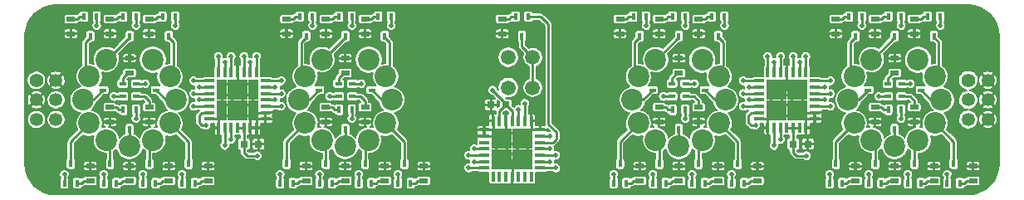
<source format=gbr>
G04 #@! TF.FileFunction,Copper,L1,Top,Signal*
%FSLAX46Y46*%
G04 Gerber Fmt 4.6, Leading zero omitted, Abs format (unit mm)*
G04 Created by KiCad (PCBNEW 4.0.7) date 02/04/18 23:22:38*
%MOMM*%
%LPD*%
G01*
G04 APERTURE LIST*
%ADD10C,0.100000*%
%ADD11C,2.200000*%
%ADD12R,0.800000X0.750000*%
%ADD13R,0.900000X0.500000*%
%ADD14R,1.000000X0.370000*%
%ADD15R,0.370000X1.000000*%
%ADD16R,1.062500X1.062500*%
%ADD17R,0.450000X0.700000*%
%ADD18R,0.700000X0.450000*%
%ADD19C,1.500000*%
%ADD20C,5.000000*%
%ADD21C,1.400000*%
%ADD22C,1.350000*%
%ADD23C,0.508000*%
%ADD24C,0.250000*%
%ADD25C,0.150000*%
G04 APERTURE END LIST*
D10*
D11*
X127625000Y-97886000D03*
X125886000Y-99625000D03*
X125250000Y-102000000D03*
X125886000Y-104375000D03*
X127625000Y-106114000D03*
X130000000Y-106750000D03*
X132375000Y-106114000D03*
X134114000Y-104375000D03*
X134114000Y-99625000D03*
X132375000Y-97886000D03*
X134750000Y-102000000D03*
X105625000Y-97886000D03*
X103886000Y-99625000D03*
X103250000Y-102000000D03*
X103886000Y-104375000D03*
X105625000Y-106114000D03*
X108000000Y-106750000D03*
X110375000Y-106114000D03*
X112114000Y-104375000D03*
X112114000Y-99625000D03*
X110375000Y-97886000D03*
X112750000Y-102000000D03*
X161625000Y-97886000D03*
X159886000Y-99625000D03*
X159250000Y-102000000D03*
X159886000Y-104375000D03*
X161625000Y-106114000D03*
X164000000Y-106750000D03*
X166375000Y-106114000D03*
X168114000Y-104375000D03*
X168114000Y-99625000D03*
X166375000Y-97886000D03*
X168750000Y-102000000D03*
X183625000Y-97886000D03*
X181886000Y-99625000D03*
X181250000Y-102000000D03*
X181886000Y-104375000D03*
X183625000Y-106114000D03*
X186000000Y-106750000D03*
X188375000Y-106114000D03*
X190114000Y-104375000D03*
X190114000Y-99625000D03*
X188375000Y-97886000D03*
X190750000Y-102000000D03*
D12*
X144850000Y-102500000D03*
X146350000Y-102500000D03*
X121150000Y-106500000D03*
X119650000Y-106500000D03*
D13*
X146000000Y-93750000D03*
X146000000Y-95250000D03*
X188000000Y-93750000D03*
X188000000Y-95250000D03*
X188000000Y-102750000D03*
X188000000Y-104250000D03*
X194000000Y-110250000D03*
X194000000Y-108750000D03*
X190000000Y-110250000D03*
X190000000Y-108750000D03*
X184000000Y-102750000D03*
X184000000Y-104250000D03*
X186000000Y-110250000D03*
X186000000Y-108750000D03*
X182000000Y-110250000D03*
X182000000Y-108750000D03*
X186000000Y-99250000D03*
X186000000Y-97750000D03*
X180000000Y-93750000D03*
X180000000Y-95250000D03*
X184000000Y-93750000D03*
X184000000Y-95250000D03*
X166000000Y-93750000D03*
X166000000Y-95250000D03*
X166000000Y-102750000D03*
X166000000Y-104250000D03*
X172000000Y-110250000D03*
X172000000Y-108750000D03*
X168000000Y-110250000D03*
X168000000Y-108750000D03*
X162000000Y-102750000D03*
X162000000Y-104250000D03*
X164000000Y-110250000D03*
X164000000Y-108750000D03*
X160000000Y-110250000D03*
X160000000Y-108750000D03*
X164000000Y-99250000D03*
X164000000Y-97750000D03*
X158000000Y-93750000D03*
X158000000Y-95250000D03*
X162000000Y-93750000D03*
X162000000Y-95250000D03*
X132000000Y-93750000D03*
X132000000Y-95250000D03*
X132000000Y-102750000D03*
X132000000Y-104250000D03*
X134000000Y-110250000D03*
X134000000Y-108750000D03*
X128000000Y-102750000D03*
X128000000Y-104250000D03*
X130000000Y-110250000D03*
X130000000Y-108750000D03*
X126000000Y-110250000D03*
X126000000Y-108750000D03*
X130000000Y-99250000D03*
X130000000Y-97750000D03*
X124000000Y-93750000D03*
X124000000Y-95250000D03*
X128000000Y-93750000D03*
X128000000Y-95250000D03*
X110000000Y-93750000D03*
X110000000Y-95250000D03*
X110000000Y-102750000D03*
X110000000Y-104250000D03*
X116000000Y-110250000D03*
X116000000Y-108750000D03*
X112000000Y-110250000D03*
X112000000Y-108750000D03*
X106000000Y-102750000D03*
X106000000Y-104250000D03*
X108000000Y-110250000D03*
X108000000Y-108750000D03*
X104000000Y-110250000D03*
X104000000Y-108750000D03*
X106000000Y-93750000D03*
X106000000Y-95250000D03*
D14*
X177850000Y-103950000D03*
X177850000Y-103300000D03*
X177850000Y-102650000D03*
X177850000Y-102000000D03*
X177850000Y-101350000D03*
X177850000Y-100700000D03*
X177850000Y-100050000D03*
D15*
X176950000Y-99150000D03*
X176300000Y-99150000D03*
X175650000Y-99150000D03*
X175000000Y-99150000D03*
X174350000Y-99150000D03*
X173700000Y-99150000D03*
X173050000Y-99150000D03*
D14*
X172150000Y-100050000D03*
X172150000Y-100700000D03*
X172150000Y-101350000D03*
X172150000Y-102000000D03*
X172150000Y-102650000D03*
X172150000Y-103300000D03*
X172150000Y-103950000D03*
D15*
X173050000Y-104850000D03*
X173700000Y-104850000D03*
X174350000Y-104850000D03*
X175000000Y-104850000D03*
X175650000Y-104850000D03*
X176300000Y-104850000D03*
X176950000Y-104850000D03*
D16*
X173406250Y-100406250D03*
X173406250Y-101468750D03*
X173406250Y-102531250D03*
X173406250Y-103593750D03*
X174468750Y-100406250D03*
X174468750Y-101468750D03*
X174468750Y-102531250D03*
X174468750Y-103593750D03*
X175531250Y-100406250D03*
X175531250Y-101468750D03*
X175531250Y-102531250D03*
X175531250Y-103593750D03*
X176593750Y-100406250D03*
X176593750Y-101468750D03*
X176593750Y-102531250D03*
X176593750Y-103593750D03*
D14*
X144150000Y-105050000D03*
X144150000Y-105700000D03*
X144150000Y-106350000D03*
X144150000Y-107000000D03*
X144150000Y-107650000D03*
X144150000Y-108300000D03*
X144150000Y-108950000D03*
D15*
X145050000Y-109850000D03*
X145700000Y-109850000D03*
X146350000Y-109850000D03*
X147000000Y-109850000D03*
X147650000Y-109850000D03*
X148300000Y-109850000D03*
X148950000Y-109850000D03*
D14*
X149850000Y-108950000D03*
X149850000Y-108300000D03*
X149850000Y-107650000D03*
X149850000Y-107000000D03*
X149850000Y-106350000D03*
X149850000Y-105700000D03*
X149850000Y-105050000D03*
D15*
X148950000Y-104150000D03*
X148300000Y-104150000D03*
X147650000Y-104150000D03*
X147000000Y-104150000D03*
X146350000Y-104150000D03*
X145700000Y-104150000D03*
X145050000Y-104150000D03*
D16*
X148593750Y-108593750D03*
X148593750Y-107531250D03*
X148593750Y-106468750D03*
X148593750Y-105406250D03*
X147531250Y-108593750D03*
X147531250Y-107531250D03*
X147531250Y-106468750D03*
X147531250Y-105406250D03*
X146468750Y-108593750D03*
X146468750Y-107531250D03*
X146468750Y-106468750D03*
X146468750Y-105406250D03*
X145406250Y-108593750D03*
X145406250Y-107531250D03*
X145406250Y-106468750D03*
X145406250Y-105406250D03*
D17*
X148650000Y-93500000D03*
X147350000Y-93500000D03*
X148000000Y-95500000D03*
X190650000Y-93500000D03*
X189350000Y-93500000D03*
X190000000Y-95500000D03*
D18*
X186700000Y-100350000D03*
X186700000Y-101650000D03*
X188700000Y-101000000D03*
D17*
X191350000Y-110500000D03*
X192650000Y-110500000D03*
X192000000Y-108500000D03*
X187350000Y-110500000D03*
X188650000Y-110500000D03*
X188000000Y-108500000D03*
X186650000Y-103000000D03*
X185350000Y-103000000D03*
X186000000Y-105000000D03*
X183350000Y-110500000D03*
X184650000Y-110500000D03*
X184000000Y-108500000D03*
X179350000Y-110500000D03*
X180650000Y-110500000D03*
X180000000Y-108500000D03*
X182650000Y-93500000D03*
X181350000Y-93500000D03*
X182000000Y-95500000D03*
X186650000Y-93500000D03*
X185350000Y-93500000D03*
X186000000Y-95500000D03*
X168650000Y-93500000D03*
X167350000Y-93500000D03*
X168000000Y-95500000D03*
D18*
X164700000Y-100350000D03*
X164700000Y-101650000D03*
X166700000Y-101000000D03*
D17*
X169350000Y-110500000D03*
X170650000Y-110500000D03*
X170000000Y-108500000D03*
X165350000Y-110500000D03*
X166650000Y-110500000D03*
X166000000Y-108500000D03*
X164650000Y-103000000D03*
X163350000Y-103000000D03*
X164000000Y-105000000D03*
X161350000Y-110500000D03*
X162650000Y-110500000D03*
X162000000Y-108500000D03*
X157350000Y-110500000D03*
X158650000Y-110500000D03*
X158000000Y-108500000D03*
D18*
X163300000Y-101650000D03*
X163300000Y-100350000D03*
X161300000Y-101000000D03*
D17*
X160650000Y-93500000D03*
X159350000Y-93500000D03*
X160000000Y-95500000D03*
X164650000Y-93500000D03*
X163350000Y-93500000D03*
X164000000Y-95500000D03*
X134650000Y-93500000D03*
X133350000Y-93500000D03*
X134000000Y-95500000D03*
D18*
X130700000Y-100350000D03*
X130700000Y-101650000D03*
X132700000Y-101000000D03*
D17*
X131350000Y-110500000D03*
X132650000Y-110500000D03*
X132000000Y-108500000D03*
X130650000Y-103000000D03*
X129350000Y-103000000D03*
X130000000Y-105000000D03*
X127350000Y-110500000D03*
X128650000Y-110500000D03*
X128000000Y-108500000D03*
X126650000Y-93500000D03*
X125350000Y-93500000D03*
X126000000Y-95500000D03*
X130650000Y-93500000D03*
X129350000Y-93500000D03*
X130000000Y-95500000D03*
X112650000Y-93500000D03*
X111350000Y-93500000D03*
X112000000Y-95500000D03*
X113350000Y-110500000D03*
X114650000Y-110500000D03*
X114000000Y-108500000D03*
X109350000Y-110500000D03*
X110650000Y-110500000D03*
X110000000Y-108500000D03*
X108650000Y-103000000D03*
X107350000Y-103000000D03*
X108000000Y-105000000D03*
X105350000Y-110500000D03*
X106650000Y-110500000D03*
X106000000Y-108500000D03*
X101350000Y-110500000D03*
X102650000Y-110500000D03*
X102000000Y-108500000D03*
D18*
X107300000Y-101650000D03*
X107300000Y-100350000D03*
X105300000Y-101000000D03*
D17*
X108650000Y-93500000D03*
X107350000Y-93500000D03*
X108000000Y-95500000D03*
X123350000Y-110500000D03*
X124650000Y-110500000D03*
X124000000Y-108500000D03*
D13*
X102000000Y-93750000D03*
X102000000Y-95250000D03*
D17*
X104650000Y-93500000D03*
X103350000Y-93500000D03*
X104000000Y-95500000D03*
D18*
X108700000Y-100350000D03*
X108700000Y-101650000D03*
X110700000Y-101000000D03*
D14*
X121850000Y-103950000D03*
X121850000Y-103300000D03*
X121850000Y-102650000D03*
X121850000Y-102000000D03*
X121850000Y-101350000D03*
X121850000Y-100700000D03*
X121850000Y-100050000D03*
D15*
X120950000Y-99150000D03*
X120300000Y-99150000D03*
X119650000Y-99150000D03*
X119000000Y-99150000D03*
X118350000Y-99150000D03*
X117700000Y-99150000D03*
X117050000Y-99150000D03*
D14*
X116150000Y-100050000D03*
X116150000Y-100700000D03*
X116150000Y-101350000D03*
X116150000Y-102000000D03*
X116150000Y-102650000D03*
X116150000Y-103300000D03*
X116150000Y-103950000D03*
D15*
X117050000Y-104850000D03*
X117700000Y-104850000D03*
X118350000Y-104850000D03*
X119000000Y-104850000D03*
X119650000Y-104850000D03*
X120300000Y-104850000D03*
X120950000Y-104850000D03*
D16*
X117406250Y-100406250D03*
X117406250Y-101468750D03*
X117406250Y-102531250D03*
X117406250Y-103593750D03*
X118468750Y-100406250D03*
X118468750Y-101468750D03*
X118468750Y-102531250D03*
X118468750Y-103593750D03*
X119531250Y-100406250D03*
X119531250Y-101468750D03*
X119531250Y-102531250D03*
X119531250Y-103593750D03*
X120593750Y-100406250D03*
X120593750Y-101468750D03*
X120593750Y-102531250D03*
X120593750Y-103593750D03*
D18*
X129300000Y-101650000D03*
X129300000Y-100350000D03*
X127300000Y-101000000D03*
D13*
X108000000Y-99250000D03*
X108000000Y-97750000D03*
D18*
X185300000Y-101650000D03*
X185300000Y-100350000D03*
X183300000Y-101000000D03*
D19*
X149100000Y-97650000D03*
X149100000Y-100750000D03*
X146600000Y-97650000D03*
X146600000Y-100750000D03*
D13*
X138000000Y-110250000D03*
X138000000Y-108750000D03*
D17*
X135350000Y-110500000D03*
X136650000Y-110500000D03*
X136000000Y-108500000D03*
D12*
X177150000Y-106500000D03*
X175650000Y-106500000D03*
D20*
X154000000Y-102000000D03*
X140000000Y-102000000D03*
D21*
X98500000Y-100000000D03*
D22*
X100500000Y-100000000D03*
X98500000Y-102000000D03*
X100500000Y-102000000D03*
X98500000Y-104000000D03*
X100500000Y-104000000D03*
D21*
X193500000Y-100000000D03*
D22*
X195500000Y-100000000D03*
X193500000Y-102000000D03*
X195500000Y-102000000D03*
X193500000Y-104000000D03*
X195500000Y-104000000D03*
D23*
X171800000Y-104600000D03*
X115800000Y-104600000D03*
X150850000Y-105700000D03*
X173700000Y-106650000D03*
X148300000Y-102350000D03*
X117700000Y-106650000D03*
X174350000Y-106050000D03*
X147650000Y-102950000D03*
X118350000Y-106050000D03*
X145000000Y-101000000D03*
X177000000Y-107700000D03*
X121000000Y-107700000D03*
X108650000Y-94400000D03*
X117700000Y-98150000D03*
X104650000Y-94400000D03*
X117050000Y-97550000D03*
X106400000Y-101650000D03*
X115150000Y-100700000D03*
X101350000Y-109600000D03*
X114550000Y-102650000D03*
X105350000Y-109600000D03*
X115150000Y-102000000D03*
X114550000Y-100050000D03*
X108650000Y-103900000D03*
X109350000Y-109600000D03*
X123450000Y-102650000D03*
X122850000Y-102000000D03*
X113350000Y-109600000D03*
X109600000Y-100350000D03*
X114550000Y-101350000D03*
X112650000Y-94400000D03*
X118350000Y-97550000D03*
X120300000Y-98150000D03*
X130650000Y-94400000D03*
X119650000Y-97550000D03*
X126650000Y-94400000D03*
X123450000Y-101350000D03*
X128400000Y-101650000D03*
X123350000Y-109600000D03*
X142550000Y-108950000D03*
X127350000Y-109600000D03*
X143150000Y-107000000D03*
X123450000Y-100050000D03*
X130650000Y-103900000D03*
X142550000Y-107650000D03*
X131350000Y-109600000D03*
X143150000Y-108300000D03*
X135350000Y-109600000D03*
X122850000Y-100700000D03*
X131600000Y-100350000D03*
X120950000Y-97550000D03*
X134650000Y-94400000D03*
X164650000Y-94400000D03*
X173700000Y-98150000D03*
X160650000Y-94400000D03*
X173050000Y-97550000D03*
X162400000Y-101650000D03*
X171150000Y-100700000D03*
X157350000Y-109600000D03*
X150850000Y-108300000D03*
X161350000Y-109600000D03*
X151450000Y-107650000D03*
X164650000Y-103900000D03*
X170550000Y-100050000D03*
X150850000Y-107000000D03*
X165350000Y-109600000D03*
X169350000Y-109600000D03*
X151450000Y-108950000D03*
X165600000Y-100350000D03*
X170550000Y-101350000D03*
X174350000Y-97550000D03*
X168650000Y-94400000D03*
X186650000Y-94400000D03*
X176300000Y-98150000D03*
X175650000Y-97550000D03*
X182650000Y-94400000D03*
X179450000Y-101350000D03*
X184400000Y-101650000D03*
X179350000Y-109600000D03*
X171150000Y-102000000D03*
X170550000Y-102650000D03*
X183350000Y-109600000D03*
X186650000Y-103900000D03*
X179450000Y-100050000D03*
X178850000Y-102000000D03*
X187350000Y-109600000D03*
X179450000Y-102650000D03*
X191350000Y-109600000D03*
X178850000Y-100700000D03*
X187600000Y-100350000D03*
X176950000Y-97550000D03*
X190650000Y-94400000D03*
X173406250Y-101468750D03*
X173406250Y-102531250D03*
X173406250Y-103593750D03*
X174468750Y-103593750D03*
X175531250Y-103593750D03*
X176593750Y-103593750D03*
X176593750Y-102531250D03*
X176593750Y-101468750D03*
X176593750Y-100406250D03*
X175531250Y-100406250D03*
X174468750Y-100406250D03*
X173406250Y-100406250D03*
X145406250Y-106468750D03*
X145406250Y-107531250D03*
X145406250Y-108593750D03*
X146468750Y-108593750D03*
X147531250Y-108593750D03*
X148593750Y-108593750D03*
X148593750Y-107531250D03*
X148593750Y-106468750D03*
X148593750Y-105406250D03*
X147531250Y-105406250D03*
X146468750Y-105406250D03*
X145406250Y-105406250D03*
X117406250Y-103593750D03*
X118468750Y-103593750D03*
X119531250Y-103593750D03*
X120593750Y-103593750D03*
X120593750Y-102531250D03*
X117406250Y-102531250D03*
X117406250Y-101468750D03*
X120593750Y-101468750D03*
X120593750Y-100406250D03*
X119531250Y-100406250D03*
X118468750Y-100406250D03*
X117406250Y-100406250D03*
X174468750Y-102531250D03*
X175531250Y-102531250D03*
X175531250Y-101468750D03*
X174468750Y-101468750D03*
X146468750Y-107531250D03*
X147531250Y-107531250D03*
X147531250Y-106468750D03*
X146468750Y-106468750D03*
X119531250Y-102531250D03*
X118468750Y-102531250D03*
X119531250Y-101468750D03*
X118468750Y-101468750D03*
D24*
X171800000Y-104600000D02*
X171400000Y-104600000D01*
X171400000Y-104600000D02*
X171100000Y-104300000D01*
X171100000Y-104300000D02*
X171100000Y-103600000D01*
X171100000Y-103600000D02*
X171400000Y-103300000D01*
X171400000Y-103300000D02*
X172150000Y-103300000D01*
X115800000Y-104600000D02*
X115400000Y-104600000D01*
X115400000Y-104600000D02*
X115100000Y-104300000D01*
X115100000Y-104300000D02*
X115100000Y-103600000D01*
X115100000Y-103600000D02*
X115400000Y-103300000D01*
X115400000Y-103300000D02*
X116150000Y-103300000D01*
X116150000Y-103300000D02*
X115500000Y-103300000D01*
X149850000Y-105700000D02*
X150850000Y-105700000D01*
X173700000Y-106650000D02*
X173700000Y-104850000D01*
X148300000Y-104150000D02*
X148300000Y-102350000D01*
X117700000Y-106650000D02*
X117700000Y-104850000D01*
X174350000Y-106050000D02*
X174350000Y-104850000D01*
X147650000Y-104150000D02*
X147650000Y-102950000D01*
X118350000Y-106050000D02*
X118350000Y-104850000D01*
X146350000Y-102500000D02*
X146350000Y-102350000D01*
X146350000Y-102350000D02*
X145000000Y-101000000D01*
X146350000Y-102500000D02*
X146350000Y-102450000D01*
X175650000Y-106500000D02*
X175650000Y-107350000D01*
X175650000Y-107350000D02*
X176000000Y-107700000D01*
X176000000Y-107700000D02*
X177000000Y-107700000D01*
X119650000Y-106500000D02*
X119650000Y-107350000D01*
X119650000Y-107350000D02*
X120000000Y-107700000D01*
X120000000Y-107700000D02*
X121000000Y-107700000D01*
X175650000Y-104850000D02*
X175650000Y-106500000D01*
X119650000Y-104850000D02*
X119650000Y-106500000D01*
X175000000Y-104850000D02*
X175650000Y-104850000D01*
X175650000Y-104850000D02*
X176300000Y-104850000D01*
X119000000Y-104850000D02*
X119650000Y-104850000D01*
X147000000Y-104150000D02*
X147000000Y-103150000D01*
X147000000Y-103150000D02*
X146350000Y-102500000D01*
X145700000Y-104150000D02*
X145700000Y-103150000D01*
X145700000Y-103150000D02*
X146350000Y-102500000D01*
X108650000Y-93500000D02*
X108650000Y-94400000D01*
X117700000Y-99150000D02*
X117700000Y-98150000D01*
X106000000Y-93750000D02*
X106650000Y-93750000D01*
X106900000Y-93500000D02*
X107350000Y-93500000D01*
X106650000Y-93750000D02*
X106900000Y-93500000D01*
X108000000Y-95500000D02*
X108000000Y-95625000D01*
X108000000Y-95625000D02*
X105739000Y-97886000D01*
X105739000Y-97886000D02*
X105625000Y-97886000D01*
X104650000Y-93500000D02*
X104650000Y-94400000D01*
X117050000Y-99150000D02*
X117050000Y-97550000D01*
X102000000Y-93750000D02*
X102650000Y-93750000D01*
X102900000Y-93500000D02*
X103350000Y-93500000D01*
X102650000Y-93750000D02*
X102900000Y-93500000D01*
X103886000Y-99625000D02*
X103500000Y-99239000D01*
X104000000Y-95625000D02*
X104000000Y-95500000D01*
X103500000Y-99239000D02*
X103500000Y-96125000D01*
X103500000Y-96125000D02*
X104000000Y-95625000D01*
X107300000Y-101650000D02*
X106400000Y-101650000D01*
X116150000Y-100700000D02*
X115150000Y-100700000D01*
X107300000Y-100350000D02*
X107300000Y-99800000D01*
X107300000Y-99800000D02*
X107850000Y-99250000D01*
X107850000Y-99250000D02*
X108000000Y-99250000D01*
X107950000Y-99250000D02*
X108000000Y-99250000D01*
X105300000Y-101000000D02*
X104300000Y-102000000D01*
X104300000Y-102000000D02*
X103250000Y-102000000D01*
X101350000Y-110500000D02*
X101350000Y-109600000D01*
X116150000Y-102650000D02*
X114550000Y-102650000D01*
X104000000Y-110250000D02*
X103350000Y-110250000D01*
X103100000Y-110500000D02*
X102650000Y-110500000D01*
X103350000Y-110250000D02*
X103100000Y-110500000D01*
X102000000Y-108500000D02*
X102000000Y-106261000D01*
X102000000Y-106261000D02*
X103886000Y-104375000D01*
X105350000Y-110500000D02*
X105350000Y-109600000D01*
X116150000Y-102000000D02*
X115150000Y-102000000D01*
X108000000Y-110250000D02*
X107350000Y-110250000D01*
X107100000Y-110500000D02*
X106650000Y-110500000D01*
X107350000Y-110250000D02*
X107100000Y-110500000D01*
X106000000Y-108500000D02*
X106000000Y-106489000D01*
X106000000Y-106489000D02*
X105625000Y-106114000D01*
X116150000Y-100050000D02*
X114550000Y-100050000D01*
X108650000Y-103000000D02*
X108650000Y-103900000D01*
X106000000Y-102750000D02*
X106650000Y-102750000D01*
X106900000Y-103000000D02*
X107350000Y-103000000D01*
X106650000Y-102750000D02*
X106900000Y-103000000D01*
X108000000Y-105000000D02*
X108000000Y-106750000D01*
X109350000Y-110500000D02*
X109350000Y-109600000D01*
X121850000Y-102650000D02*
X123450000Y-102650000D01*
X112000000Y-110250000D02*
X111350000Y-110250000D01*
X111100000Y-110500000D02*
X110650000Y-110500000D01*
X111350000Y-110250000D02*
X111100000Y-110500000D01*
X110000000Y-108500000D02*
X110000000Y-106489000D01*
X110000000Y-106489000D02*
X110375000Y-106114000D01*
X121850000Y-102000000D02*
X122850000Y-102000000D01*
X113350000Y-110500000D02*
X113350000Y-109600000D01*
X116000000Y-110250000D02*
X115350000Y-110250000D01*
X115100000Y-110500000D02*
X114650000Y-110500000D01*
X115350000Y-110250000D02*
X115100000Y-110500000D01*
X114000000Y-108500000D02*
X114000000Y-106261000D01*
X114000000Y-106261000D02*
X112114000Y-104375000D01*
X108700000Y-100350000D02*
X109600000Y-100350000D01*
X116150000Y-101350000D02*
X114550000Y-101350000D01*
X108700000Y-101650000D02*
X109550000Y-101650000D01*
X110000000Y-102100000D02*
X110000000Y-102750000D01*
X109550000Y-101650000D02*
X110000000Y-102100000D01*
X110700000Y-101000000D02*
X111700000Y-102000000D01*
X111700000Y-102000000D02*
X112750000Y-102000000D01*
X112650000Y-93500000D02*
X112650000Y-94400000D01*
X118350000Y-99150000D02*
X118350000Y-97550000D01*
X110000000Y-93750000D02*
X110650000Y-93750000D01*
X110900000Y-93500000D02*
X111350000Y-93500000D01*
X110650000Y-93750000D02*
X110900000Y-93500000D01*
X112114000Y-99625000D02*
X112114000Y-98886000D01*
X112114000Y-98886000D02*
X112500000Y-98500000D01*
X112500000Y-98500000D02*
X112500000Y-96125000D01*
X112500000Y-96125000D02*
X112000000Y-95625000D01*
X112000000Y-95625000D02*
X112000000Y-95500000D01*
X120300000Y-99150000D02*
X120300000Y-98150000D01*
X130650000Y-93500000D02*
X130650000Y-94400000D01*
X128000000Y-93750000D02*
X128650000Y-93750000D01*
X128900000Y-93500000D02*
X129350000Y-93500000D01*
X128650000Y-93750000D02*
X128900000Y-93500000D01*
X130000000Y-95500000D02*
X130000000Y-95625000D01*
X130000000Y-95625000D02*
X127739000Y-97886000D01*
X127739000Y-97886000D02*
X127625000Y-97886000D01*
X119650000Y-99150000D02*
X119650000Y-97550000D01*
X126650000Y-93500000D02*
X126650000Y-94400000D01*
X124000000Y-93750000D02*
X124650000Y-93750000D01*
X124900000Y-93500000D02*
X125350000Y-93500000D01*
X124650000Y-93750000D02*
X124900000Y-93500000D01*
X125886000Y-99625000D02*
X125886000Y-98886000D01*
X126000000Y-95625000D02*
X126000000Y-95500000D01*
X125886000Y-98886000D02*
X125500000Y-98500000D01*
X125500000Y-98500000D02*
X125500000Y-96125000D01*
X125500000Y-96125000D02*
X126000000Y-95625000D01*
X121850000Y-101350000D02*
X123450000Y-101350000D01*
X129300000Y-101650000D02*
X128400000Y-101650000D01*
X129300000Y-100350000D02*
X129300000Y-99800000D01*
X129300000Y-99800000D02*
X129850000Y-99250000D01*
X129850000Y-99250000D02*
X130000000Y-99250000D01*
X127300000Y-101000000D02*
X126300000Y-102000000D01*
X126300000Y-102000000D02*
X125250000Y-102000000D01*
X123350000Y-110500000D02*
X123350000Y-109600000D01*
X144150000Y-108950000D02*
X142550000Y-108950000D01*
X126000000Y-110250000D02*
X125350000Y-110250000D01*
X125100000Y-110500000D02*
X124650000Y-110500000D01*
X125350000Y-110250000D02*
X125100000Y-110500000D01*
X124000000Y-108500000D02*
X124000000Y-106261000D01*
X124000000Y-106261000D02*
X125886000Y-104375000D01*
X127350000Y-110500000D02*
X127350000Y-109600000D01*
X144150000Y-107000000D02*
X143150000Y-107000000D01*
X130000000Y-110250000D02*
X129350000Y-110250000D01*
X129100000Y-110500000D02*
X128650000Y-110500000D01*
X129350000Y-110250000D02*
X129100000Y-110500000D01*
X128000000Y-108500000D02*
X128000000Y-106489000D01*
X128000000Y-106489000D02*
X127625000Y-106114000D01*
X121850000Y-100050000D02*
X123450000Y-100050000D01*
X130650000Y-103000000D02*
X130650000Y-103900000D01*
X128000000Y-102750000D02*
X128650000Y-102750000D01*
X128900000Y-103000000D02*
X129350000Y-103000000D01*
X128650000Y-102750000D02*
X128900000Y-103000000D01*
X130000000Y-105000000D02*
X130000000Y-106750000D01*
X144150000Y-107650000D02*
X142550000Y-107650000D01*
X131350000Y-110500000D02*
X131350000Y-109600000D01*
X134000000Y-110250000D02*
X133350000Y-110250000D01*
X133100000Y-110500000D02*
X132650000Y-110500000D01*
X133350000Y-110250000D02*
X133100000Y-110500000D01*
X132000000Y-108500000D02*
X132000000Y-106489000D01*
X132000000Y-106489000D02*
X132375000Y-106114000D01*
X144150000Y-108300000D02*
X143150000Y-108300000D01*
X135350000Y-110500000D02*
X135350000Y-109600000D01*
X138000000Y-110250000D02*
X137350000Y-110250000D01*
X137100000Y-110500000D02*
X136650000Y-110500000D01*
X137350000Y-110250000D02*
X137100000Y-110500000D01*
X136000000Y-108500000D02*
X136000000Y-106261000D01*
X136000000Y-106261000D02*
X134114000Y-104375000D01*
X121850000Y-100700000D02*
X122850000Y-100700000D01*
X130700000Y-100350000D02*
X131600000Y-100350000D01*
X130700000Y-101650000D02*
X131550000Y-101650000D01*
X132000000Y-102100000D02*
X132000000Y-102750000D01*
X131550000Y-101650000D02*
X132000000Y-102100000D01*
X132700000Y-101000000D02*
X133700000Y-102000000D01*
X133700000Y-102000000D02*
X134750000Y-102000000D01*
X120950000Y-99150000D02*
X120950000Y-97550000D01*
X134650000Y-93500000D02*
X134650000Y-94400000D01*
X132000000Y-93750000D02*
X132650000Y-93750000D01*
X132900000Y-93500000D02*
X133350000Y-93500000D01*
X132650000Y-93750000D02*
X132900000Y-93500000D01*
X134114000Y-99625000D02*
X134114000Y-98886000D01*
X134114000Y-98886000D02*
X134500000Y-98500000D01*
X134500000Y-98500000D02*
X134500000Y-96125000D01*
X134500000Y-96125000D02*
X134000000Y-95625000D01*
X134000000Y-95625000D02*
X134000000Y-95500000D01*
X164650000Y-93500000D02*
X164650000Y-94400000D01*
X173700000Y-99150000D02*
X173700000Y-98150000D01*
X162000000Y-93750000D02*
X162650000Y-93750000D01*
X162900000Y-93500000D02*
X163350000Y-93500000D01*
X162650000Y-93750000D02*
X162900000Y-93500000D01*
X164000000Y-95500000D02*
X164000000Y-95625000D01*
X164000000Y-95625000D02*
X161739000Y-97886000D01*
X161739000Y-97886000D02*
X161625000Y-97886000D01*
X160650000Y-93500000D02*
X160650000Y-94400000D01*
X173050000Y-99150000D02*
X173050000Y-97550000D01*
X158000000Y-93750000D02*
X158650000Y-93750000D01*
X158900000Y-93500000D02*
X159350000Y-93500000D01*
X158650000Y-93750000D02*
X158900000Y-93500000D01*
X159886000Y-99625000D02*
X159886000Y-98886000D01*
X159886000Y-98886000D02*
X159500000Y-98500000D01*
X159500000Y-98500000D02*
X159500000Y-96125000D01*
X159500000Y-96125000D02*
X160000000Y-95625000D01*
X160000000Y-95625000D02*
X160000000Y-95500000D01*
X163300000Y-101650000D02*
X162400000Y-101650000D01*
X172150000Y-100700000D02*
X171150000Y-100700000D01*
X163300000Y-100350000D02*
X163300000Y-99800000D01*
X163300000Y-99800000D02*
X163850000Y-99250000D01*
X163850000Y-99250000D02*
X164000000Y-99250000D01*
X161300000Y-101000000D02*
X160300000Y-102000000D01*
X160300000Y-102000000D02*
X159250000Y-102000000D01*
X157350000Y-110500000D02*
X157350000Y-109600000D01*
X149850000Y-108300000D02*
X150850000Y-108300000D01*
X160000000Y-110250000D02*
X159350000Y-110250000D01*
X159100000Y-110500000D02*
X158650000Y-110500000D01*
X159350000Y-110250000D02*
X159100000Y-110500000D01*
X158000000Y-108500000D02*
X158000000Y-106261000D01*
X158000000Y-106261000D02*
X159886000Y-104375000D01*
X161350000Y-110500000D02*
X161350000Y-109600000D01*
X149850000Y-107650000D02*
X151450000Y-107650000D01*
X164000000Y-110250000D02*
X163350000Y-110250000D01*
X163100000Y-110500000D02*
X162650000Y-110500000D01*
X163350000Y-110250000D02*
X163100000Y-110500000D01*
X162000000Y-108500000D02*
X162000000Y-106489000D01*
X162000000Y-106489000D02*
X161625000Y-106114000D01*
X164650000Y-103000000D02*
X164650000Y-103900000D01*
X172150000Y-100050000D02*
X170550000Y-100050000D01*
X162000000Y-102750000D02*
X162650000Y-102750000D01*
X162900000Y-103000000D02*
X163350000Y-103000000D01*
X162650000Y-102750000D02*
X162900000Y-103000000D01*
X164000000Y-105000000D02*
X164000000Y-106750000D01*
X149850000Y-107000000D02*
X150850000Y-107000000D01*
X165350000Y-110500000D02*
X165350000Y-109600000D01*
X168000000Y-110250000D02*
X167350000Y-110250000D01*
X167100000Y-110500000D02*
X166650000Y-110500000D01*
X167350000Y-110250000D02*
X167100000Y-110500000D01*
X166000000Y-108500000D02*
X166000000Y-106489000D01*
X166000000Y-106489000D02*
X166375000Y-106114000D01*
X169350000Y-110500000D02*
X169350000Y-109600000D01*
X149850000Y-108950000D02*
X151450000Y-108950000D01*
X172000000Y-110250000D02*
X171350000Y-110250000D01*
X171100000Y-110500000D02*
X170650000Y-110500000D01*
X171350000Y-110250000D02*
X171100000Y-110500000D01*
X170000000Y-108500000D02*
X170000000Y-106261000D01*
X170000000Y-106261000D02*
X168114000Y-104375000D01*
X164700000Y-100350000D02*
X165600000Y-100350000D01*
X172150000Y-101350000D02*
X170550000Y-101350000D01*
X164700000Y-101650000D02*
X165550000Y-101650000D01*
X166000000Y-102100000D02*
X166000000Y-102750000D01*
X165550000Y-101650000D02*
X166000000Y-102100000D01*
X166700000Y-101000000D02*
X167700000Y-102000000D01*
X167700000Y-102000000D02*
X168750000Y-102000000D01*
X174350000Y-99150000D02*
X174350000Y-97550000D01*
X168650000Y-93500000D02*
X168650000Y-94400000D01*
X166000000Y-93750000D02*
X166650000Y-93750000D01*
X166900000Y-93500000D02*
X167350000Y-93500000D01*
X166650000Y-93750000D02*
X166900000Y-93500000D01*
X168114000Y-99625000D02*
X168114000Y-98886000D01*
X168114000Y-98886000D02*
X168500000Y-98500000D01*
X168500000Y-98500000D02*
X168500000Y-96125000D01*
X168000000Y-95625000D02*
X168000000Y-95500000D01*
X168500000Y-96125000D02*
X168000000Y-95625000D01*
X186650000Y-93500000D02*
X186650000Y-94400000D01*
X176300000Y-99150000D02*
X176300000Y-98150000D01*
X184000000Y-93750000D02*
X184650000Y-93750000D01*
X184900000Y-93500000D02*
X185350000Y-93500000D01*
X184650000Y-93750000D02*
X184900000Y-93500000D01*
X186000000Y-95500000D02*
X186000000Y-95625000D01*
X186000000Y-95625000D02*
X183739000Y-97886000D01*
X183739000Y-97886000D02*
X183625000Y-97886000D01*
X175650000Y-99150000D02*
X175650000Y-97550000D01*
X182650000Y-93500000D02*
X182650000Y-94400000D01*
X180000000Y-93750000D02*
X180650000Y-93750000D01*
X180900000Y-93500000D02*
X181350000Y-93500000D01*
X180650000Y-93750000D02*
X180900000Y-93500000D01*
X181886000Y-99625000D02*
X181886000Y-98886000D01*
X181886000Y-98886000D02*
X181500000Y-98500000D01*
X181500000Y-98500000D02*
X181500000Y-96125000D01*
X181500000Y-96125000D02*
X182000000Y-95625000D01*
X182000000Y-95625000D02*
X182000000Y-95500000D01*
X177850000Y-101350000D02*
X179450000Y-101350000D01*
X185300000Y-101650000D02*
X184400000Y-101650000D01*
X185300000Y-100350000D02*
X185300000Y-99800000D01*
X185300000Y-99800000D02*
X185850000Y-99250000D01*
X185850000Y-99250000D02*
X186000000Y-99250000D01*
X183300000Y-101000000D02*
X182300000Y-102000000D01*
X182300000Y-102000000D02*
X181250000Y-102000000D01*
X179350000Y-110500000D02*
X179350000Y-109600000D01*
X172150000Y-102000000D02*
X171150000Y-102000000D01*
X182000000Y-110250000D02*
X181350000Y-110250000D01*
X181100000Y-110500000D02*
X180650000Y-110500000D01*
X181350000Y-110250000D02*
X181100000Y-110500000D01*
X180000000Y-108500000D02*
X180000000Y-106261000D01*
X180000000Y-106261000D02*
X181886000Y-104375000D01*
X172150000Y-102650000D02*
X170550000Y-102650000D01*
X183350000Y-110500000D02*
X183350000Y-109600000D01*
X186000000Y-110250000D02*
X185350000Y-110250000D01*
X185100000Y-110500000D02*
X184650000Y-110500000D01*
X185350000Y-110250000D02*
X185100000Y-110500000D01*
X184000000Y-108500000D02*
X184000000Y-106489000D01*
X184000000Y-106489000D02*
X183625000Y-106114000D01*
X186650000Y-103000000D02*
X186650000Y-103900000D01*
X177850000Y-100050000D02*
X179450000Y-100050000D01*
X184000000Y-102750000D02*
X184650000Y-102750000D01*
X184900000Y-103000000D02*
X185350000Y-103000000D01*
X184650000Y-102750000D02*
X184900000Y-103000000D01*
X186000000Y-105000000D02*
X186000000Y-106750000D01*
X177850000Y-102000000D02*
X178850000Y-102000000D01*
X187350000Y-110500000D02*
X187350000Y-109600000D01*
X190000000Y-110250000D02*
X189350000Y-110250000D01*
X189100000Y-110500000D02*
X188650000Y-110500000D01*
X189350000Y-110250000D02*
X189100000Y-110500000D01*
X188000000Y-108500000D02*
X188000000Y-106489000D01*
X188000000Y-106489000D02*
X188375000Y-106114000D01*
X177850000Y-102650000D02*
X179450000Y-102650000D01*
X191350000Y-110500000D02*
X191350000Y-109600000D01*
X194000000Y-110250000D02*
X193350000Y-110250000D01*
X193100000Y-110500000D02*
X192650000Y-110500000D01*
X193350000Y-110250000D02*
X193100000Y-110500000D01*
X192000000Y-108500000D02*
X192000000Y-106261000D01*
X192000000Y-106261000D02*
X190114000Y-104375000D01*
X177850000Y-100700000D02*
X178850000Y-100700000D01*
X186700000Y-100350000D02*
X187600000Y-100350000D01*
X186700000Y-101650000D02*
X187550000Y-101650000D01*
X188000000Y-102100000D02*
X188000000Y-102750000D01*
X187550000Y-101650000D02*
X188000000Y-102100000D01*
X188700000Y-101000000D02*
X189700000Y-102000000D01*
X189700000Y-102000000D02*
X190750000Y-102000000D01*
X176950000Y-99150000D02*
X176950000Y-97550000D01*
X190650000Y-93500000D02*
X190650000Y-94400000D01*
X188000000Y-93750000D02*
X188650000Y-93750000D01*
X188900000Y-93500000D02*
X189350000Y-93500000D01*
X188650000Y-93750000D02*
X188900000Y-93500000D01*
X190114000Y-99625000D02*
X190114000Y-98886000D01*
X190114000Y-98886000D02*
X190500000Y-98500000D01*
X190500000Y-98500000D02*
X190500000Y-96125000D01*
X190500000Y-96125000D02*
X190000000Y-95625000D01*
X190000000Y-95625000D02*
X190000000Y-95500000D01*
X146000000Y-93750000D02*
X146650000Y-93750000D01*
X146900000Y-93500000D02*
X147350000Y-93500000D01*
X146650000Y-93750000D02*
X146900000Y-93500000D01*
X149100000Y-100750000D02*
X149100000Y-97650000D01*
X148000000Y-95500000D02*
X148000000Y-96550000D01*
X148000000Y-96550000D02*
X149100000Y-97650000D01*
X148650000Y-93500000D02*
X149900000Y-93500000D01*
X151150000Y-106350000D02*
X149850000Y-106350000D01*
X151500000Y-106000000D02*
X151150000Y-106350000D01*
X151500000Y-105300000D02*
X151500000Y-106000000D01*
X150700000Y-104500000D02*
X151500000Y-105300000D01*
X150700000Y-94300000D02*
X150700000Y-104500000D01*
X149900000Y-93500000D02*
X150700000Y-94300000D01*
X177850000Y-103300000D02*
X176887500Y-103300000D01*
X176887500Y-103300000D02*
X176593750Y-103593750D01*
X177850000Y-103950000D02*
X176950000Y-103950000D01*
X176950000Y-103950000D02*
X176593750Y-103593750D01*
X176950000Y-104850000D02*
X176950000Y-103950000D01*
X176950000Y-103950000D02*
X176593750Y-103593750D01*
X173050000Y-104850000D02*
X173050000Y-103950000D01*
X173050000Y-103950000D02*
X173406250Y-103593750D01*
X172150000Y-103950000D02*
X173050000Y-103950000D01*
X175000000Y-99150000D02*
X175000000Y-100937500D01*
X175000000Y-100937500D02*
X175531250Y-101468750D01*
X147000000Y-109850000D02*
X147000000Y-108062500D01*
X147000000Y-108062500D02*
X147531250Y-107531250D01*
X144150000Y-105700000D02*
X145112500Y-105700000D01*
X145112500Y-105700000D02*
X145406250Y-105406250D01*
X144150000Y-105050000D02*
X145050000Y-105050000D01*
X145050000Y-105050000D02*
X145406250Y-105406250D01*
X145050000Y-104150000D02*
X145050000Y-105050000D01*
X145050000Y-105050000D02*
X145406250Y-105406250D01*
X146350000Y-104150000D02*
X146350000Y-105287500D01*
X146350000Y-105287500D02*
X146468750Y-105406250D01*
X149850000Y-105050000D02*
X148950000Y-105050000D01*
X148950000Y-105050000D02*
X148593750Y-105406250D01*
X148950000Y-104150000D02*
X148950000Y-105050000D01*
X119000000Y-99150000D02*
X119000000Y-100937500D01*
X119000000Y-100937500D02*
X119531250Y-101468750D01*
X121850000Y-103300000D02*
X120887500Y-103300000D01*
X120887500Y-103300000D02*
X120593750Y-103593750D01*
X121850000Y-103950000D02*
X120950000Y-103950000D01*
X120950000Y-103950000D02*
X120593750Y-103593750D01*
X120950000Y-104850000D02*
X120950000Y-103950000D01*
X120950000Y-103950000D02*
X120593750Y-103593750D01*
X120300000Y-104850000D02*
X120300000Y-103887500D01*
X120300000Y-103887500D02*
X120593750Y-103593750D01*
X117050000Y-104850000D02*
X117050000Y-103950000D01*
X117050000Y-103950000D02*
X117406250Y-103593750D01*
X116150000Y-103950000D02*
X117050000Y-103950000D01*
D25*
G36*
X194111513Y-92411638D02*
X194699731Y-92589232D01*
X195242251Y-92877694D01*
X195718416Y-93266043D01*
X196110078Y-93739482D01*
X196402323Y-94279978D01*
X196584017Y-94866942D01*
X196649979Y-95494518D01*
X196650000Y-95500642D01*
X196650000Y-108482878D01*
X196588362Y-109111513D01*
X196410768Y-109699731D01*
X196122303Y-110242255D01*
X195733957Y-110718416D01*
X195260518Y-111110078D01*
X194720024Y-111402322D01*
X194133062Y-111584017D01*
X193505482Y-111649979D01*
X193499357Y-111650000D01*
X100517122Y-111650000D01*
X99888487Y-111588362D01*
X99300269Y-111410768D01*
X98757745Y-111122303D01*
X98281584Y-110733957D01*
X97889922Y-110260518D01*
X97597678Y-109720024D01*
X97574294Y-109644480D01*
X100820304Y-109644480D01*
X100839032Y-109746518D01*
X100877222Y-109842975D01*
X100933420Y-109930177D01*
X100944295Y-109941438D01*
X100942002Y-109942949D01*
X100891564Y-110002128D01*
X100859610Y-110073016D01*
X100848670Y-110150000D01*
X100848670Y-110850000D01*
X100852162Y-110893793D01*
X100875164Y-110968070D01*
X100917949Y-111032998D01*
X100977128Y-111083436D01*
X101048016Y-111115390D01*
X101125000Y-111126330D01*
X101575000Y-111126330D01*
X101618793Y-111122838D01*
X101693070Y-111099836D01*
X101757998Y-111057051D01*
X101808436Y-110997872D01*
X101840390Y-110926984D01*
X101851330Y-110850000D01*
X101851330Y-110150000D01*
X102148670Y-110150000D01*
X102148670Y-110850000D01*
X102152162Y-110893793D01*
X102175164Y-110968070D01*
X102217949Y-111032998D01*
X102277128Y-111083436D01*
X102348016Y-111115390D01*
X102425000Y-111126330D01*
X102875000Y-111126330D01*
X102918793Y-111122838D01*
X102993070Y-111099836D01*
X103057998Y-111057051D01*
X103108436Y-110997872D01*
X103140390Y-110926984D01*
X103144837Y-110895689D01*
X103173580Y-110893174D01*
X103175599Y-110892587D01*
X103177694Y-110892382D01*
X103213077Y-110881699D01*
X103248547Y-110871394D01*
X103250415Y-110870426D01*
X103252428Y-110869818D01*
X103285058Y-110852469D01*
X103317855Y-110835468D01*
X103319498Y-110834156D01*
X103321357Y-110833168D01*
X103350011Y-110809798D01*
X103378866Y-110786764D01*
X103381796Y-110783876D01*
X103381854Y-110783828D01*
X103381899Y-110783774D01*
X103382843Y-110782843D01*
X103422891Y-110742795D01*
X103473016Y-110765390D01*
X103550000Y-110776330D01*
X104450000Y-110776330D01*
X104493793Y-110772838D01*
X104568070Y-110749836D01*
X104632998Y-110707051D01*
X104683436Y-110647872D01*
X104715390Y-110576984D01*
X104726330Y-110500000D01*
X104726330Y-110000000D01*
X104722838Y-109956207D01*
X104699836Y-109881930D01*
X104657051Y-109817002D01*
X104597872Y-109766564D01*
X104526984Y-109734610D01*
X104450000Y-109723670D01*
X103550000Y-109723670D01*
X103506207Y-109727162D01*
X103431930Y-109750164D01*
X103367002Y-109792949D01*
X103316564Y-109852128D01*
X103316021Y-109853332D01*
X103313216Y-109853607D01*
X103276420Y-109856826D01*
X103274401Y-109857413D01*
X103272306Y-109857618D01*
X103236923Y-109868301D01*
X103201453Y-109878606D01*
X103199585Y-109879574D01*
X103197572Y-109880182D01*
X103164963Y-109897521D01*
X103132144Y-109914532D01*
X103130499Y-109915845D01*
X103128643Y-109916832D01*
X103100011Y-109940184D01*
X103074489Y-109960557D01*
X103022872Y-109916564D01*
X102951984Y-109884610D01*
X102875000Y-109873670D01*
X102425000Y-109873670D01*
X102381207Y-109877162D01*
X102306930Y-109900164D01*
X102242002Y-109942949D01*
X102191564Y-110002128D01*
X102159610Y-110073016D01*
X102148670Y-110150000D01*
X101851330Y-110150000D01*
X101847838Y-110106207D01*
X101824836Y-110031930D01*
X101782051Y-109967002D01*
X101754860Y-109943827D01*
X101812189Y-109862560D01*
X101854385Y-109767786D01*
X101877368Y-109666622D01*
X101877677Y-109644480D01*
X104820304Y-109644480D01*
X104839032Y-109746518D01*
X104877222Y-109842975D01*
X104933420Y-109930177D01*
X104944295Y-109941438D01*
X104942002Y-109942949D01*
X104891564Y-110002128D01*
X104859610Y-110073016D01*
X104848670Y-110150000D01*
X104848670Y-110850000D01*
X104852162Y-110893793D01*
X104875164Y-110968070D01*
X104917949Y-111032998D01*
X104977128Y-111083436D01*
X105048016Y-111115390D01*
X105125000Y-111126330D01*
X105575000Y-111126330D01*
X105618793Y-111122838D01*
X105693070Y-111099836D01*
X105757998Y-111057051D01*
X105808436Y-110997872D01*
X105840390Y-110926984D01*
X105851330Y-110850000D01*
X105851330Y-110150000D01*
X106148670Y-110150000D01*
X106148670Y-110850000D01*
X106152162Y-110893793D01*
X106175164Y-110968070D01*
X106217949Y-111032998D01*
X106277128Y-111083436D01*
X106348016Y-111115390D01*
X106425000Y-111126330D01*
X106875000Y-111126330D01*
X106918793Y-111122838D01*
X106993070Y-111099836D01*
X107057998Y-111057051D01*
X107108436Y-110997872D01*
X107140390Y-110926984D01*
X107144837Y-110895689D01*
X107173580Y-110893174D01*
X107175599Y-110892587D01*
X107177694Y-110892382D01*
X107213077Y-110881699D01*
X107248547Y-110871394D01*
X107250415Y-110870426D01*
X107252428Y-110869818D01*
X107285058Y-110852469D01*
X107317855Y-110835468D01*
X107319498Y-110834156D01*
X107321357Y-110833168D01*
X107350011Y-110809798D01*
X107378866Y-110786764D01*
X107381796Y-110783876D01*
X107381854Y-110783828D01*
X107381899Y-110783774D01*
X107382843Y-110782843D01*
X107422891Y-110742795D01*
X107473016Y-110765390D01*
X107550000Y-110776330D01*
X108450000Y-110776330D01*
X108493793Y-110772838D01*
X108568070Y-110749836D01*
X108632998Y-110707051D01*
X108683436Y-110647872D01*
X108715390Y-110576984D01*
X108726330Y-110500000D01*
X108726330Y-110000000D01*
X108722838Y-109956207D01*
X108699836Y-109881930D01*
X108657051Y-109817002D01*
X108597872Y-109766564D01*
X108526984Y-109734610D01*
X108450000Y-109723670D01*
X107550000Y-109723670D01*
X107506207Y-109727162D01*
X107431930Y-109750164D01*
X107367002Y-109792949D01*
X107316564Y-109852128D01*
X107316021Y-109853332D01*
X107313216Y-109853607D01*
X107276420Y-109856826D01*
X107274401Y-109857413D01*
X107272306Y-109857618D01*
X107236923Y-109868301D01*
X107201453Y-109878606D01*
X107199585Y-109879574D01*
X107197572Y-109880182D01*
X107164963Y-109897521D01*
X107132144Y-109914532D01*
X107130499Y-109915845D01*
X107128643Y-109916832D01*
X107100011Y-109940184D01*
X107074489Y-109960557D01*
X107022872Y-109916564D01*
X106951984Y-109884610D01*
X106875000Y-109873670D01*
X106425000Y-109873670D01*
X106381207Y-109877162D01*
X106306930Y-109900164D01*
X106242002Y-109942949D01*
X106191564Y-110002128D01*
X106159610Y-110073016D01*
X106148670Y-110150000D01*
X105851330Y-110150000D01*
X105847838Y-110106207D01*
X105824836Y-110031930D01*
X105782051Y-109967002D01*
X105754860Y-109943827D01*
X105812189Y-109862560D01*
X105854385Y-109767786D01*
X105877368Y-109666622D01*
X105877677Y-109644480D01*
X108820304Y-109644480D01*
X108839032Y-109746518D01*
X108877222Y-109842975D01*
X108933420Y-109930177D01*
X108944295Y-109941438D01*
X108942002Y-109942949D01*
X108891564Y-110002128D01*
X108859610Y-110073016D01*
X108848670Y-110150000D01*
X108848670Y-110850000D01*
X108852162Y-110893793D01*
X108875164Y-110968070D01*
X108917949Y-111032998D01*
X108977128Y-111083436D01*
X109048016Y-111115390D01*
X109125000Y-111126330D01*
X109575000Y-111126330D01*
X109618793Y-111122838D01*
X109693070Y-111099836D01*
X109757998Y-111057051D01*
X109808436Y-110997872D01*
X109840390Y-110926984D01*
X109851330Y-110850000D01*
X109851330Y-110150000D01*
X110148670Y-110150000D01*
X110148670Y-110850000D01*
X110152162Y-110893793D01*
X110175164Y-110968070D01*
X110217949Y-111032998D01*
X110277128Y-111083436D01*
X110348016Y-111115390D01*
X110425000Y-111126330D01*
X110875000Y-111126330D01*
X110918793Y-111122838D01*
X110993070Y-111099836D01*
X111057998Y-111057051D01*
X111108436Y-110997872D01*
X111140390Y-110926984D01*
X111144837Y-110895689D01*
X111173580Y-110893174D01*
X111175599Y-110892587D01*
X111177694Y-110892382D01*
X111213077Y-110881699D01*
X111248547Y-110871394D01*
X111250415Y-110870426D01*
X111252428Y-110869818D01*
X111285058Y-110852469D01*
X111317855Y-110835468D01*
X111319498Y-110834156D01*
X111321357Y-110833168D01*
X111350011Y-110809798D01*
X111378866Y-110786764D01*
X111381796Y-110783876D01*
X111381854Y-110783828D01*
X111381899Y-110783774D01*
X111382843Y-110782843D01*
X111422891Y-110742795D01*
X111473016Y-110765390D01*
X111550000Y-110776330D01*
X112450000Y-110776330D01*
X112493793Y-110772838D01*
X112568070Y-110749836D01*
X112632998Y-110707051D01*
X112683436Y-110647872D01*
X112715390Y-110576984D01*
X112726330Y-110500000D01*
X112726330Y-110000000D01*
X112722838Y-109956207D01*
X112699836Y-109881930D01*
X112657051Y-109817002D01*
X112597872Y-109766564D01*
X112526984Y-109734610D01*
X112450000Y-109723670D01*
X111550000Y-109723670D01*
X111506207Y-109727162D01*
X111431930Y-109750164D01*
X111367002Y-109792949D01*
X111316564Y-109852128D01*
X111316021Y-109853332D01*
X111313216Y-109853607D01*
X111276420Y-109856826D01*
X111274401Y-109857413D01*
X111272306Y-109857618D01*
X111236923Y-109868301D01*
X111201453Y-109878606D01*
X111199585Y-109879574D01*
X111197572Y-109880182D01*
X111164963Y-109897521D01*
X111132144Y-109914532D01*
X111130499Y-109915845D01*
X111128643Y-109916832D01*
X111100011Y-109940184D01*
X111074489Y-109960557D01*
X111022872Y-109916564D01*
X110951984Y-109884610D01*
X110875000Y-109873670D01*
X110425000Y-109873670D01*
X110381207Y-109877162D01*
X110306930Y-109900164D01*
X110242002Y-109942949D01*
X110191564Y-110002128D01*
X110159610Y-110073016D01*
X110148670Y-110150000D01*
X109851330Y-110150000D01*
X109847838Y-110106207D01*
X109824836Y-110031930D01*
X109782051Y-109967002D01*
X109754860Y-109943827D01*
X109812189Y-109862560D01*
X109854385Y-109767786D01*
X109877368Y-109666622D01*
X109877677Y-109644480D01*
X112820304Y-109644480D01*
X112839032Y-109746518D01*
X112877222Y-109842975D01*
X112933420Y-109930177D01*
X112944295Y-109941438D01*
X112942002Y-109942949D01*
X112891564Y-110002128D01*
X112859610Y-110073016D01*
X112848670Y-110150000D01*
X112848670Y-110850000D01*
X112852162Y-110893793D01*
X112875164Y-110968070D01*
X112917949Y-111032998D01*
X112977128Y-111083436D01*
X113048016Y-111115390D01*
X113125000Y-111126330D01*
X113575000Y-111126330D01*
X113618793Y-111122838D01*
X113693070Y-111099836D01*
X113757998Y-111057051D01*
X113808436Y-110997872D01*
X113840390Y-110926984D01*
X113851330Y-110850000D01*
X113851330Y-110150000D01*
X114148670Y-110150000D01*
X114148670Y-110850000D01*
X114152162Y-110893793D01*
X114175164Y-110968070D01*
X114217949Y-111032998D01*
X114277128Y-111083436D01*
X114348016Y-111115390D01*
X114425000Y-111126330D01*
X114875000Y-111126330D01*
X114918793Y-111122838D01*
X114993070Y-111099836D01*
X115057998Y-111057051D01*
X115108436Y-110997872D01*
X115140390Y-110926984D01*
X115144837Y-110895689D01*
X115173580Y-110893174D01*
X115175599Y-110892587D01*
X115177694Y-110892382D01*
X115213077Y-110881699D01*
X115248547Y-110871394D01*
X115250415Y-110870426D01*
X115252428Y-110869818D01*
X115285058Y-110852469D01*
X115317855Y-110835468D01*
X115319498Y-110834156D01*
X115321357Y-110833168D01*
X115350011Y-110809798D01*
X115378866Y-110786764D01*
X115381796Y-110783876D01*
X115381854Y-110783828D01*
X115381899Y-110783774D01*
X115382843Y-110782843D01*
X115422891Y-110742795D01*
X115473016Y-110765390D01*
X115550000Y-110776330D01*
X116450000Y-110776330D01*
X116493793Y-110772838D01*
X116568070Y-110749836D01*
X116632998Y-110707051D01*
X116683436Y-110647872D01*
X116715390Y-110576984D01*
X116726330Y-110500000D01*
X116726330Y-110000000D01*
X116722838Y-109956207D01*
X116699836Y-109881930D01*
X116657051Y-109817002D01*
X116597872Y-109766564D01*
X116526984Y-109734610D01*
X116450000Y-109723670D01*
X115550000Y-109723670D01*
X115506207Y-109727162D01*
X115431930Y-109750164D01*
X115367002Y-109792949D01*
X115316564Y-109852128D01*
X115316021Y-109853332D01*
X115313216Y-109853607D01*
X115276420Y-109856826D01*
X115274401Y-109857413D01*
X115272306Y-109857618D01*
X115236923Y-109868301D01*
X115201453Y-109878606D01*
X115199585Y-109879574D01*
X115197572Y-109880182D01*
X115164963Y-109897521D01*
X115132144Y-109914532D01*
X115130499Y-109915845D01*
X115128643Y-109916832D01*
X115100011Y-109940184D01*
X115074489Y-109960557D01*
X115022872Y-109916564D01*
X114951984Y-109884610D01*
X114875000Y-109873670D01*
X114425000Y-109873670D01*
X114381207Y-109877162D01*
X114306930Y-109900164D01*
X114242002Y-109942949D01*
X114191564Y-110002128D01*
X114159610Y-110073016D01*
X114148670Y-110150000D01*
X113851330Y-110150000D01*
X113847838Y-110106207D01*
X113824836Y-110031930D01*
X113782051Y-109967002D01*
X113754860Y-109943827D01*
X113812189Y-109862560D01*
X113854385Y-109767786D01*
X113877368Y-109666622D01*
X113877677Y-109644480D01*
X122820304Y-109644480D01*
X122839032Y-109746518D01*
X122877222Y-109842975D01*
X122933420Y-109930177D01*
X122944295Y-109941438D01*
X122942002Y-109942949D01*
X122891564Y-110002128D01*
X122859610Y-110073016D01*
X122848670Y-110150000D01*
X122848670Y-110850000D01*
X122852162Y-110893793D01*
X122875164Y-110968070D01*
X122917949Y-111032998D01*
X122977128Y-111083436D01*
X123048016Y-111115390D01*
X123125000Y-111126330D01*
X123575000Y-111126330D01*
X123618793Y-111122838D01*
X123693070Y-111099836D01*
X123757998Y-111057051D01*
X123808436Y-110997872D01*
X123840390Y-110926984D01*
X123851330Y-110850000D01*
X123851330Y-110150000D01*
X124148670Y-110150000D01*
X124148670Y-110850000D01*
X124152162Y-110893793D01*
X124175164Y-110968070D01*
X124217949Y-111032998D01*
X124277128Y-111083436D01*
X124348016Y-111115390D01*
X124425000Y-111126330D01*
X124875000Y-111126330D01*
X124918793Y-111122838D01*
X124993070Y-111099836D01*
X125057998Y-111057051D01*
X125108436Y-110997872D01*
X125140390Y-110926984D01*
X125144837Y-110895689D01*
X125173580Y-110893174D01*
X125175599Y-110892587D01*
X125177694Y-110892382D01*
X125213077Y-110881699D01*
X125248547Y-110871394D01*
X125250415Y-110870426D01*
X125252428Y-110869818D01*
X125285058Y-110852469D01*
X125317855Y-110835468D01*
X125319498Y-110834156D01*
X125321357Y-110833168D01*
X125350011Y-110809798D01*
X125378866Y-110786764D01*
X125381796Y-110783876D01*
X125381854Y-110783828D01*
X125381899Y-110783774D01*
X125382843Y-110782843D01*
X125422891Y-110742795D01*
X125473016Y-110765390D01*
X125550000Y-110776330D01*
X126450000Y-110776330D01*
X126493793Y-110772838D01*
X126568070Y-110749836D01*
X126632998Y-110707051D01*
X126683436Y-110647872D01*
X126715390Y-110576984D01*
X126726330Y-110500000D01*
X126726330Y-110000000D01*
X126722838Y-109956207D01*
X126699836Y-109881930D01*
X126657051Y-109817002D01*
X126597872Y-109766564D01*
X126526984Y-109734610D01*
X126450000Y-109723670D01*
X125550000Y-109723670D01*
X125506207Y-109727162D01*
X125431930Y-109750164D01*
X125367002Y-109792949D01*
X125316564Y-109852128D01*
X125316021Y-109853332D01*
X125313216Y-109853607D01*
X125276420Y-109856826D01*
X125274401Y-109857413D01*
X125272306Y-109857618D01*
X125236923Y-109868301D01*
X125201453Y-109878606D01*
X125199585Y-109879574D01*
X125197572Y-109880182D01*
X125164963Y-109897521D01*
X125132144Y-109914532D01*
X125130499Y-109915845D01*
X125128643Y-109916832D01*
X125100011Y-109940184D01*
X125074489Y-109960557D01*
X125022872Y-109916564D01*
X124951984Y-109884610D01*
X124875000Y-109873670D01*
X124425000Y-109873670D01*
X124381207Y-109877162D01*
X124306930Y-109900164D01*
X124242002Y-109942949D01*
X124191564Y-110002128D01*
X124159610Y-110073016D01*
X124148670Y-110150000D01*
X123851330Y-110150000D01*
X123847838Y-110106207D01*
X123824836Y-110031930D01*
X123782051Y-109967002D01*
X123754860Y-109943827D01*
X123812189Y-109862560D01*
X123854385Y-109767786D01*
X123877368Y-109666622D01*
X123877677Y-109644480D01*
X126820304Y-109644480D01*
X126839032Y-109746518D01*
X126877222Y-109842975D01*
X126933420Y-109930177D01*
X126944295Y-109941438D01*
X126942002Y-109942949D01*
X126891564Y-110002128D01*
X126859610Y-110073016D01*
X126848670Y-110150000D01*
X126848670Y-110850000D01*
X126852162Y-110893793D01*
X126875164Y-110968070D01*
X126917949Y-111032998D01*
X126977128Y-111083436D01*
X127048016Y-111115390D01*
X127125000Y-111126330D01*
X127575000Y-111126330D01*
X127618793Y-111122838D01*
X127693070Y-111099836D01*
X127757998Y-111057051D01*
X127808436Y-110997872D01*
X127840390Y-110926984D01*
X127851330Y-110850000D01*
X127851330Y-110150000D01*
X128148670Y-110150000D01*
X128148670Y-110850000D01*
X128152162Y-110893793D01*
X128175164Y-110968070D01*
X128217949Y-111032998D01*
X128277128Y-111083436D01*
X128348016Y-111115390D01*
X128425000Y-111126330D01*
X128875000Y-111126330D01*
X128918793Y-111122838D01*
X128993070Y-111099836D01*
X129057998Y-111057051D01*
X129108436Y-110997872D01*
X129140390Y-110926984D01*
X129144837Y-110895689D01*
X129173580Y-110893174D01*
X129175599Y-110892587D01*
X129177694Y-110892382D01*
X129213077Y-110881699D01*
X129248547Y-110871394D01*
X129250415Y-110870426D01*
X129252428Y-110869818D01*
X129285058Y-110852469D01*
X129317855Y-110835468D01*
X129319498Y-110834156D01*
X129321357Y-110833168D01*
X129350011Y-110809798D01*
X129378866Y-110786764D01*
X129381796Y-110783876D01*
X129381854Y-110783828D01*
X129381899Y-110783774D01*
X129382843Y-110782843D01*
X129422891Y-110742795D01*
X129473016Y-110765390D01*
X129550000Y-110776330D01*
X130450000Y-110776330D01*
X130493793Y-110772838D01*
X130568070Y-110749836D01*
X130632998Y-110707051D01*
X130683436Y-110647872D01*
X130715390Y-110576984D01*
X130726330Y-110500000D01*
X130726330Y-110000000D01*
X130722838Y-109956207D01*
X130699836Y-109881930D01*
X130657051Y-109817002D01*
X130597872Y-109766564D01*
X130526984Y-109734610D01*
X130450000Y-109723670D01*
X129550000Y-109723670D01*
X129506207Y-109727162D01*
X129431930Y-109750164D01*
X129367002Y-109792949D01*
X129316564Y-109852128D01*
X129316021Y-109853332D01*
X129313216Y-109853607D01*
X129276420Y-109856826D01*
X129274401Y-109857413D01*
X129272306Y-109857618D01*
X129236923Y-109868301D01*
X129201453Y-109878606D01*
X129199585Y-109879574D01*
X129197572Y-109880182D01*
X129164963Y-109897521D01*
X129132144Y-109914532D01*
X129130499Y-109915845D01*
X129128643Y-109916832D01*
X129100011Y-109940184D01*
X129074489Y-109960557D01*
X129022872Y-109916564D01*
X128951984Y-109884610D01*
X128875000Y-109873670D01*
X128425000Y-109873670D01*
X128381207Y-109877162D01*
X128306930Y-109900164D01*
X128242002Y-109942949D01*
X128191564Y-110002128D01*
X128159610Y-110073016D01*
X128148670Y-110150000D01*
X127851330Y-110150000D01*
X127847838Y-110106207D01*
X127824836Y-110031930D01*
X127782051Y-109967002D01*
X127754860Y-109943827D01*
X127812189Y-109862560D01*
X127854385Y-109767786D01*
X127877368Y-109666622D01*
X127877677Y-109644480D01*
X130820304Y-109644480D01*
X130839032Y-109746518D01*
X130877222Y-109842975D01*
X130933420Y-109930177D01*
X130944295Y-109941438D01*
X130942002Y-109942949D01*
X130891564Y-110002128D01*
X130859610Y-110073016D01*
X130848670Y-110150000D01*
X130848670Y-110850000D01*
X130852162Y-110893793D01*
X130875164Y-110968070D01*
X130917949Y-111032998D01*
X130977128Y-111083436D01*
X131048016Y-111115390D01*
X131125000Y-111126330D01*
X131575000Y-111126330D01*
X131618793Y-111122838D01*
X131693070Y-111099836D01*
X131757998Y-111057051D01*
X131808436Y-110997872D01*
X131840390Y-110926984D01*
X131851330Y-110850000D01*
X131851330Y-110150000D01*
X132148670Y-110150000D01*
X132148670Y-110850000D01*
X132152162Y-110893793D01*
X132175164Y-110968070D01*
X132217949Y-111032998D01*
X132277128Y-111083436D01*
X132348016Y-111115390D01*
X132425000Y-111126330D01*
X132875000Y-111126330D01*
X132918793Y-111122838D01*
X132993070Y-111099836D01*
X133057998Y-111057051D01*
X133108436Y-110997872D01*
X133140390Y-110926984D01*
X133144837Y-110895689D01*
X133173580Y-110893174D01*
X133175599Y-110892587D01*
X133177694Y-110892382D01*
X133213077Y-110881699D01*
X133248547Y-110871394D01*
X133250415Y-110870426D01*
X133252428Y-110869818D01*
X133285058Y-110852469D01*
X133317855Y-110835468D01*
X133319498Y-110834156D01*
X133321357Y-110833168D01*
X133350011Y-110809798D01*
X133378866Y-110786764D01*
X133381796Y-110783876D01*
X133381854Y-110783828D01*
X133381899Y-110783774D01*
X133382843Y-110782843D01*
X133422891Y-110742795D01*
X133473016Y-110765390D01*
X133550000Y-110776330D01*
X134450000Y-110776330D01*
X134493793Y-110772838D01*
X134568070Y-110749836D01*
X134632998Y-110707051D01*
X134683436Y-110647872D01*
X134715390Y-110576984D01*
X134726330Y-110500000D01*
X134726330Y-110000000D01*
X134722838Y-109956207D01*
X134699836Y-109881930D01*
X134657051Y-109817002D01*
X134597872Y-109766564D01*
X134526984Y-109734610D01*
X134450000Y-109723670D01*
X133550000Y-109723670D01*
X133506207Y-109727162D01*
X133431930Y-109750164D01*
X133367002Y-109792949D01*
X133316564Y-109852128D01*
X133316021Y-109853332D01*
X133313216Y-109853607D01*
X133276420Y-109856826D01*
X133274401Y-109857413D01*
X133272306Y-109857618D01*
X133236923Y-109868301D01*
X133201453Y-109878606D01*
X133199585Y-109879574D01*
X133197572Y-109880182D01*
X133164963Y-109897521D01*
X133132144Y-109914532D01*
X133130499Y-109915845D01*
X133128643Y-109916832D01*
X133100011Y-109940184D01*
X133074489Y-109960557D01*
X133022872Y-109916564D01*
X132951984Y-109884610D01*
X132875000Y-109873670D01*
X132425000Y-109873670D01*
X132381207Y-109877162D01*
X132306930Y-109900164D01*
X132242002Y-109942949D01*
X132191564Y-110002128D01*
X132159610Y-110073016D01*
X132148670Y-110150000D01*
X131851330Y-110150000D01*
X131847838Y-110106207D01*
X131824836Y-110031930D01*
X131782051Y-109967002D01*
X131754860Y-109943827D01*
X131812189Y-109862560D01*
X131854385Y-109767786D01*
X131877368Y-109666622D01*
X131877677Y-109644480D01*
X134820304Y-109644480D01*
X134839032Y-109746518D01*
X134877222Y-109842975D01*
X134933420Y-109930177D01*
X134944295Y-109941438D01*
X134942002Y-109942949D01*
X134891564Y-110002128D01*
X134859610Y-110073016D01*
X134848670Y-110150000D01*
X134848670Y-110850000D01*
X134852162Y-110893793D01*
X134875164Y-110968070D01*
X134917949Y-111032998D01*
X134977128Y-111083436D01*
X135048016Y-111115390D01*
X135125000Y-111126330D01*
X135575000Y-111126330D01*
X135618793Y-111122838D01*
X135693070Y-111099836D01*
X135757998Y-111057051D01*
X135808436Y-110997872D01*
X135840390Y-110926984D01*
X135851330Y-110850000D01*
X135851330Y-110150000D01*
X136148670Y-110150000D01*
X136148670Y-110850000D01*
X136152162Y-110893793D01*
X136175164Y-110968070D01*
X136217949Y-111032998D01*
X136277128Y-111083436D01*
X136348016Y-111115390D01*
X136425000Y-111126330D01*
X136875000Y-111126330D01*
X136918793Y-111122838D01*
X136993070Y-111099836D01*
X137057998Y-111057051D01*
X137108436Y-110997872D01*
X137140390Y-110926984D01*
X137144837Y-110895689D01*
X137173580Y-110893174D01*
X137175599Y-110892587D01*
X137177694Y-110892382D01*
X137213077Y-110881699D01*
X137248547Y-110871394D01*
X137250415Y-110870426D01*
X137252428Y-110869818D01*
X137285058Y-110852469D01*
X137317855Y-110835468D01*
X137319498Y-110834156D01*
X137321357Y-110833168D01*
X137350011Y-110809798D01*
X137378866Y-110786764D01*
X137381796Y-110783876D01*
X137381854Y-110783828D01*
X137381899Y-110783774D01*
X137382843Y-110782843D01*
X137422891Y-110742795D01*
X137473016Y-110765390D01*
X137550000Y-110776330D01*
X138450000Y-110776330D01*
X138493793Y-110772838D01*
X138568070Y-110749836D01*
X138632998Y-110707051D01*
X138683436Y-110647872D01*
X138715390Y-110576984D01*
X138726330Y-110500000D01*
X138726330Y-110000000D01*
X138722838Y-109956207D01*
X138699836Y-109881930D01*
X138657051Y-109817002D01*
X138597872Y-109766564D01*
X138526984Y-109734610D01*
X138450000Y-109723670D01*
X137550000Y-109723670D01*
X137506207Y-109727162D01*
X137431930Y-109750164D01*
X137367002Y-109792949D01*
X137316564Y-109852128D01*
X137316021Y-109853332D01*
X137313216Y-109853607D01*
X137276420Y-109856826D01*
X137274401Y-109857413D01*
X137272306Y-109857618D01*
X137236923Y-109868301D01*
X137201453Y-109878606D01*
X137199585Y-109879574D01*
X137197572Y-109880182D01*
X137164963Y-109897521D01*
X137132144Y-109914532D01*
X137130499Y-109915845D01*
X137128643Y-109916832D01*
X137100011Y-109940184D01*
X137074489Y-109960557D01*
X137022872Y-109916564D01*
X136951984Y-109884610D01*
X136875000Y-109873670D01*
X136425000Y-109873670D01*
X136381207Y-109877162D01*
X136306930Y-109900164D01*
X136242002Y-109942949D01*
X136191564Y-110002128D01*
X136159610Y-110073016D01*
X136148670Y-110150000D01*
X135851330Y-110150000D01*
X135847838Y-110106207D01*
X135824836Y-110031930D01*
X135782051Y-109967002D01*
X135754860Y-109943827D01*
X135812189Y-109862560D01*
X135854385Y-109767786D01*
X135877368Y-109666622D01*
X135879023Y-109548129D01*
X135858873Y-109446362D01*
X135819340Y-109350448D01*
X135761929Y-109264039D01*
X135688829Y-109190426D01*
X135602823Y-109132414D01*
X135507187Y-109092212D01*
X135405563Y-109071352D01*
X135301823Y-109070628D01*
X135199919Y-109090067D01*
X135103730Y-109128930D01*
X135016922Y-109185735D01*
X134942801Y-109258320D01*
X134884190Y-109343919D01*
X134843322Y-109439272D01*
X134821753Y-109540748D01*
X134820304Y-109644480D01*
X131877677Y-109644480D01*
X131879023Y-109548129D01*
X131858873Y-109446362D01*
X131819340Y-109350448D01*
X131761929Y-109264039D01*
X131688829Y-109190426D01*
X131602823Y-109132414D01*
X131507187Y-109092212D01*
X131405563Y-109071352D01*
X131301823Y-109070628D01*
X131199919Y-109090067D01*
X131103730Y-109128930D01*
X131016922Y-109185735D01*
X130942801Y-109258320D01*
X130884190Y-109343919D01*
X130843322Y-109439272D01*
X130821753Y-109540748D01*
X130820304Y-109644480D01*
X127877677Y-109644480D01*
X127879023Y-109548129D01*
X127858873Y-109446362D01*
X127819340Y-109350448D01*
X127761929Y-109264039D01*
X127688829Y-109190426D01*
X127602823Y-109132414D01*
X127507187Y-109092212D01*
X127405563Y-109071352D01*
X127301823Y-109070628D01*
X127199919Y-109090067D01*
X127103730Y-109128930D01*
X127016922Y-109185735D01*
X126942801Y-109258320D01*
X126884190Y-109343919D01*
X126843322Y-109439272D01*
X126821753Y-109540748D01*
X126820304Y-109644480D01*
X123877677Y-109644480D01*
X123879023Y-109548129D01*
X123858873Y-109446362D01*
X123819340Y-109350448D01*
X123761929Y-109264039D01*
X123688829Y-109190426D01*
X123602823Y-109132414D01*
X123507187Y-109092212D01*
X123405563Y-109071352D01*
X123301823Y-109070628D01*
X123199919Y-109090067D01*
X123103730Y-109128930D01*
X123016922Y-109185735D01*
X122942801Y-109258320D01*
X122884190Y-109343919D01*
X122843322Y-109439272D01*
X122821753Y-109540748D01*
X122820304Y-109644480D01*
X113877677Y-109644480D01*
X113879023Y-109548129D01*
X113858873Y-109446362D01*
X113819340Y-109350448D01*
X113761929Y-109264039D01*
X113688829Y-109190426D01*
X113602823Y-109132414D01*
X113507187Y-109092212D01*
X113405563Y-109071352D01*
X113301823Y-109070628D01*
X113199919Y-109090067D01*
X113103730Y-109128930D01*
X113016922Y-109185735D01*
X112942801Y-109258320D01*
X112884190Y-109343919D01*
X112843322Y-109439272D01*
X112821753Y-109540748D01*
X112820304Y-109644480D01*
X109877677Y-109644480D01*
X109879023Y-109548129D01*
X109858873Y-109446362D01*
X109819340Y-109350448D01*
X109761929Y-109264039D01*
X109688829Y-109190426D01*
X109602823Y-109132414D01*
X109507187Y-109092212D01*
X109405563Y-109071352D01*
X109301823Y-109070628D01*
X109199919Y-109090067D01*
X109103730Y-109128930D01*
X109016922Y-109185735D01*
X108942801Y-109258320D01*
X108884190Y-109343919D01*
X108843322Y-109439272D01*
X108821753Y-109540748D01*
X108820304Y-109644480D01*
X105877677Y-109644480D01*
X105879023Y-109548129D01*
X105858873Y-109446362D01*
X105819340Y-109350448D01*
X105761929Y-109264039D01*
X105688829Y-109190426D01*
X105602823Y-109132414D01*
X105507187Y-109092212D01*
X105405563Y-109071352D01*
X105301823Y-109070628D01*
X105199919Y-109090067D01*
X105103730Y-109128930D01*
X105016922Y-109185735D01*
X104942801Y-109258320D01*
X104884190Y-109343919D01*
X104843322Y-109439272D01*
X104821753Y-109540748D01*
X104820304Y-109644480D01*
X101877677Y-109644480D01*
X101879023Y-109548129D01*
X101858873Y-109446362D01*
X101819340Y-109350448D01*
X101761929Y-109264039D01*
X101688829Y-109190426D01*
X101602823Y-109132414D01*
X101507187Y-109092212D01*
X101405563Y-109071352D01*
X101301823Y-109070628D01*
X101199919Y-109090067D01*
X101103730Y-109128930D01*
X101016922Y-109185735D01*
X100942801Y-109258320D01*
X100884190Y-109343919D01*
X100843322Y-109439272D01*
X100821753Y-109540748D01*
X100820304Y-109644480D01*
X97574294Y-109644480D01*
X97415983Y-109133062D01*
X97350021Y-108505482D01*
X97350000Y-108499357D01*
X97350000Y-108150000D01*
X101498670Y-108150000D01*
X101498670Y-108850000D01*
X101502162Y-108893793D01*
X101525164Y-108968070D01*
X101567949Y-109032998D01*
X101627128Y-109083436D01*
X101698016Y-109115390D01*
X101775000Y-109126330D01*
X102225000Y-109126330D01*
X102268793Y-109122838D01*
X102343070Y-109099836D01*
X102407998Y-109057051D01*
X102458436Y-108997872D01*
X102490390Y-108926984D01*
X102498665Y-108868750D01*
X103275000Y-108868750D01*
X103275000Y-109027085D01*
X103285568Y-109080214D01*
X103306298Y-109130261D01*
X103336393Y-109175302D01*
X103374698Y-109213606D01*
X103419739Y-109243702D01*
X103469785Y-109264432D01*
X103522915Y-109275000D01*
X103881250Y-109275000D01*
X103950000Y-109206250D01*
X103950000Y-108800000D01*
X104050000Y-108800000D01*
X104050000Y-109206250D01*
X104118750Y-109275000D01*
X104477085Y-109275000D01*
X104530215Y-109264432D01*
X104580261Y-109243702D01*
X104625302Y-109213606D01*
X104663607Y-109175302D01*
X104693702Y-109130261D01*
X104714432Y-109080214D01*
X104725000Y-109027085D01*
X104725000Y-108868750D01*
X104656250Y-108800000D01*
X104050000Y-108800000D01*
X103950000Y-108800000D01*
X103343750Y-108800000D01*
X103275000Y-108868750D01*
X102498665Y-108868750D01*
X102501330Y-108850000D01*
X102501330Y-108472915D01*
X103275000Y-108472915D01*
X103275000Y-108631250D01*
X103343750Y-108700000D01*
X103950000Y-108700000D01*
X103950000Y-108293750D01*
X104050000Y-108293750D01*
X104050000Y-108700000D01*
X104656250Y-108700000D01*
X104725000Y-108631250D01*
X104725000Y-108472915D01*
X104714432Y-108419786D01*
X104693702Y-108369739D01*
X104663607Y-108324698D01*
X104625302Y-108286394D01*
X104580261Y-108256298D01*
X104530215Y-108235568D01*
X104477085Y-108225000D01*
X104118750Y-108225000D01*
X104050000Y-108293750D01*
X103950000Y-108293750D01*
X103881250Y-108225000D01*
X103522915Y-108225000D01*
X103469785Y-108235568D01*
X103419739Y-108256298D01*
X103374698Y-108286394D01*
X103336393Y-108324698D01*
X103306298Y-108369739D01*
X103285568Y-108419786D01*
X103275000Y-108472915D01*
X102501330Y-108472915D01*
X102501330Y-108150000D01*
X102497838Y-108106207D01*
X102474836Y-108031930D01*
X102432051Y-107967002D01*
X102400000Y-107939685D01*
X102400000Y-106426686D01*
X103235375Y-105591311D01*
X103459046Y-105689030D01*
X103722407Y-105746934D01*
X103991999Y-105752581D01*
X104257554Y-105705756D01*
X104313187Y-105684178D01*
X104308021Y-105696230D01*
X104251958Y-105959989D01*
X104248193Y-106229614D01*
X104296870Y-106494835D01*
X104396135Y-106745551D01*
X104542208Y-106972211D01*
X104729523Y-107166182D01*
X104950947Y-107320075D01*
X105198046Y-107428030D01*
X105461407Y-107485934D01*
X105600000Y-107488837D01*
X105600000Y-107937679D01*
X105592002Y-107942949D01*
X105541564Y-108002128D01*
X105509610Y-108073016D01*
X105498670Y-108150000D01*
X105498670Y-108850000D01*
X105502162Y-108893793D01*
X105525164Y-108968070D01*
X105567949Y-109032998D01*
X105627128Y-109083436D01*
X105698016Y-109115390D01*
X105775000Y-109126330D01*
X106225000Y-109126330D01*
X106268793Y-109122838D01*
X106343070Y-109099836D01*
X106407998Y-109057051D01*
X106458436Y-108997872D01*
X106490390Y-108926984D01*
X106498665Y-108868750D01*
X107275000Y-108868750D01*
X107275000Y-109027085D01*
X107285568Y-109080214D01*
X107306298Y-109130261D01*
X107336393Y-109175302D01*
X107374698Y-109213606D01*
X107419739Y-109243702D01*
X107469785Y-109264432D01*
X107522915Y-109275000D01*
X107881250Y-109275000D01*
X107950000Y-109206250D01*
X107950000Y-108800000D01*
X108050000Y-108800000D01*
X108050000Y-109206250D01*
X108118750Y-109275000D01*
X108477085Y-109275000D01*
X108530215Y-109264432D01*
X108580261Y-109243702D01*
X108625302Y-109213606D01*
X108663607Y-109175302D01*
X108693702Y-109130261D01*
X108714432Y-109080214D01*
X108725000Y-109027085D01*
X108725000Y-108868750D01*
X108656250Y-108800000D01*
X108050000Y-108800000D01*
X107950000Y-108800000D01*
X107343750Y-108800000D01*
X107275000Y-108868750D01*
X106498665Y-108868750D01*
X106501330Y-108850000D01*
X106501330Y-108472915D01*
X107275000Y-108472915D01*
X107275000Y-108631250D01*
X107343750Y-108700000D01*
X107950000Y-108700000D01*
X107950000Y-108293750D01*
X108050000Y-108293750D01*
X108050000Y-108700000D01*
X108656250Y-108700000D01*
X108725000Y-108631250D01*
X108725000Y-108472915D01*
X108714432Y-108419786D01*
X108693702Y-108369739D01*
X108663607Y-108324698D01*
X108625302Y-108286394D01*
X108580261Y-108256298D01*
X108530215Y-108235568D01*
X108477085Y-108225000D01*
X108118750Y-108225000D01*
X108050000Y-108293750D01*
X107950000Y-108293750D01*
X107881250Y-108225000D01*
X107522915Y-108225000D01*
X107469785Y-108235568D01*
X107419739Y-108256298D01*
X107374698Y-108286394D01*
X107336393Y-108324698D01*
X107306298Y-108369739D01*
X107285568Y-108419786D01*
X107275000Y-108472915D01*
X106501330Y-108472915D01*
X106501330Y-108150000D01*
X106497838Y-108106207D01*
X106474836Y-108031930D01*
X106432051Y-107967002D01*
X106400000Y-107939685D01*
X106400000Y-107250754D01*
X106475631Y-107202757D01*
X106653911Y-107032983D01*
X106671870Y-107130835D01*
X106771135Y-107381551D01*
X106917208Y-107608211D01*
X107104523Y-107802182D01*
X107325947Y-107956075D01*
X107573046Y-108064030D01*
X107836407Y-108121934D01*
X108105999Y-108127581D01*
X108371554Y-108080756D01*
X108622956Y-107983244D01*
X108850631Y-107838757D01*
X109045904Y-107652801D01*
X109201340Y-107432456D01*
X109311017Y-107186117D01*
X109346777Y-107028719D01*
X109479523Y-107166182D01*
X109600000Y-107249915D01*
X109600000Y-107937679D01*
X109592002Y-107942949D01*
X109541564Y-108002128D01*
X109509610Y-108073016D01*
X109498670Y-108150000D01*
X109498670Y-108850000D01*
X109502162Y-108893793D01*
X109525164Y-108968070D01*
X109567949Y-109032998D01*
X109627128Y-109083436D01*
X109698016Y-109115390D01*
X109775000Y-109126330D01*
X110225000Y-109126330D01*
X110268793Y-109122838D01*
X110343070Y-109099836D01*
X110407998Y-109057051D01*
X110458436Y-108997872D01*
X110490390Y-108926984D01*
X110498665Y-108868750D01*
X111275000Y-108868750D01*
X111275000Y-109027085D01*
X111285568Y-109080214D01*
X111306298Y-109130261D01*
X111336393Y-109175302D01*
X111374698Y-109213606D01*
X111419739Y-109243702D01*
X111469785Y-109264432D01*
X111522915Y-109275000D01*
X111881250Y-109275000D01*
X111950000Y-109206250D01*
X111950000Y-108800000D01*
X112050000Y-108800000D01*
X112050000Y-109206250D01*
X112118750Y-109275000D01*
X112477085Y-109275000D01*
X112530215Y-109264432D01*
X112580261Y-109243702D01*
X112625302Y-109213606D01*
X112663607Y-109175302D01*
X112693702Y-109130261D01*
X112714432Y-109080214D01*
X112725000Y-109027085D01*
X112725000Y-108868750D01*
X112656250Y-108800000D01*
X112050000Y-108800000D01*
X111950000Y-108800000D01*
X111343750Y-108800000D01*
X111275000Y-108868750D01*
X110498665Y-108868750D01*
X110501330Y-108850000D01*
X110501330Y-108472915D01*
X111275000Y-108472915D01*
X111275000Y-108631250D01*
X111343750Y-108700000D01*
X111950000Y-108700000D01*
X111950000Y-108293750D01*
X112050000Y-108293750D01*
X112050000Y-108700000D01*
X112656250Y-108700000D01*
X112725000Y-108631250D01*
X112725000Y-108472915D01*
X112714432Y-108419786D01*
X112693702Y-108369739D01*
X112663607Y-108324698D01*
X112625302Y-108286394D01*
X112580261Y-108256298D01*
X112530215Y-108235568D01*
X112477085Y-108225000D01*
X112118750Y-108225000D01*
X112050000Y-108293750D01*
X111950000Y-108293750D01*
X111881250Y-108225000D01*
X111522915Y-108225000D01*
X111469785Y-108235568D01*
X111419739Y-108256298D01*
X111374698Y-108286394D01*
X111336393Y-108324698D01*
X111306298Y-108369739D01*
X111285568Y-108419786D01*
X111275000Y-108472915D01*
X110501330Y-108472915D01*
X110501330Y-108150000D01*
X110497838Y-108106207D01*
X110474836Y-108031930D01*
X110432051Y-107967002D01*
X110400000Y-107939685D01*
X110400000Y-107489884D01*
X110480999Y-107491581D01*
X110746554Y-107444756D01*
X110997956Y-107347244D01*
X111225631Y-107202757D01*
X111420904Y-107016801D01*
X111576340Y-106796456D01*
X111686017Y-106550117D01*
X111745758Y-106287167D01*
X111750059Y-105979174D01*
X111697683Y-105714658D01*
X111687127Y-105689048D01*
X111950407Y-105746934D01*
X112219999Y-105752581D01*
X112485554Y-105705756D01*
X112736956Y-105608244D01*
X112764242Y-105590928D01*
X113600000Y-106426686D01*
X113600000Y-107937679D01*
X113592002Y-107942949D01*
X113541564Y-108002128D01*
X113509610Y-108073016D01*
X113498670Y-108150000D01*
X113498670Y-108850000D01*
X113502162Y-108893793D01*
X113525164Y-108968070D01*
X113567949Y-109032998D01*
X113627128Y-109083436D01*
X113698016Y-109115390D01*
X113775000Y-109126330D01*
X114225000Y-109126330D01*
X114268793Y-109122838D01*
X114343070Y-109099836D01*
X114407998Y-109057051D01*
X114458436Y-108997872D01*
X114490390Y-108926984D01*
X114498665Y-108868750D01*
X115275000Y-108868750D01*
X115275000Y-109027085D01*
X115285568Y-109080214D01*
X115306298Y-109130261D01*
X115336393Y-109175302D01*
X115374698Y-109213606D01*
X115419739Y-109243702D01*
X115469785Y-109264432D01*
X115522915Y-109275000D01*
X115881250Y-109275000D01*
X115950000Y-109206250D01*
X115950000Y-108800000D01*
X116050000Y-108800000D01*
X116050000Y-109206250D01*
X116118750Y-109275000D01*
X116477085Y-109275000D01*
X116530215Y-109264432D01*
X116580261Y-109243702D01*
X116625302Y-109213606D01*
X116663607Y-109175302D01*
X116693702Y-109130261D01*
X116714432Y-109080214D01*
X116725000Y-109027085D01*
X116725000Y-108868750D01*
X116656250Y-108800000D01*
X116050000Y-108800000D01*
X115950000Y-108800000D01*
X115343750Y-108800000D01*
X115275000Y-108868750D01*
X114498665Y-108868750D01*
X114501330Y-108850000D01*
X114501330Y-108472915D01*
X115275000Y-108472915D01*
X115275000Y-108631250D01*
X115343750Y-108700000D01*
X115950000Y-108700000D01*
X115950000Y-108293750D01*
X116050000Y-108293750D01*
X116050000Y-108700000D01*
X116656250Y-108700000D01*
X116725000Y-108631250D01*
X116725000Y-108472915D01*
X116714432Y-108419786D01*
X116693702Y-108369739D01*
X116663607Y-108324698D01*
X116625302Y-108286394D01*
X116580261Y-108256298D01*
X116530215Y-108235568D01*
X116477085Y-108225000D01*
X116118750Y-108225000D01*
X116050000Y-108293750D01*
X115950000Y-108293750D01*
X115881250Y-108225000D01*
X115522915Y-108225000D01*
X115469785Y-108235568D01*
X115419739Y-108256298D01*
X115374698Y-108286394D01*
X115336393Y-108324698D01*
X115306298Y-108369739D01*
X115285568Y-108419786D01*
X115275000Y-108472915D01*
X114501330Y-108472915D01*
X114501330Y-108150000D01*
X114497838Y-108106207D01*
X114474836Y-108031930D01*
X114432051Y-107967002D01*
X114400000Y-107939685D01*
X114400000Y-106261000D01*
X114396393Y-106224216D01*
X114393174Y-106187420D01*
X114392587Y-106185401D01*
X114392382Y-106183306D01*
X114381713Y-106147970D01*
X114371395Y-106112453D01*
X114370424Y-106110581D01*
X114369818Y-106108572D01*
X114352508Y-106076017D01*
X114335469Y-106043145D01*
X114334155Y-106041498D01*
X114333168Y-106039643D01*
X114309821Y-106011016D01*
X114286764Y-105982134D01*
X114283876Y-105979204D01*
X114283828Y-105979146D01*
X114283774Y-105979101D01*
X114282843Y-105978157D01*
X113329758Y-105025072D01*
X113425017Y-104811117D01*
X113484758Y-104548167D01*
X113489059Y-104240174D01*
X113436683Y-103975658D01*
X113333927Y-103726353D01*
X113184704Y-103501755D01*
X113030789Y-103346761D01*
X113121554Y-103330756D01*
X113372956Y-103233244D01*
X113600631Y-103088757D01*
X113795904Y-102902801D01*
X113951340Y-102682456D01*
X114061017Y-102436117D01*
X114120758Y-102173167D01*
X114125059Y-101865174D01*
X114072683Y-101600658D01*
X113969927Y-101351353D01*
X113820704Y-101126755D01*
X113630699Y-100935418D01*
X113407148Y-100784631D01*
X113158566Y-100680137D01*
X113028066Y-100653349D01*
X113159904Y-100527801D01*
X113315340Y-100307456D01*
X113410162Y-100094480D01*
X114020304Y-100094480D01*
X114039032Y-100196518D01*
X114077222Y-100292975D01*
X114133420Y-100380177D01*
X114205485Y-100454803D01*
X114290673Y-100514010D01*
X114385739Y-100555544D01*
X114487061Y-100577821D01*
X114590781Y-100579993D01*
X114636375Y-100571954D01*
X114621753Y-100640748D01*
X114620304Y-100744480D01*
X114635543Y-100827506D01*
X114605563Y-100821352D01*
X114501823Y-100820628D01*
X114399919Y-100840067D01*
X114303730Y-100878930D01*
X114216922Y-100935735D01*
X114142801Y-101008320D01*
X114084190Y-101093919D01*
X114043322Y-101189272D01*
X114021753Y-101290748D01*
X114020304Y-101394480D01*
X114039032Y-101496518D01*
X114077222Y-101592975D01*
X114133420Y-101680177D01*
X114205485Y-101754803D01*
X114290673Y-101814010D01*
X114385739Y-101855544D01*
X114487061Y-101877821D01*
X114590781Y-101879993D01*
X114636375Y-101871954D01*
X114621753Y-101940748D01*
X114620304Y-102044480D01*
X114635543Y-102127506D01*
X114605563Y-102121352D01*
X114501823Y-102120628D01*
X114399919Y-102140067D01*
X114303730Y-102178930D01*
X114216922Y-102235735D01*
X114142801Y-102308320D01*
X114084190Y-102393919D01*
X114043322Y-102489272D01*
X114021753Y-102590748D01*
X114020304Y-102694480D01*
X114039032Y-102796518D01*
X114077222Y-102892975D01*
X114133420Y-102980177D01*
X114205485Y-103054803D01*
X114290673Y-103114010D01*
X114385739Y-103155544D01*
X114487061Y-103177821D01*
X114590781Y-103179993D01*
X114692947Y-103161979D01*
X114789668Y-103124463D01*
X114877261Y-103068875D01*
X114897082Y-103050000D01*
X115084314Y-103050000D01*
X114817157Y-103317157D01*
X114793677Y-103345742D01*
X114769955Y-103374013D01*
X114768942Y-103375855D01*
X114767606Y-103377482D01*
X114750142Y-103410053D01*
X114732346Y-103442423D01*
X114731710Y-103444429D01*
X114730716Y-103446282D01*
X114719925Y-103481579D01*
X114708741Y-103516835D01*
X114708506Y-103518929D01*
X114707892Y-103520938D01*
X114704159Y-103557687D01*
X114700039Y-103594415D01*
X114700010Y-103598522D01*
X114700002Y-103598604D01*
X114700009Y-103598680D01*
X114700000Y-103600000D01*
X114700000Y-104300000D01*
X114703607Y-104336784D01*
X114706826Y-104373580D01*
X114707413Y-104375599D01*
X114707618Y-104377694D01*
X114718301Y-104413077D01*
X114728606Y-104448547D01*
X114729574Y-104450415D01*
X114730182Y-104452428D01*
X114747531Y-104485058D01*
X114764532Y-104517855D01*
X114765844Y-104519498D01*
X114766832Y-104521357D01*
X114790202Y-104550011D01*
X114813236Y-104578866D01*
X114816124Y-104581796D01*
X114816172Y-104581854D01*
X114816226Y-104581899D01*
X114817157Y-104582843D01*
X115117157Y-104882843D01*
X115145742Y-104906323D01*
X115174013Y-104930045D01*
X115175855Y-104931058D01*
X115177482Y-104932394D01*
X115210053Y-104949858D01*
X115242423Y-104967654D01*
X115244429Y-104968290D01*
X115246282Y-104969284D01*
X115281579Y-104980075D01*
X115316835Y-104991259D01*
X115318929Y-104991494D01*
X115320938Y-104992108D01*
X115357687Y-104995841D01*
X115394415Y-104999961D01*
X115398522Y-104999990D01*
X115398604Y-104999998D01*
X115398680Y-104999991D01*
X115400000Y-105000000D01*
X115450847Y-105000000D01*
X115455485Y-105004803D01*
X115540673Y-105064010D01*
X115635739Y-105105544D01*
X115737061Y-105127821D01*
X115840781Y-105129993D01*
X115942947Y-105111979D01*
X116039668Y-105074463D01*
X116127261Y-105018875D01*
X116179897Y-104968750D01*
X116590000Y-104968750D01*
X116590000Y-105377085D01*
X116600568Y-105430214D01*
X116621298Y-105480261D01*
X116651393Y-105525302D01*
X116689698Y-105563606D01*
X116734739Y-105593702D01*
X116784785Y-105614432D01*
X116837915Y-105625000D01*
X116931250Y-105625000D01*
X117000000Y-105556250D01*
X117000000Y-104900000D01*
X116658750Y-104900000D01*
X116590000Y-104968750D01*
X116179897Y-104968750D01*
X116202388Y-104947332D01*
X116262189Y-104862560D01*
X116304385Y-104767786D01*
X116327368Y-104666622D01*
X116329023Y-104548129D01*
X116308873Y-104446362D01*
X116293886Y-104410000D01*
X116590000Y-104410000D01*
X116590000Y-104731250D01*
X116658750Y-104800000D01*
X117000000Y-104800000D01*
X117000000Y-104780000D01*
X117100000Y-104780000D01*
X117100000Y-104800000D01*
X117120000Y-104800000D01*
X117120000Y-104900000D01*
X117100000Y-104900000D01*
X117100000Y-105556250D01*
X117168750Y-105625000D01*
X117262085Y-105625000D01*
X117300000Y-105617458D01*
X117300000Y-106301270D01*
X117292801Y-106308320D01*
X117234190Y-106393919D01*
X117193322Y-106489272D01*
X117171753Y-106590748D01*
X117170304Y-106694480D01*
X117189032Y-106796518D01*
X117227222Y-106892975D01*
X117283420Y-106980177D01*
X117355485Y-107054803D01*
X117440673Y-107114010D01*
X117535739Y-107155544D01*
X117637061Y-107177821D01*
X117740781Y-107179993D01*
X117842947Y-107161979D01*
X117939668Y-107124463D01*
X118027261Y-107068875D01*
X118102388Y-106997332D01*
X118162189Y-106912560D01*
X118204385Y-106817786D01*
X118227368Y-106716622D01*
X118229023Y-106598129D01*
X118222177Y-106563555D01*
X118287061Y-106577821D01*
X118390781Y-106579993D01*
X118492947Y-106561979D01*
X118589668Y-106524463D01*
X118677261Y-106468875D01*
X118752388Y-106397332D01*
X118812189Y-106312560D01*
X118854385Y-106217786D01*
X118877368Y-106116622D01*
X118879023Y-105998129D01*
X118858873Y-105896362D01*
X118819340Y-105800448D01*
X118761929Y-105714039D01*
X118750000Y-105702026D01*
X118750000Y-105617093D01*
X118815000Y-105626330D01*
X119185000Y-105626330D01*
X119228793Y-105622838D01*
X119250000Y-105616271D01*
X119250000Y-105848670D01*
X119206207Y-105852162D01*
X119131930Y-105875164D01*
X119067002Y-105917949D01*
X119016564Y-105977128D01*
X118984610Y-106048016D01*
X118973670Y-106125000D01*
X118973670Y-106875000D01*
X118977162Y-106918793D01*
X119000164Y-106993070D01*
X119042949Y-107057998D01*
X119102128Y-107108436D01*
X119173016Y-107140390D01*
X119250000Y-107151330D01*
X119250000Y-107350000D01*
X119253607Y-107386784D01*
X119256826Y-107423580D01*
X119257413Y-107425599D01*
X119257618Y-107427694D01*
X119268301Y-107463077D01*
X119278606Y-107498547D01*
X119279574Y-107500415D01*
X119280182Y-107502428D01*
X119297531Y-107535058D01*
X119314532Y-107567855D01*
X119315844Y-107569498D01*
X119316832Y-107571357D01*
X119340202Y-107600011D01*
X119363236Y-107628866D01*
X119366124Y-107631796D01*
X119366172Y-107631854D01*
X119366226Y-107631899D01*
X119367157Y-107632843D01*
X119717157Y-107982843D01*
X119745742Y-108006323D01*
X119774013Y-108030045D01*
X119775855Y-108031058D01*
X119777482Y-108032394D01*
X119810053Y-108049858D01*
X119842423Y-108067654D01*
X119844429Y-108068290D01*
X119846282Y-108069284D01*
X119881620Y-108080088D01*
X119916835Y-108091259D01*
X119918924Y-108091493D01*
X119920938Y-108092109D01*
X119957737Y-108095847D01*
X119994415Y-108099961D01*
X119998522Y-108099990D01*
X119998604Y-108099998D01*
X119998680Y-108099991D01*
X120000000Y-108100000D01*
X120650847Y-108100000D01*
X120655485Y-108104803D01*
X120740673Y-108164010D01*
X120835739Y-108205544D01*
X120937061Y-108227821D01*
X121040781Y-108229993D01*
X121142947Y-108211979D01*
X121239668Y-108174463D01*
X121278215Y-108150000D01*
X123498670Y-108150000D01*
X123498670Y-108850000D01*
X123502162Y-108893793D01*
X123525164Y-108968070D01*
X123567949Y-109032998D01*
X123627128Y-109083436D01*
X123698016Y-109115390D01*
X123775000Y-109126330D01*
X124225000Y-109126330D01*
X124268793Y-109122838D01*
X124343070Y-109099836D01*
X124407998Y-109057051D01*
X124458436Y-108997872D01*
X124490390Y-108926984D01*
X124498665Y-108868750D01*
X125275000Y-108868750D01*
X125275000Y-109027085D01*
X125285568Y-109080214D01*
X125306298Y-109130261D01*
X125336393Y-109175302D01*
X125374698Y-109213606D01*
X125419739Y-109243702D01*
X125469785Y-109264432D01*
X125522915Y-109275000D01*
X125881250Y-109275000D01*
X125950000Y-109206250D01*
X125950000Y-108800000D01*
X126050000Y-108800000D01*
X126050000Y-109206250D01*
X126118750Y-109275000D01*
X126477085Y-109275000D01*
X126530215Y-109264432D01*
X126580261Y-109243702D01*
X126625302Y-109213606D01*
X126663607Y-109175302D01*
X126693702Y-109130261D01*
X126714432Y-109080214D01*
X126725000Y-109027085D01*
X126725000Y-108868750D01*
X126656250Y-108800000D01*
X126050000Y-108800000D01*
X125950000Y-108800000D01*
X125343750Y-108800000D01*
X125275000Y-108868750D01*
X124498665Y-108868750D01*
X124501330Y-108850000D01*
X124501330Y-108472915D01*
X125275000Y-108472915D01*
X125275000Y-108631250D01*
X125343750Y-108700000D01*
X125950000Y-108700000D01*
X125950000Y-108293750D01*
X126050000Y-108293750D01*
X126050000Y-108700000D01*
X126656250Y-108700000D01*
X126725000Y-108631250D01*
X126725000Y-108472915D01*
X126714432Y-108419786D01*
X126693702Y-108369739D01*
X126663607Y-108324698D01*
X126625302Y-108286394D01*
X126580261Y-108256298D01*
X126530215Y-108235568D01*
X126477085Y-108225000D01*
X126118750Y-108225000D01*
X126050000Y-108293750D01*
X125950000Y-108293750D01*
X125881250Y-108225000D01*
X125522915Y-108225000D01*
X125469785Y-108235568D01*
X125419739Y-108256298D01*
X125374698Y-108286394D01*
X125336393Y-108324698D01*
X125306298Y-108369739D01*
X125285568Y-108419786D01*
X125275000Y-108472915D01*
X124501330Y-108472915D01*
X124501330Y-108150000D01*
X124497838Y-108106207D01*
X124474836Y-108031930D01*
X124432051Y-107967002D01*
X124400000Y-107939685D01*
X124400000Y-106426686D01*
X125235375Y-105591311D01*
X125459046Y-105689030D01*
X125722407Y-105746934D01*
X125991999Y-105752581D01*
X126257554Y-105705756D01*
X126313187Y-105684178D01*
X126308021Y-105696230D01*
X126251958Y-105959989D01*
X126248193Y-106229614D01*
X126296870Y-106494835D01*
X126396135Y-106745551D01*
X126542208Y-106972211D01*
X126729523Y-107166182D01*
X126950947Y-107320075D01*
X127198046Y-107428030D01*
X127461407Y-107485934D01*
X127600000Y-107488837D01*
X127600000Y-107937679D01*
X127592002Y-107942949D01*
X127541564Y-108002128D01*
X127509610Y-108073016D01*
X127498670Y-108150000D01*
X127498670Y-108850000D01*
X127502162Y-108893793D01*
X127525164Y-108968070D01*
X127567949Y-109032998D01*
X127627128Y-109083436D01*
X127698016Y-109115390D01*
X127775000Y-109126330D01*
X128225000Y-109126330D01*
X128268793Y-109122838D01*
X128343070Y-109099836D01*
X128407998Y-109057051D01*
X128458436Y-108997872D01*
X128490390Y-108926984D01*
X128498665Y-108868750D01*
X129275000Y-108868750D01*
X129275000Y-109027085D01*
X129285568Y-109080214D01*
X129306298Y-109130261D01*
X129336393Y-109175302D01*
X129374698Y-109213606D01*
X129419739Y-109243702D01*
X129469785Y-109264432D01*
X129522915Y-109275000D01*
X129881250Y-109275000D01*
X129950000Y-109206250D01*
X129950000Y-108800000D01*
X130050000Y-108800000D01*
X130050000Y-109206250D01*
X130118750Y-109275000D01*
X130477085Y-109275000D01*
X130530215Y-109264432D01*
X130580261Y-109243702D01*
X130625302Y-109213606D01*
X130663607Y-109175302D01*
X130693702Y-109130261D01*
X130714432Y-109080214D01*
X130725000Y-109027085D01*
X130725000Y-108868750D01*
X130656250Y-108800000D01*
X130050000Y-108800000D01*
X129950000Y-108800000D01*
X129343750Y-108800000D01*
X129275000Y-108868750D01*
X128498665Y-108868750D01*
X128501330Y-108850000D01*
X128501330Y-108472915D01*
X129275000Y-108472915D01*
X129275000Y-108631250D01*
X129343750Y-108700000D01*
X129950000Y-108700000D01*
X129950000Y-108293750D01*
X130050000Y-108293750D01*
X130050000Y-108700000D01*
X130656250Y-108700000D01*
X130725000Y-108631250D01*
X130725000Y-108472915D01*
X130714432Y-108419786D01*
X130693702Y-108369739D01*
X130663607Y-108324698D01*
X130625302Y-108286394D01*
X130580261Y-108256298D01*
X130530215Y-108235568D01*
X130477085Y-108225000D01*
X130118750Y-108225000D01*
X130050000Y-108293750D01*
X129950000Y-108293750D01*
X129881250Y-108225000D01*
X129522915Y-108225000D01*
X129469785Y-108235568D01*
X129419739Y-108256298D01*
X129374698Y-108286394D01*
X129336393Y-108324698D01*
X129306298Y-108369739D01*
X129285568Y-108419786D01*
X129275000Y-108472915D01*
X128501330Y-108472915D01*
X128501330Y-108150000D01*
X128497838Y-108106207D01*
X128474836Y-108031930D01*
X128432051Y-107967002D01*
X128400000Y-107939685D01*
X128400000Y-107250754D01*
X128475631Y-107202757D01*
X128653911Y-107032983D01*
X128671870Y-107130835D01*
X128771135Y-107381551D01*
X128917208Y-107608211D01*
X129104523Y-107802182D01*
X129325947Y-107956075D01*
X129573046Y-108064030D01*
X129836407Y-108121934D01*
X130105999Y-108127581D01*
X130371554Y-108080756D01*
X130622956Y-107983244D01*
X130850631Y-107838757D01*
X131045904Y-107652801D01*
X131201340Y-107432456D01*
X131311017Y-107186117D01*
X131346777Y-107028719D01*
X131479523Y-107166182D01*
X131600000Y-107249915D01*
X131600000Y-107937679D01*
X131592002Y-107942949D01*
X131541564Y-108002128D01*
X131509610Y-108073016D01*
X131498670Y-108150000D01*
X131498670Y-108850000D01*
X131502162Y-108893793D01*
X131525164Y-108968070D01*
X131567949Y-109032998D01*
X131627128Y-109083436D01*
X131698016Y-109115390D01*
X131775000Y-109126330D01*
X132225000Y-109126330D01*
X132268793Y-109122838D01*
X132343070Y-109099836D01*
X132407998Y-109057051D01*
X132458436Y-108997872D01*
X132490390Y-108926984D01*
X132498665Y-108868750D01*
X133275000Y-108868750D01*
X133275000Y-109027085D01*
X133285568Y-109080214D01*
X133306298Y-109130261D01*
X133336393Y-109175302D01*
X133374698Y-109213606D01*
X133419739Y-109243702D01*
X133469785Y-109264432D01*
X133522915Y-109275000D01*
X133881250Y-109275000D01*
X133950000Y-109206250D01*
X133950000Y-108800000D01*
X134050000Y-108800000D01*
X134050000Y-109206250D01*
X134118750Y-109275000D01*
X134477085Y-109275000D01*
X134530215Y-109264432D01*
X134580261Y-109243702D01*
X134625302Y-109213606D01*
X134663607Y-109175302D01*
X134693702Y-109130261D01*
X134714432Y-109080214D01*
X134725000Y-109027085D01*
X134725000Y-108868750D01*
X134656250Y-108800000D01*
X134050000Y-108800000D01*
X133950000Y-108800000D01*
X133343750Y-108800000D01*
X133275000Y-108868750D01*
X132498665Y-108868750D01*
X132501330Y-108850000D01*
X132501330Y-108472915D01*
X133275000Y-108472915D01*
X133275000Y-108631250D01*
X133343750Y-108700000D01*
X133950000Y-108700000D01*
X133950000Y-108293750D01*
X134050000Y-108293750D01*
X134050000Y-108700000D01*
X134656250Y-108700000D01*
X134725000Y-108631250D01*
X134725000Y-108472915D01*
X134714432Y-108419786D01*
X134693702Y-108369739D01*
X134663607Y-108324698D01*
X134625302Y-108286394D01*
X134580261Y-108256298D01*
X134530215Y-108235568D01*
X134477085Y-108225000D01*
X134118750Y-108225000D01*
X134050000Y-108293750D01*
X133950000Y-108293750D01*
X133881250Y-108225000D01*
X133522915Y-108225000D01*
X133469785Y-108235568D01*
X133419739Y-108256298D01*
X133374698Y-108286394D01*
X133336393Y-108324698D01*
X133306298Y-108369739D01*
X133285568Y-108419786D01*
X133275000Y-108472915D01*
X132501330Y-108472915D01*
X132501330Y-108150000D01*
X132497838Y-108106207D01*
X132474836Y-108031930D01*
X132432051Y-107967002D01*
X132400000Y-107939685D01*
X132400000Y-107489884D01*
X132480999Y-107491581D01*
X132746554Y-107444756D01*
X132997956Y-107347244D01*
X133225631Y-107202757D01*
X133420904Y-107016801D01*
X133576340Y-106796456D01*
X133686017Y-106550117D01*
X133745758Y-106287167D01*
X133750059Y-105979174D01*
X133697683Y-105714658D01*
X133687127Y-105689048D01*
X133950407Y-105746934D01*
X134219999Y-105752581D01*
X134485554Y-105705756D01*
X134736956Y-105608244D01*
X134764242Y-105590928D01*
X135600000Y-106426686D01*
X135600000Y-107937679D01*
X135592002Y-107942949D01*
X135541564Y-108002128D01*
X135509610Y-108073016D01*
X135498670Y-108150000D01*
X135498670Y-108850000D01*
X135502162Y-108893793D01*
X135525164Y-108968070D01*
X135567949Y-109032998D01*
X135627128Y-109083436D01*
X135698016Y-109115390D01*
X135775000Y-109126330D01*
X136225000Y-109126330D01*
X136268793Y-109122838D01*
X136343070Y-109099836D01*
X136407998Y-109057051D01*
X136458436Y-108997872D01*
X136490390Y-108926984D01*
X136498665Y-108868750D01*
X137275000Y-108868750D01*
X137275000Y-109027085D01*
X137285568Y-109080214D01*
X137306298Y-109130261D01*
X137336393Y-109175302D01*
X137374698Y-109213606D01*
X137419739Y-109243702D01*
X137469785Y-109264432D01*
X137522915Y-109275000D01*
X137881250Y-109275000D01*
X137950000Y-109206250D01*
X137950000Y-108800000D01*
X138050000Y-108800000D01*
X138050000Y-109206250D01*
X138118750Y-109275000D01*
X138477085Y-109275000D01*
X138530215Y-109264432D01*
X138580261Y-109243702D01*
X138625302Y-109213606D01*
X138663607Y-109175302D01*
X138693702Y-109130261D01*
X138714432Y-109080214D01*
X138725000Y-109027085D01*
X138725000Y-108868750D01*
X138656250Y-108800000D01*
X138050000Y-108800000D01*
X137950000Y-108800000D01*
X137343750Y-108800000D01*
X137275000Y-108868750D01*
X136498665Y-108868750D01*
X136501330Y-108850000D01*
X136501330Y-108472915D01*
X137275000Y-108472915D01*
X137275000Y-108631250D01*
X137343750Y-108700000D01*
X137950000Y-108700000D01*
X137950000Y-108293750D01*
X138050000Y-108293750D01*
X138050000Y-108700000D01*
X138656250Y-108700000D01*
X138725000Y-108631250D01*
X138725000Y-108472915D01*
X138714432Y-108419786D01*
X138693702Y-108369739D01*
X138663607Y-108324698D01*
X138625302Y-108286394D01*
X138580261Y-108256298D01*
X138530215Y-108235568D01*
X138477085Y-108225000D01*
X138118750Y-108225000D01*
X138050000Y-108293750D01*
X137950000Y-108293750D01*
X137881250Y-108225000D01*
X137522915Y-108225000D01*
X137469785Y-108235568D01*
X137419739Y-108256298D01*
X137374698Y-108286394D01*
X137336393Y-108324698D01*
X137306298Y-108369739D01*
X137285568Y-108419786D01*
X137275000Y-108472915D01*
X136501330Y-108472915D01*
X136501330Y-108150000D01*
X136497838Y-108106207D01*
X136474836Y-108031930D01*
X136432051Y-107967002D01*
X136400000Y-107939685D01*
X136400000Y-107694480D01*
X142020304Y-107694480D01*
X142039032Y-107796518D01*
X142077222Y-107892975D01*
X142133420Y-107980177D01*
X142205485Y-108054803D01*
X142290673Y-108114010D01*
X142385739Y-108155544D01*
X142487061Y-108177821D01*
X142590781Y-108179993D01*
X142636375Y-108171954D01*
X142621753Y-108240748D01*
X142620304Y-108344480D01*
X142635543Y-108427506D01*
X142605563Y-108421352D01*
X142501823Y-108420628D01*
X142399919Y-108440067D01*
X142303730Y-108478930D01*
X142216922Y-108535735D01*
X142142801Y-108608320D01*
X142084190Y-108693919D01*
X142043322Y-108789272D01*
X142021753Y-108890748D01*
X142020304Y-108994480D01*
X142039032Y-109096518D01*
X142077222Y-109192975D01*
X142133420Y-109280177D01*
X142205485Y-109354803D01*
X142290673Y-109414010D01*
X142385739Y-109455544D01*
X142487061Y-109477821D01*
X142590781Y-109479993D01*
X142692947Y-109461979D01*
X142789668Y-109424463D01*
X142877261Y-109368875D01*
X142897082Y-109350000D01*
X143480497Y-109350000D01*
X143502128Y-109368436D01*
X143573016Y-109400390D01*
X143650000Y-109411330D01*
X144588670Y-109411330D01*
X144588670Y-110350000D01*
X144592162Y-110393793D01*
X144615164Y-110468070D01*
X144657949Y-110532998D01*
X144717128Y-110583436D01*
X144788016Y-110615390D01*
X144865000Y-110626330D01*
X145235000Y-110626330D01*
X145278793Y-110622838D01*
X145353070Y-110599836D01*
X145373559Y-110586335D01*
X145438016Y-110615390D01*
X145515000Y-110626330D01*
X145885000Y-110626330D01*
X145928793Y-110622838D01*
X146003070Y-110599836D01*
X146023559Y-110586335D01*
X146088016Y-110615390D01*
X146165000Y-110626330D01*
X146535000Y-110626330D01*
X146578793Y-110622838D01*
X146653070Y-110599836D01*
X146673637Y-110586283D01*
X146684739Y-110593702D01*
X146734785Y-110614432D01*
X146787915Y-110625000D01*
X146881250Y-110625000D01*
X146950000Y-110556250D01*
X146950000Y-109900000D01*
X146930000Y-109900000D01*
X146930000Y-109800000D01*
X146950000Y-109800000D01*
X146950000Y-109780000D01*
X147050000Y-109780000D01*
X147050000Y-109800000D01*
X147070000Y-109800000D01*
X147070000Y-109900000D01*
X147050000Y-109900000D01*
X147050000Y-110556250D01*
X147118750Y-110625000D01*
X147212085Y-110625000D01*
X147265215Y-110614432D01*
X147315261Y-110593702D01*
X147325188Y-110587069D01*
X147388016Y-110615390D01*
X147465000Y-110626330D01*
X147835000Y-110626330D01*
X147878793Y-110622838D01*
X147953070Y-110599836D01*
X147973559Y-110586335D01*
X148038016Y-110615390D01*
X148115000Y-110626330D01*
X148485000Y-110626330D01*
X148528793Y-110622838D01*
X148603070Y-110599836D01*
X148623559Y-110586335D01*
X148688016Y-110615390D01*
X148765000Y-110626330D01*
X149135000Y-110626330D01*
X149178793Y-110622838D01*
X149253070Y-110599836D01*
X149317998Y-110557051D01*
X149368436Y-110497872D01*
X149400390Y-110426984D01*
X149411330Y-110350000D01*
X149411330Y-109644480D01*
X156820304Y-109644480D01*
X156839032Y-109746518D01*
X156877222Y-109842975D01*
X156933420Y-109930177D01*
X156944295Y-109941438D01*
X156942002Y-109942949D01*
X156891564Y-110002128D01*
X156859610Y-110073016D01*
X156848670Y-110150000D01*
X156848670Y-110850000D01*
X156852162Y-110893793D01*
X156875164Y-110968070D01*
X156917949Y-111032998D01*
X156977128Y-111083436D01*
X157048016Y-111115390D01*
X157125000Y-111126330D01*
X157575000Y-111126330D01*
X157618793Y-111122838D01*
X157693070Y-111099836D01*
X157757998Y-111057051D01*
X157808436Y-110997872D01*
X157840390Y-110926984D01*
X157851330Y-110850000D01*
X157851330Y-110150000D01*
X158148670Y-110150000D01*
X158148670Y-110850000D01*
X158152162Y-110893793D01*
X158175164Y-110968070D01*
X158217949Y-111032998D01*
X158277128Y-111083436D01*
X158348016Y-111115390D01*
X158425000Y-111126330D01*
X158875000Y-111126330D01*
X158918793Y-111122838D01*
X158993070Y-111099836D01*
X159057998Y-111057051D01*
X159108436Y-110997872D01*
X159140390Y-110926984D01*
X159144837Y-110895689D01*
X159173580Y-110893174D01*
X159175599Y-110892587D01*
X159177694Y-110892382D01*
X159213077Y-110881699D01*
X159248547Y-110871394D01*
X159250415Y-110870426D01*
X159252428Y-110869818D01*
X159285058Y-110852469D01*
X159317855Y-110835468D01*
X159319498Y-110834156D01*
X159321357Y-110833168D01*
X159350011Y-110809798D01*
X159378866Y-110786764D01*
X159381796Y-110783876D01*
X159381854Y-110783828D01*
X159381899Y-110783774D01*
X159382843Y-110782843D01*
X159422891Y-110742795D01*
X159473016Y-110765390D01*
X159550000Y-110776330D01*
X160450000Y-110776330D01*
X160493793Y-110772838D01*
X160568070Y-110749836D01*
X160632998Y-110707051D01*
X160683436Y-110647872D01*
X160715390Y-110576984D01*
X160726330Y-110500000D01*
X160726330Y-110000000D01*
X160722838Y-109956207D01*
X160699836Y-109881930D01*
X160657051Y-109817002D01*
X160597872Y-109766564D01*
X160526984Y-109734610D01*
X160450000Y-109723670D01*
X159550000Y-109723670D01*
X159506207Y-109727162D01*
X159431930Y-109750164D01*
X159367002Y-109792949D01*
X159316564Y-109852128D01*
X159316021Y-109853332D01*
X159313216Y-109853607D01*
X159276420Y-109856826D01*
X159274401Y-109857413D01*
X159272306Y-109857618D01*
X159236923Y-109868301D01*
X159201453Y-109878606D01*
X159199585Y-109879574D01*
X159197572Y-109880182D01*
X159164963Y-109897521D01*
X159132144Y-109914532D01*
X159130499Y-109915845D01*
X159128643Y-109916832D01*
X159100011Y-109940184D01*
X159074489Y-109960557D01*
X159022872Y-109916564D01*
X158951984Y-109884610D01*
X158875000Y-109873670D01*
X158425000Y-109873670D01*
X158381207Y-109877162D01*
X158306930Y-109900164D01*
X158242002Y-109942949D01*
X158191564Y-110002128D01*
X158159610Y-110073016D01*
X158148670Y-110150000D01*
X157851330Y-110150000D01*
X157847838Y-110106207D01*
X157824836Y-110031930D01*
X157782051Y-109967002D01*
X157754860Y-109943827D01*
X157812189Y-109862560D01*
X157854385Y-109767786D01*
X157877368Y-109666622D01*
X157877677Y-109644480D01*
X160820304Y-109644480D01*
X160839032Y-109746518D01*
X160877222Y-109842975D01*
X160933420Y-109930177D01*
X160944295Y-109941438D01*
X160942002Y-109942949D01*
X160891564Y-110002128D01*
X160859610Y-110073016D01*
X160848670Y-110150000D01*
X160848670Y-110850000D01*
X160852162Y-110893793D01*
X160875164Y-110968070D01*
X160917949Y-111032998D01*
X160977128Y-111083436D01*
X161048016Y-111115390D01*
X161125000Y-111126330D01*
X161575000Y-111126330D01*
X161618793Y-111122838D01*
X161693070Y-111099836D01*
X161757998Y-111057051D01*
X161808436Y-110997872D01*
X161840390Y-110926984D01*
X161851330Y-110850000D01*
X161851330Y-110150000D01*
X162148670Y-110150000D01*
X162148670Y-110850000D01*
X162152162Y-110893793D01*
X162175164Y-110968070D01*
X162217949Y-111032998D01*
X162277128Y-111083436D01*
X162348016Y-111115390D01*
X162425000Y-111126330D01*
X162875000Y-111126330D01*
X162918793Y-111122838D01*
X162993070Y-111099836D01*
X163057998Y-111057051D01*
X163108436Y-110997872D01*
X163140390Y-110926984D01*
X163144837Y-110895689D01*
X163173580Y-110893174D01*
X163175599Y-110892587D01*
X163177694Y-110892382D01*
X163213077Y-110881699D01*
X163248547Y-110871394D01*
X163250415Y-110870426D01*
X163252428Y-110869818D01*
X163285058Y-110852469D01*
X163317855Y-110835468D01*
X163319498Y-110834156D01*
X163321357Y-110833168D01*
X163350011Y-110809798D01*
X163378866Y-110786764D01*
X163381796Y-110783876D01*
X163381854Y-110783828D01*
X163381899Y-110783774D01*
X163382843Y-110782843D01*
X163422891Y-110742795D01*
X163473016Y-110765390D01*
X163550000Y-110776330D01*
X164450000Y-110776330D01*
X164493793Y-110772838D01*
X164568070Y-110749836D01*
X164632998Y-110707051D01*
X164683436Y-110647872D01*
X164715390Y-110576984D01*
X164726330Y-110500000D01*
X164726330Y-110000000D01*
X164722838Y-109956207D01*
X164699836Y-109881930D01*
X164657051Y-109817002D01*
X164597872Y-109766564D01*
X164526984Y-109734610D01*
X164450000Y-109723670D01*
X163550000Y-109723670D01*
X163506207Y-109727162D01*
X163431930Y-109750164D01*
X163367002Y-109792949D01*
X163316564Y-109852128D01*
X163316021Y-109853332D01*
X163313216Y-109853607D01*
X163276420Y-109856826D01*
X163274401Y-109857413D01*
X163272306Y-109857618D01*
X163236923Y-109868301D01*
X163201453Y-109878606D01*
X163199585Y-109879574D01*
X163197572Y-109880182D01*
X163164963Y-109897521D01*
X163132144Y-109914532D01*
X163130499Y-109915845D01*
X163128643Y-109916832D01*
X163100011Y-109940184D01*
X163074489Y-109960557D01*
X163022872Y-109916564D01*
X162951984Y-109884610D01*
X162875000Y-109873670D01*
X162425000Y-109873670D01*
X162381207Y-109877162D01*
X162306930Y-109900164D01*
X162242002Y-109942949D01*
X162191564Y-110002128D01*
X162159610Y-110073016D01*
X162148670Y-110150000D01*
X161851330Y-110150000D01*
X161847838Y-110106207D01*
X161824836Y-110031930D01*
X161782051Y-109967002D01*
X161754860Y-109943827D01*
X161812189Y-109862560D01*
X161854385Y-109767786D01*
X161877368Y-109666622D01*
X161877677Y-109644480D01*
X164820304Y-109644480D01*
X164839032Y-109746518D01*
X164877222Y-109842975D01*
X164933420Y-109930177D01*
X164944295Y-109941438D01*
X164942002Y-109942949D01*
X164891564Y-110002128D01*
X164859610Y-110073016D01*
X164848670Y-110150000D01*
X164848670Y-110850000D01*
X164852162Y-110893793D01*
X164875164Y-110968070D01*
X164917949Y-111032998D01*
X164977128Y-111083436D01*
X165048016Y-111115390D01*
X165125000Y-111126330D01*
X165575000Y-111126330D01*
X165618793Y-111122838D01*
X165693070Y-111099836D01*
X165757998Y-111057051D01*
X165808436Y-110997872D01*
X165840390Y-110926984D01*
X165851330Y-110850000D01*
X165851330Y-110150000D01*
X166148670Y-110150000D01*
X166148670Y-110850000D01*
X166152162Y-110893793D01*
X166175164Y-110968070D01*
X166217949Y-111032998D01*
X166277128Y-111083436D01*
X166348016Y-111115390D01*
X166425000Y-111126330D01*
X166875000Y-111126330D01*
X166918793Y-111122838D01*
X166993070Y-111099836D01*
X167057998Y-111057051D01*
X167108436Y-110997872D01*
X167140390Y-110926984D01*
X167144837Y-110895689D01*
X167173580Y-110893174D01*
X167175599Y-110892587D01*
X167177694Y-110892382D01*
X167213077Y-110881699D01*
X167248547Y-110871394D01*
X167250415Y-110870426D01*
X167252428Y-110869818D01*
X167285058Y-110852469D01*
X167317855Y-110835468D01*
X167319498Y-110834156D01*
X167321357Y-110833168D01*
X167350011Y-110809798D01*
X167378866Y-110786764D01*
X167381796Y-110783876D01*
X167381854Y-110783828D01*
X167381899Y-110783774D01*
X167382843Y-110782843D01*
X167422891Y-110742795D01*
X167473016Y-110765390D01*
X167550000Y-110776330D01*
X168450000Y-110776330D01*
X168493793Y-110772838D01*
X168568070Y-110749836D01*
X168632998Y-110707051D01*
X168683436Y-110647872D01*
X168715390Y-110576984D01*
X168726330Y-110500000D01*
X168726330Y-110000000D01*
X168722838Y-109956207D01*
X168699836Y-109881930D01*
X168657051Y-109817002D01*
X168597872Y-109766564D01*
X168526984Y-109734610D01*
X168450000Y-109723670D01*
X167550000Y-109723670D01*
X167506207Y-109727162D01*
X167431930Y-109750164D01*
X167367002Y-109792949D01*
X167316564Y-109852128D01*
X167316021Y-109853332D01*
X167313216Y-109853607D01*
X167276420Y-109856826D01*
X167274401Y-109857413D01*
X167272306Y-109857618D01*
X167236923Y-109868301D01*
X167201453Y-109878606D01*
X167199585Y-109879574D01*
X167197572Y-109880182D01*
X167164963Y-109897521D01*
X167132144Y-109914532D01*
X167130499Y-109915845D01*
X167128643Y-109916832D01*
X167100011Y-109940184D01*
X167074489Y-109960557D01*
X167022872Y-109916564D01*
X166951984Y-109884610D01*
X166875000Y-109873670D01*
X166425000Y-109873670D01*
X166381207Y-109877162D01*
X166306930Y-109900164D01*
X166242002Y-109942949D01*
X166191564Y-110002128D01*
X166159610Y-110073016D01*
X166148670Y-110150000D01*
X165851330Y-110150000D01*
X165847838Y-110106207D01*
X165824836Y-110031930D01*
X165782051Y-109967002D01*
X165754860Y-109943827D01*
X165812189Y-109862560D01*
X165854385Y-109767786D01*
X165877368Y-109666622D01*
X165877677Y-109644480D01*
X168820304Y-109644480D01*
X168839032Y-109746518D01*
X168877222Y-109842975D01*
X168933420Y-109930177D01*
X168944295Y-109941438D01*
X168942002Y-109942949D01*
X168891564Y-110002128D01*
X168859610Y-110073016D01*
X168848670Y-110150000D01*
X168848670Y-110850000D01*
X168852162Y-110893793D01*
X168875164Y-110968070D01*
X168917949Y-111032998D01*
X168977128Y-111083436D01*
X169048016Y-111115390D01*
X169125000Y-111126330D01*
X169575000Y-111126330D01*
X169618793Y-111122838D01*
X169693070Y-111099836D01*
X169757998Y-111057051D01*
X169808436Y-110997872D01*
X169840390Y-110926984D01*
X169851330Y-110850000D01*
X169851330Y-110150000D01*
X170148670Y-110150000D01*
X170148670Y-110850000D01*
X170152162Y-110893793D01*
X170175164Y-110968070D01*
X170217949Y-111032998D01*
X170277128Y-111083436D01*
X170348016Y-111115390D01*
X170425000Y-111126330D01*
X170875000Y-111126330D01*
X170918793Y-111122838D01*
X170993070Y-111099836D01*
X171057998Y-111057051D01*
X171108436Y-110997872D01*
X171140390Y-110926984D01*
X171144837Y-110895689D01*
X171173580Y-110893174D01*
X171175599Y-110892587D01*
X171177694Y-110892382D01*
X171213077Y-110881699D01*
X171248547Y-110871394D01*
X171250415Y-110870426D01*
X171252428Y-110869818D01*
X171285058Y-110852469D01*
X171317855Y-110835468D01*
X171319498Y-110834156D01*
X171321357Y-110833168D01*
X171350011Y-110809798D01*
X171378866Y-110786764D01*
X171381796Y-110783876D01*
X171381854Y-110783828D01*
X171381899Y-110783774D01*
X171382843Y-110782843D01*
X171422891Y-110742795D01*
X171473016Y-110765390D01*
X171550000Y-110776330D01*
X172450000Y-110776330D01*
X172493793Y-110772838D01*
X172568070Y-110749836D01*
X172632998Y-110707051D01*
X172683436Y-110647872D01*
X172715390Y-110576984D01*
X172726330Y-110500000D01*
X172726330Y-110000000D01*
X172722838Y-109956207D01*
X172699836Y-109881930D01*
X172657051Y-109817002D01*
X172597872Y-109766564D01*
X172526984Y-109734610D01*
X172450000Y-109723670D01*
X171550000Y-109723670D01*
X171506207Y-109727162D01*
X171431930Y-109750164D01*
X171367002Y-109792949D01*
X171316564Y-109852128D01*
X171316021Y-109853332D01*
X171313216Y-109853607D01*
X171276420Y-109856826D01*
X171274401Y-109857413D01*
X171272306Y-109857618D01*
X171236923Y-109868301D01*
X171201453Y-109878606D01*
X171199585Y-109879574D01*
X171197572Y-109880182D01*
X171164963Y-109897521D01*
X171132144Y-109914532D01*
X171130499Y-109915845D01*
X171128643Y-109916832D01*
X171100011Y-109940184D01*
X171074489Y-109960557D01*
X171022872Y-109916564D01*
X170951984Y-109884610D01*
X170875000Y-109873670D01*
X170425000Y-109873670D01*
X170381207Y-109877162D01*
X170306930Y-109900164D01*
X170242002Y-109942949D01*
X170191564Y-110002128D01*
X170159610Y-110073016D01*
X170148670Y-110150000D01*
X169851330Y-110150000D01*
X169847838Y-110106207D01*
X169824836Y-110031930D01*
X169782051Y-109967002D01*
X169754860Y-109943827D01*
X169812189Y-109862560D01*
X169854385Y-109767786D01*
X169877368Y-109666622D01*
X169877677Y-109644480D01*
X178820304Y-109644480D01*
X178839032Y-109746518D01*
X178877222Y-109842975D01*
X178933420Y-109930177D01*
X178944295Y-109941438D01*
X178942002Y-109942949D01*
X178891564Y-110002128D01*
X178859610Y-110073016D01*
X178848670Y-110150000D01*
X178848670Y-110850000D01*
X178852162Y-110893793D01*
X178875164Y-110968070D01*
X178917949Y-111032998D01*
X178977128Y-111083436D01*
X179048016Y-111115390D01*
X179125000Y-111126330D01*
X179575000Y-111126330D01*
X179618793Y-111122838D01*
X179693070Y-111099836D01*
X179757998Y-111057051D01*
X179808436Y-110997872D01*
X179840390Y-110926984D01*
X179851330Y-110850000D01*
X179851330Y-110150000D01*
X180148670Y-110150000D01*
X180148670Y-110850000D01*
X180152162Y-110893793D01*
X180175164Y-110968070D01*
X180217949Y-111032998D01*
X180277128Y-111083436D01*
X180348016Y-111115390D01*
X180425000Y-111126330D01*
X180875000Y-111126330D01*
X180918793Y-111122838D01*
X180993070Y-111099836D01*
X181057998Y-111057051D01*
X181108436Y-110997872D01*
X181140390Y-110926984D01*
X181144837Y-110895689D01*
X181173580Y-110893174D01*
X181175599Y-110892587D01*
X181177694Y-110892382D01*
X181213077Y-110881699D01*
X181248547Y-110871394D01*
X181250415Y-110870426D01*
X181252428Y-110869818D01*
X181285058Y-110852469D01*
X181317855Y-110835468D01*
X181319498Y-110834156D01*
X181321357Y-110833168D01*
X181350011Y-110809798D01*
X181378866Y-110786764D01*
X181381796Y-110783876D01*
X181381854Y-110783828D01*
X181381899Y-110783774D01*
X181382843Y-110782843D01*
X181422891Y-110742795D01*
X181473016Y-110765390D01*
X181550000Y-110776330D01*
X182450000Y-110776330D01*
X182493793Y-110772838D01*
X182568070Y-110749836D01*
X182632998Y-110707051D01*
X182683436Y-110647872D01*
X182715390Y-110576984D01*
X182726330Y-110500000D01*
X182726330Y-110000000D01*
X182722838Y-109956207D01*
X182699836Y-109881930D01*
X182657051Y-109817002D01*
X182597872Y-109766564D01*
X182526984Y-109734610D01*
X182450000Y-109723670D01*
X181550000Y-109723670D01*
X181506207Y-109727162D01*
X181431930Y-109750164D01*
X181367002Y-109792949D01*
X181316564Y-109852128D01*
X181316021Y-109853332D01*
X181313216Y-109853607D01*
X181276420Y-109856826D01*
X181274401Y-109857413D01*
X181272306Y-109857618D01*
X181236923Y-109868301D01*
X181201453Y-109878606D01*
X181199585Y-109879574D01*
X181197572Y-109880182D01*
X181164963Y-109897521D01*
X181132144Y-109914532D01*
X181130499Y-109915845D01*
X181128643Y-109916832D01*
X181100011Y-109940184D01*
X181074489Y-109960557D01*
X181022872Y-109916564D01*
X180951984Y-109884610D01*
X180875000Y-109873670D01*
X180425000Y-109873670D01*
X180381207Y-109877162D01*
X180306930Y-109900164D01*
X180242002Y-109942949D01*
X180191564Y-110002128D01*
X180159610Y-110073016D01*
X180148670Y-110150000D01*
X179851330Y-110150000D01*
X179847838Y-110106207D01*
X179824836Y-110031930D01*
X179782051Y-109967002D01*
X179754860Y-109943827D01*
X179812189Y-109862560D01*
X179854385Y-109767786D01*
X179877368Y-109666622D01*
X179877677Y-109644480D01*
X182820304Y-109644480D01*
X182839032Y-109746518D01*
X182877222Y-109842975D01*
X182933420Y-109930177D01*
X182944295Y-109941438D01*
X182942002Y-109942949D01*
X182891564Y-110002128D01*
X182859610Y-110073016D01*
X182848670Y-110150000D01*
X182848670Y-110850000D01*
X182852162Y-110893793D01*
X182875164Y-110968070D01*
X182917949Y-111032998D01*
X182977128Y-111083436D01*
X183048016Y-111115390D01*
X183125000Y-111126330D01*
X183575000Y-111126330D01*
X183618793Y-111122838D01*
X183693070Y-111099836D01*
X183757998Y-111057051D01*
X183808436Y-110997872D01*
X183840390Y-110926984D01*
X183851330Y-110850000D01*
X183851330Y-110150000D01*
X184148670Y-110150000D01*
X184148670Y-110850000D01*
X184152162Y-110893793D01*
X184175164Y-110968070D01*
X184217949Y-111032998D01*
X184277128Y-111083436D01*
X184348016Y-111115390D01*
X184425000Y-111126330D01*
X184875000Y-111126330D01*
X184918793Y-111122838D01*
X184993070Y-111099836D01*
X185057998Y-111057051D01*
X185108436Y-110997872D01*
X185140390Y-110926984D01*
X185144837Y-110895689D01*
X185173580Y-110893174D01*
X185175599Y-110892587D01*
X185177694Y-110892382D01*
X185213077Y-110881699D01*
X185248547Y-110871394D01*
X185250415Y-110870426D01*
X185252428Y-110869818D01*
X185285058Y-110852469D01*
X185317855Y-110835468D01*
X185319498Y-110834156D01*
X185321357Y-110833168D01*
X185350011Y-110809798D01*
X185378866Y-110786764D01*
X185381796Y-110783876D01*
X185381854Y-110783828D01*
X185381899Y-110783774D01*
X185382843Y-110782843D01*
X185422891Y-110742795D01*
X185473016Y-110765390D01*
X185550000Y-110776330D01*
X186450000Y-110776330D01*
X186493793Y-110772838D01*
X186568070Y-110749836D01*
X186632998Y-110707051D01*
X186683436Y-110647872D01*
X186715390Y-110576984D01*
X186726330Y-110500000D01*
X186726330Y-110000000D01*
X186722838Y-109956207D01*
X186699836Y-109881930D01*
X186657051Y-109817002D01*
X186597872Y-109766564D01*
X186526984Y-109734610D01*
X186450000Y-109723670D01*
X185550000Y-109723670D01*
X185506207Y-109727162D01*
X185431930Y-109750164D01*
X185367002Y-109792949D01*
X185316564Y-109852128D01*
X185316021Y-109853332D01*
X185313216Y-109853607D01*
X185276420Y-109856826D01*
X185274401Y-109857413D01*
X185272306Y-109857618D01*
X185236923Y-109868301D01*
X185201453Y-109878606D01*
X185199585Y-109879574D01*
X185197572Y-109880182D01*
X185164963Y-109897521D01*
X185132144Y-109914532D01*
X185130499Y-109915845D01*
X185128643Y-109916832D01*
X185100011Y-109940184D01*
X185074489Y-109960557D01*
X185022872Y-109916564D01*
X184951984Y-109884610D01*
X184875000Y-109873670D01*
X184425000Y-109873670D01*
X184381207Y-109877162D01*
X184306930Y-109900164D01*
X184242002Y-109942949D01*
X184191564Y-110002128D01*
X184159610Y-110073016D01*
X184148670Y-110150000D01*
X183851330Y-110150000D01*
X183847838Y-110106207D01*
X183824836Y-110031930D01*
X183782051Y-109967002D01*
X183754860Y-109943827D01*
X183812189Y-109862560D01*
X183854385Y-109767786D01*
X183877368Y-109666622D01*
X183877677Y-109644480D01*
X186820304Y-109644480D01*
X186839032Y-109746518D01*
X186877222Y-109842975D01*
X186933420Y-109930177D01*
X186944295Y-109941438D01*
X186942002Y-109942949D01*
X186891564Y-110002128D01*
X186859610Y-110073016D01*
X186848670Y-110150000D01*
X186848670Y-110850000D01*
X186852162Y-110893793D01*
X186875164Y-110968070D01*
X186917949Y-111032998D01*
X186977128Y-111083436D01*
X187048016Y-111115390D01*
X187125000Y-111126330D01*
X187575000Y-111126330D01*
X187618793Y-111122838D01*
X187693070Y-111099836D01*
X187757998Y-111057051D01*
X187808436Y-110997872D01*
X187840390Y-110926984D01*
X187851330Y-110850000D01*
X187851330Y-110150000D01*
X188148670Y-110150000D01*
X188148670Y-110850000D01*
X188152162Y-110893793D01*
X188175164Y-110968070D01*
X188217949Y-111032998D01*
X188277128Y-111083436D01*
X188348016Y-111115390D01*
X188425000Y-111126330D01*
X188875000Y-111126330D01*
X188918793Y-111122838D01*
X188993070Y-111099836D01*
X189057998Y-111057051D01*
X189108436Y-110997872D01*
X189140390Y-110926984D01*
X189144837Y-110895689D01*
X189173580Y-110893174D01*
X189175599Y-110892587D01*
X189177694Y-110892382D01*
X189213077Y-110881699D01*
X189248547Y-110871394D01*
X189250415Y-110870426D01*
X189252428Y-110869818D01*
X189285058Y-110852469D01*
X189317855Y-110835468D01*
X189319498Y-110834156D01*
X189321357Y-110833168D01*
X189350011Y-110809798D01*
X189378866Y-110786764D01*
X189381796Y-110783876D01*
X189381854Y-110783828D01*
X189381899Y-110783774D01*
X189382843Y-110782843D01*
X189422891Y-110742795D01*
X189473016Y-110765390D01*
X189550000Y-110776330D01*
X190450000Y-110776330D01*
X190493793Y-110772838D01*
X190568070Y-110749836D01*
X190632998Y-110707051D01*
X190683436Y-110647872D01*
X190715390Y-110576984D01*
X190726330Y-110500000D01*
X190726330Y-110000000D01*
X190722838Y-109956207D01*
X190699836Y-109881930D01*
X190657051Y-109817002D01*
X190597872Y-109766564D01*
X190526984Y-109734610D01*
X190450000Y-109723670D01*
X189550000Y-109723670D01*
X189506207Y-109727162D01*
X189431930Y-109750164D01*
X189367002Y-109792949D01*
X189316564Y-109852128D01*
X189316021Y-109853332D01*
X189313216Y-109853607D01*
X189276420Y-109856826D01*
X189274401Y-109857413D01*
X189272306Y-109857618D01*
X189236923Y-109868301D01*
X189201453Y-109878606D01*
X189199585Y-109879574D01*
X189197572Y-109880182D01*
X189164963Y-109897521D01*
X189132144Y-109914532D01*
X189130499Y-109915845D01*
X189128643Y-109916832D01*
X189100011Y-109940184D01*
X189074489Y-109960557D01*
X189022872Y-109916564D01*
X188951984Y-109884610D01*
X188875000Y-109873670D01*
X188425000Y-109873670D01*
X188381207Y-109877162D01*
X188306930Y-109900164D01*
X188242002Y-109942949D01*
X188191564Y-110002128D01*
X188159610Y-110073016D01*
X188148670Y-110150000D01*
X187851330Y-110150000D01*
X187847838Y-110106207D01*
X187824836Y-110031930D01*
X187782051Y-109967002D01*
X187754860Y-109943827D01*
X187812189Y-109862560D01*
X187854385Y-109767786D01*
X187877368Y-109666622D01*
X187877677Y-109644480D01*
X190820304Y-109644480D01*
X190839032Y-109746518D01*
X190877222Y-109842975D01*
X190933420Y-109930177D01*
X190944295Y-109941438D01*
X190942002Y-109942949D01*
X190891564Y-110002128D01*
X190859610Y-110073016D01*
X190848670Y-110150000D01*
X190848670Y-110850000D01*
X190852162Y-110893793D01*
X190875164Y-110968070D01*
X190917949Y-111032998D01*
X190977128Y-111083436D01*
X191048016Y-111115390D01*
X191125000Y-111126330D01*
X191575000Y-111126330D01*
X191618793Y-111122838D01*
X191693070Y-111099836D01*
X191757998Y-111057051D01*
X191808436Y-110997872D01*
X191840390Y-110926984D01*
X191851330Y-110850000D01*
X191851330Y-110150000D01*
X192148670Y-110150000D01*
X192148670Y-110850000D01*
X192152162Y-110893793D01*
X192175164Y-110968070D01*
X192217949Y-111032998D01*
X192277128Y-111083436D01*
X192348016Y-111115390D01*
X192425000Y-111126330D01*
X192875000Y-111126330D01*
X192918793Y-111122838D01*
X192993070Y-111099836D01*
X193057998Y-111057051D01*
X193108436Y-110997872D01*
X193140390Y-110926984D01*
X193144837Y-110895689D01*
X193173580Y-110893174D01*
X193175599Y-110892587D01*
X193177694Y-110892382D01*
X193213077Y-110881699D01*
X193248547Y-110871394D01*
X193250415Y-110870426D01*
X193252428Y-110869818D01*
X193285058Y-110852469D01*
X193317855Y-110835468D01*
X193319498Y-110834156D01*
X193321357Y-110833168D01*
X193350011Y-110809798D01*
X193378866Y-110786764D01*
X193381796Y-110783876D01*
X193381854Y-110783828D01*
X193381899Y-110783774D01*
X193382843Y-110782843D01*
X193422891Y-110742795D01*
X193473016Y-110765390D01*
X193550000Y-110776330D01*
X194450000Y-110776330D01*
X194493793Y-110772838D01*
X194568070Y-110749836D01*
X194632998Y-110707051D01*
X194683436Y-110647872D01*
X194715390Y-110576984D01*
X194726330Y-110500000D01*
X194726330Y-110000000D01*
X194722838Y-109956207D01*
X194699836Y-109881930D01*
X194657051Y-109817002D01*
X194597872Y-109766564D01*
X194526984Y-109734610D01*
X194450000Y-109723670D01*
X193550000Y-109723670D01*
X193506207Y-109727162D01*
X193431930Y-109750164D01*
X193367002Y-109792949D01*
X193316564Y-109852128D01*
X193316021Y-109853332D01*
X193313216Y-109853607D01*
X193276420Y-109856826D01*
X193274401Y-109857413D01*
X193272306Y-109857618D01*
X193236923Y-109868301D01*
X193201453Y-109878606D01*
X193199585Y-109879574D01*
X193197572Y-109880182D01*
X193164963Y-109897521D01*
X193132144Y-109914532D01*
X193130499Y-109915845D01*
X193128643Y-109916832D01*
X193100011Y-109940184D01*
X193074489Y-109960557D01*
X193022872Y-109916564D01*
X192951984Y-109884610D01*
X192875000Y-109873670D01*
X192425000Y-109873670D01*
X192381207Y-109877162D01*
X192306930Y-109900164D01*
X192242002Y-109942949D01*
X192191564Y-110002128D01*
X192159610Y-110073016D01*
X192148670Y-110150000D01*
X191851330Y-110150000D01*
X191847838Y-110106207D01*
X191824836Y-110031930D01*
X191782051Y-109967002D01*
X191754860Y-109943827D01*
X191812189Y-109862560D01*
X191854385Y-109767786D01*
X191877368Y-109666622D01*
X191879023Y-109548129D01*
X191858873Y-109446362D01*
X191819340Y-109350448D01*
X191761929Y-109264039D01*
X191688829Y-109190426D01*
X191602823Y-109132414D01*
X191507187Y-109092212D01*
X191405563Y-109071352D01*
X191301823Y-109070628D01*
X191199919Y-109090067D01*
X191103730Y-109128930D01*
X191016922Y-109185735D01*
X190942801Y-109258320D01*
X190884190Y-109343919D01*
X190843322Y-109439272D01*
X190821753Y-109540748D01*
X190820304Y-109644480D01*
X187877677Y-109644480D01*
X187879023Y-109548129D01*
X187858873Y-109446362D01*
X187819340Y-109350448D01*
X187761929Y-109264039D01*
X187688829Y-109190426D01*
X187602823Y-109132414D01*
X187507187Y-109092212D01*
X187405563Y-109071352D01*
X187301823Y-109070628D01*
X187199919Y-109090067D01*
X187103730Y-109128930D01*
X187016922Y-109185735D01*
X186942801Y-109258320D01*
X186884190Y-109343919D01*
X186843322Y-109439272D01*
X186821753Y-109540748D01*
X186820304Y-109644480D01*
X183877677Y-109644480D01*
X183879023Y-109548129D01*
X183858873Y-109446362D01*
X183819340Y-109350448D01*
X183761929Y-109264039D01*
X183688829Y-109190426D01*
X183602823Y-109132414D01*
X183507187Y-109092212D01*
X183405563Y-109071352D01*
X183301823Y-109070628D01*
X183199919Y-109090067D01*
X183103730Y-109128930D01*
X183016922Y-109185735D01*
X182942801Y-109258320D01*
X182884190Y-109343919D01*
X182843322Y-109439272D01*
X182821753Y-109540748D01*
X182820304Y-109644480D01*
X179877677Y-109644480D01*
X179879023Y-109548129D01*
X179858873Y-109446362D01*
X179819340Y-109350448D01*
X179761929Y-109264039D01*
X179688829Y-109190426D01*
X179602823Y-109132414D01*
X179507187Y-109092212D01*
X179405563Y-109071352D01*
X179301823Y-109070628D01*
X179199919Y-109090067D01*
X179103730Y-109128930D01*
X179016922Y-109185735D01*
X178942801Y-109258320D01*
X178884190Y-109343919D01*
X178843322Y-109439272D01*
X178821753Y-109540748D01*
X178820304Y-109644480D01*
X169877677Y-109644480D01*
X169879023Y-109548129D01*
X169858873Y-109446362D01*
X169819340Y-109350448D01*
X169761929Y-109264039D01*
X169688829Y-109190426D01*
X169602823Y-109132414D01*
X169507187Y-109092212D01*
X169405563Y-109071352D01*
X169301823Y-109070628D01*
X169199919Y-109090067D01*
X169103730Y-109128930D01*
X169016922Y-109185735D01*
X168942801Y-109258320D01*
X168884190Y-109343919D01*
X168843322Y-109439272D01*
X168821753Y-109540748D01*
X168820304Y-109644480D01*
X165877677Y-109644480D01*
X165879023Y-109548129D01*
X165858873Y-109446362D01*
X165819340Y-109350448D01*
X165761929Y-109264039D01*
X165688829Y-109190426D01*
X165602823Y-109132414D01*
X165507187Y-109092212D01*
X165405563Y-109071352D01*
X165301823Y-109070628D01*
X165199919Y-109090067D01*
X165103730Y-109128930D01*
X165016922Y-109185735D01*
X164942801Y-109258320D01*
X164884190Y-109343919D01*
X164843322Y-109439272D01*
X164821753Y-109540748D01*
X164820304Y-109644480D01*
X161877677Y-109644480D01*
X161879023Y-109548129D01*
X161858873Y-109446362D01*
X161819340Y-109350448D01*
X161761929Y-109264039D01*
X161688829Y-109190426D01*
X161602823Y-109132414D01*
X161507187Y-109092212D01*
X161405563Y-109071352D01*
X161301823Y-109070628D01*
X161199919Y-109090067D01*
X161103730Y-109128930D01*
X161016922Y-109185735D01*
X160942801Y-109258320D01*
X160884190Y-109343919D01*
X160843322Y-109439272D01*
X160821753Y-109540748D01*
X160820304Y-109644480D01*
X157877677Y-109644480D01*
X157879023Y-109548129D01*
X157858873Y-109446362D01*
X157819340Y-109350448D01*
X157761929Y-109264039D01*
X157688829Y-109190426D01*
X157602823Y-109132414D01*
X157507187Y-109092212D01*
X157405563Y-109071352D01*
X157301823Y-109070628D01*
X157199919Y-109090067D01*
X157103730Y-109128930D01*
X157016922Y-109185735D01*
X156942801Y-109258320D01*
X156884190Y-109343919D01*
X156843322Y-109439272D01*
X156821753Y-109540748D01*
X156820304Y-109644480D01*
X149411330Y-109644480D01*
X149411330Y-109411330D01*
X150350000Y-109411330D01*
X150393793Y-109407838D01*
X150468070Y-109384836D01*
X150520935Y-109350000D01*
X151100847Y-109350000D01*
X151105485Y-109354803D01*
X151190673Y-109414010D01*
X151285739Y-109455544D01*
X151387061Y-109477821D01*
X151490781Y-109479993D01*
X151592947Y-109461979D01*
X151689668Y-109424463D01*
X151777261Y-109368875D01*
X151852388Y-109297332D01*
X151912189Y-109212560D01*
X151954385Y-109117786D01*
X151977368Y-109016622D01*
X151979023Y-108898129D01*
X151958873Y-108796362D01*
X151919340Y-108700448D01*
X151861929Y-108614039D01*
X151788829Y-108540426D01*
X151702823Y-108482414D01*
X151607187Y-108442212D01*
X151505563Y-108421352D01*
X151401823Y-108420628D01*
X151363435Y-108427951D01*
X151377368Y-108366622D01*
X151379023Y-108248129D01*
X151364102Y-108172773D01*
X151387061Y-108177821D01*
X151490781Y-108179993D01*
X151592947Y-108161979D01*
X151623830Y-108150000D01*
X157498670Y-108150000D01*
X157498670Y-108850000D01*
X157502162Y-108893793D01*
X157525164Y-108968070D01*
X157567949Y-109032998D01*
X157627128Y-109083436D01*
X157698016Y-109115390D01*
X157775000Y-109126330D01*
X158225000Y-109126330D01*
X158268793Y-109122838D01*
X158343070Y-109099836D01*
X158407998Y-109057051D01*
X158458436Y-108997872D01*
X158490390Y-108926984D01*
X158498665Y-108868750D01*
X159275000Y-108868750D01*
X159275000Y-109027085D01*
X159285568Y-109080214D01*
X159306298Y-109130261D01*
X159336393Y-109175302D01*
X159374698Y-109213606D01*
X159419739Y-109243702D01*
X159469785Y-109264432D01*
X159522915Y-109275000D01*
X159881250Y-109275000D01*
X159950000Y-109206250D01*
X159950000Y-108800000D01*
X160050000Y-108800000D01*
X160050000Y-109206250D01*
X160118750Y-109275000D01*
X160477085Y-109275000D01*
X160530215Y-109264432D01*
X160580261Y-109243702D01*
X160625302Y-109213606D01*
X160663607Y-109175302D01*
X160693702Y-109130261D01*
X160714432Y-109080214D01*
X160725000Y-109027085D01*
X160725000Y-108868750D01*
X160656250Y-108800000D01*
X160050000Y-108800000D01*
X159950000Y-108800000D01*
X159343750Y-108800000D01*
X159275000Y-108868750D01*
X158498665Y-108868750D01*
X158501330Y-108850000D01*
X158501330Y-108472915D01*
X159275000Y-108472915D01*
X159275000Y-108631250D01*
X159343750Y-108700000D01*
X159950000Y-108700000D01*
X159950000Y-108293750D01*
X160050000Y-108293750D01*
X160050000Y-108700000D01*
X160656250Y-108700000D01*
X160725000Y-108631250D01*
X160725000Y-108472915D01*
X160714432Y-108419786D01*
X160693702Y-108369739D01*
X160663607Y-108324698D01*
X160625302Y-108286394D01*
X160580261Y-108256298D01*
X160530215Y-108235568D01*
X160477085Y-108225000D01*
X160118750Y-108225000D01*
X160050000Y-108293750D01*
X159950000Y-108293750D01*
X159881250Y-108225000D01*
X159522915Y-108225000D01*
X159469785Y-108235568D01*
X159419739Y-108256298D01*
X159374698Y-108286394D01*
X159336393Y-108324698D01*
X159306298Y-108369739D01*
X159285568Y-108419786D01*
X159275000Y-108472915D01*
X158501330Y-108472915D01*
X158501330Y-108150000D01*
X158497838Y-108106207D01*
X158474836Y-108031930D01*
X158432051Y-107967002D01*
X158400000Y-107939685D01*
X158400000Y-106426686D01*
X159235375Y-105591311D01*
X159459046Y-105689030D01*
X159722407Y-105746934D01*
X159991999Y-105752581D01*
X160257554Y-105705756D01*
X160313187Y-105684178D01*
X160308021Y-105696230D01*
X160251958Y-105959989D01*
X160248193Y-106229614D01*
X160296870Y-106494835D01*
X160396135Y-106745551D01*
X160542208Y-106972211D01*
X160729523Y-107166182D01*
X160950947Y-107320075D01*
X161198046Y-107428030D01*
X161461407Y-107485934D01*
X161600000Y-107488837D01*
X161600000Y-107937679D01*
X161592002Y-107942949D01*
X161541564Y-108002128D01*
X161509610Y-108073016D01*
X161498670Y-108150000D01*
X161498670Y-108850000D01*
X161502162Y-108893793D01*
X161525164Y-108968070D01*
X161567949Y-109032998D01*
X161627128Y-109083436D01*
X161698016Y-109115390D01*
X161775000Y-109126330D01*
X162225000Y-109126330D01*
X162268793Y-109122838D01*
X162343070Y-109099836D01*
X162407998Y-109057051D01*
X162458436Y-108997872D01*
X162490390Y-108926984D01*
X162498665Y-108868750D01*
X163275000Y-108868750D01*
X163275000Y-109027085D01*
X163285568Y-109080214D01*
X163306298Y-109130261D01*
X163336393Y-109175302D01*
X163374698Y-109213606D01*
X163419739Y-109243702D01*
X163469785Y-109264432D01*
X163522915Y-109275000D01*
X163881250Y-109275000D01*
X163950000Y-109206250D01*
X163950000Y-108800000D01*
X164050000Y-108800000D01*
X164050000Y-109206250D01*
X164118750Y-109275000D01*
X164477085Y-109275000D01*
X164530215Y-109264432D01*
X164580261Y-109243702D01*
X164625302Y-109213606D01*
X164663607Y-109175302D01*
X164693702Y-109130261D01*
X164714432Y-109080214D01*
X164725000Y-109027085D01*
X164725000Y-108868750D01*
X164656250Y-108800000D01*
X164050000Y-108800000D01*
X163950000Y-108800000D01*
X163343750Y-108800000D01*
X163275000Y-108868750D01*
X162498665Y-108868750D01*
X162501330Y-108850000D01*
X162501330Y-108472915D01*
X163275000Y-108472915D01*
X163275000Y-108631250D01*
X163343750Y-108700000D01*
X163950000Y-108700000D01*
X163950000Y-108293750D01*
X164050000Y-108293750D01*
X164050000Y-108700000D01*
X164656250Y-108700000D01*
X164725000Y-108631250D01*
X164725000Y-108472915D01*
X164714432Y-108419786D01*
X164693702Y-108369739D01*
X164663607Y-108324698D01*
X164625302Y-108286394D01*
X164580261Y-108256298D01*
X164530215Y-108235568D01*
X164477085Y-108225000D01*
X164118750Y-108225000D01*
X164050000Y-108293750D01*
X163950000Y-108293750D01*
X163881250Y-108225000D01*
X163522915Y-108225000D01*
X163469785Y-108235568D01*
X163419739Y-108256298D01*
X163374698Y-108286394D01*
X163336393Y-108324698D01*
X163306298Y-108369739D01*
X163285568Y-108419786D01*
X163275000Y-108472915D01*
X162501330Y-108472915D01*
X162501330Y-108150000D01*
X162497838Y-108106207D01*
X162474836Y-108031930D01*
X162432051Y-107967002D01*
X162400000Y-107939685D01*
X162400000Y-107250754D01*
X162475631Y-107202757D01*
X162653911Y-107032983D01*
X162671870Y-107130835D01*
X162771135Y-107381551D01*
X162917208Y-107608211D01*
X163104523Y-107802182D01*
X163325947Y-107956075D01*
X163573046Y-108064030D01*
X163836407Y-108121934D01*
X164105999Y-108127581D01*
X164371554Y-108080756D01*
X164622956Y-107983244D01*
X164850631Y-107838757D01*
X165045904Y-107652801D01*
X165201340Y-107432456D01*
X165311017Y-107186117D01*
X165346777Y-107028719D01*
X165479523Y-107166182D01*
X165600000Y-107249915D01*
X165600000Y-107937679D01*
X165592002Y-107942949D01*
X165541564Y-108002128D01*
X165509610Y-108073016D01*
X165498670Y-108150000D01*
X165498670Y-108850000D01*
X165502162Y-108893793D01*
X165525164Y-108968070D01*
X165567949Y-109032998D01*
X165627128Y-109083436D01*
X165698016Y-109115390D01*
X165775000Y-109126330D01*
X166225000Y-109126330D01*
X166268793Y-109122838D01*
X166343070Y-109099836D01*
X166407998Y-109057051D01*
X166458436Y-108997872D01*
X166490390Y-108926984D01*
X166498665Y-108868750D01*
X167275000Y-108868750D01*
X167275000Y-109027085D01*
X167285568Y-109080214D01*
X167306298Y-109130261D01*
X167336393Y-109175302D01*
X167374698Y-109213606D01*
X167419739Y-109243702D01*
X167469785Y-109264432D01*
X167522915Y-109275000D01*
X167881250Y-109275000D01*
X167950000Y-109206250D01*
X167950000Y-108800000D01*
X168050000Y-108800000D01*
X168050000Y-109206250D01*
X168118750Y-109275000D01*
X168477085Y-109275000D01*
X168530215Y-109264432D01*
X168580261Y-109243702D01*
X168625302Y-109213606D01*
X168663607Y-109175302D01*
X168693702Y-109130261D01*
X168714432Y-109080214D01*
X168725000Y-109027085D01*
X168725000Y-108868750D01*
X168656250Y-108800000D01*
X168050000Y-108800000D01*
X167950000Y-108800000D01*
X167343750Y-108800000D01*
X167275000Y-108868750D01*
X166498665Y-108868750D01*
X166501330Y-108850000D01*
X166501330Y-108472915D01*
X167275000Y-108472915D01*
X167275000Y-108631250D01*
X167343750Y-108700000D01*
X167950000Y-108700000D01*
X167950000Y-108293750D01*
X168050000Y-108293750D01*
X168050000Y-108700000D01*
X168656250Y-108700000D01*
X168725000Y-108631250D01*
X168725000Y-108472915D01*
X168714432Y-108419786D01*
X168693702Y-108369739D01*
X168663607Y-108324698D01*
X168625302Y-108286394D01*
X168580261Y-108256298D01*
X168530215Y-108235568D01*
X168477085Y-108225000D01*
X168118750Y-108225000D01*
X168050000Y-108293750D01*
X167950000Y-108293750D01*
X167881250Y-108225000D01*
X167522915Y-108225000D01*
X167469785Y-108235568D01*
X167419739Y-108256298D01*
X167374698Y-108286394D01*
X167336393Y-108324698D01*
X167306298Y-108369739D01*
X167285568Y-108419786D01*
X167275000Y-108472915D01*
X166501330Y-108472915D01*
X166501330Y-108150000D01*
X166497838Y-108106207D01*
X166474836Y-108031930D01*
X166432051Y-107967002D01*
X166400000Y-107939685D01*
X166400000Y-107489884D01*
X166480999Y-107491581D01*
X166746554Y-107444756D01*
X166997956Y-107347244D01*
X167225631Y-107202757D01*
X167420904Y-107016801D01*
X167576340Y-106796456D01*
X167686017Y-106550117D01*
X167745758Y-106287167D01*
X167750059Y-105979174D01*
X167697683Y-105714658D01*
X167687127Y-105689048D01*
X167950407Y-105746934D01*
X168219999Y-105752581D01*
X168485554Y-105705756D01*
X168736956Y-105608244D01*
X168764242Y-105590928D01*
X169600000Y-106426686D01*
X169600000Y-107937679D01*
X169592002Y-107942949D01*
X169541564Y-108002128D01*
X169509610Y-108073016D01*
X169498670Y-108150000D01*
X169498670Y-108850000D01*
X169502162Y-108893793D01*
X169525164Y-108968070D01*
X169567949Y-109032998D01*
X169627128Y-109083436D01*
X169698016Y-109115390D01*
X169775000Y-109126330D01*
X170225000Y-109126330D01*
X170268793Y-109122838D01*
X170343070Y-109099836D01*
X170407998Y-109057051D01*
X170458436Y-108997872D01*
X170490390Y-108926984D01*
X170498665Y-108868750D01*
X171275000Y-108868750D01*
X171275000Y-109027085D01*
X171285568Y-109080214D01*
X171306298Y-109130261D01*
X171336393Y-109175302D01*
X171374698Y-109213606D01*
X171419739Y-109243702D01*
X171469785Y-109264432D01*
X171522915Y-109275000D01*
X171881250Y-109275000D01*
X171950000Y-109206250D01*
X171950000Y-108800000D01*
X172050000Y-108800000D01*
X172050000Y-109206250D01*
X172118750Y-109275000D01*
X172477085Y-109275000D01*
X172530215Y-109264432D01*
X172580261Y-109243702D01*
X172625302Y-109213606D01*
X172663607Y-109175302D01*
X172693702Y-109130261D01*
X172714432Y-109080214D01*
X172725000Y-109027085D01*
X172725000Y-108868750D01*
X172656250Y-108800000D01*
X172050000Y-108800000D01*
X171950000Y-108800000D01*
X171343750Y-108800000D01*
X171275000Y-108868750D01*
X170498665Y-108868750D01*
X170501330Y-108850000D01*
X170501330Y-108472915D01*
X171275000Y-108472915D01*
X171275000Y-108631250D01*
X171343750Y-108700000D01*
X171950000Y-108700000D01*
X171950000Y-108293750D01*
X172050000Y-108293750D01*
X172050000Y-108700000D01*
X172656250Y-108700000D01*
X172725000Y-108631250D01*
X172725000Y-108472915D01*
X172714432Y-108419786D01*
X172693702Y-108369739D01*
X172663607Y-108324698D01*
X172625302Y-108286394D01*
X172580261Y-108256298D01*
X172530215Y-108235568D01*
X172477085Y-108225000D01*
X172118750Y-108225000D01*
X172050000Y-108293750D01*
X171950000Y-108293750D01*
X171881250Y-108225000D01*
X171522915Y-108225000D01*
X171469785Y-108235568D01*
X171419739Y-108256298D01*
X171374698Y-108286394D01*
X171336393Y-108324698D01*
X171306298Y-108369739D01*
X171285568Y-108419786D01*
X171275000Y-108472915D01*
X170501330Y-108472915D01*
X170501330Y-108150000D01*
X170497838Y-108106207D01*
X170474836Y-108031930D01*
X170432051Y-107967002D01*
X170400000Y-107939685D01*
X170400000Y-106261000D01*
X170396393Y-106224216D01*
X170393174Y-106187420D01*
X170392587Y-106185401D01*
X170392382Y-106183306D01*
X170381713Y-106147970D01*
X170371395Y-106112453D01*
X170370424Y-106110581D01*
X170369818Y-106108572D01*
X170352508Y-106076017D01*
X170335469Y-106043145D01*
X170334155Y-106041498D01*
X170333168Y-106039643D01*
X170309821Y-106011016D01*
X170286764Y-105982134D01*
X170283876Y-105979204D01*
X170283828Y-105979146D01*
X170283774Y-105979101D01*
X170282843Y-105978157D01*
X169329758Y-105025072D01*
X169425017Y-104811117D01*
X169484758Y-104548167D01*
X169489059Y-104240174D01*
X169436683Y-103975658D01*
X169333927Y-103726353D01*
X169184704Y-103501755D01*
X169030789Y-103346761D01*
X169121554Y-103330756D01*
X169372956Y-103233244D01*
X169600631Y-103088757D01*
X169795904Y-102902801D01*
X169951340Y-102682456D01*
X170061017Y-102436117D01*
X170120758Y-102173167D01*
X170125059Y-101865174D01*
X170072683Y-101600658D01*
X169969927Y-101351353D01*
X169820704Y-101126755D01*
X169630699Y-100935418D01*
X169407148Y-100784631D01*
X169158566Y-100680137D01*
X169028066Y-100653349D01*
X169159904Y-100527801D01*
X169315340Y-100307456D01*
X169410162Y-100094480D01*
X170020304Y-100094480D01*
X170039032Y-100196518D01*
X170077222Y-100292975D01*
X170133420Y-100380177D01*
X170205485Y-100454803D01*
X170290673Y-100514010D01*
X170385739Y-100555544D01*
X170487061Y-100577821D01*
X170590781Y-100579993D01*
X170636375Y-100571954D01*
X170621753Y-100640748D01*
X170620304Y-100744480D01*
X170635543Y-100827506D01*
X170605563Y-100821352D01*
X170501823Y-100820628D01*
X170399919Y-100840067D01*
X170303730Y-100878930D01*
X170216922Y-100935735D01*
X170142801Y-101008320D01*
X170084190Y-101093919D01*
X170043322Y-101189272D01*
X170021753Y-101290748D01*
X170020304Y-101394480D01*
X170039032Y-101496518D01*
X170077222Y-101592975D01*
X170133420Y-101680177D01*
X170205485Y-101754803D01*
X170290673Y-101814010D01*
X170385739Y-101855544D01*
X170487061Y-101877821D01*
X170590781Y-101879993D01*
X170636375Y-101871954D01*
X170621753Y-101940748D01*
X170620304Y-102044480D01*
X170635543Y-102127506D01*
X170605563Y-102121352D01*
X170501823Y-102120628D01*
X170399919Y-102140067D01*
X170303730Y-102178930D01*
X170216922Y-102235735D01*
X170142801Y-102308320D01*
X170084190Y-102393919D01*
X170043322Y-102489272D01*
X170021753Y-102590748D01*
X170020304Y-102694480D01*
X170039032Y-102796518D01*
X170077222Y-102892975D01*
X170133420Y-102980177D01*
X170205485Y-103054803D01*
X170290673Y-103114010D01*
X170385739Y-103155544D01*
X170487061Y-103177821D01*
X170590781Y-103179993D01*
X170692947Y-103161979D01*
X170789668Y-103124463D01*
X170877261Y-103068875D01*
X170897082Y-103050000D01*
X171084314Y-103050000D01*
X170817157Y-103317157D01*
X170793677Y-103345742D01*
X170769955Y-103374013D01*
X170768942Y-103375855D01*
X170767606Y-103377482D01*
X170750142Y-103410053D01*
X170732346Y-103442423D01*
X170731710Y-103444429D01*
X170730716Y-103446282D01*
X170719925Y-103481579D01*
X170708741Y-103516835D01*
X170708506Y-103518929D01*
X170707892Y-103520938D01*
X170704159Y-103557687D01*
X170700039Y-103594415D01*
X170700010Y-103598522D01*
X170700002Y-103598604D01*
X170700009Y-103598680D01*
X170700000Y-103600000D01*
X170700000Y-104300000D01*
X170703607Y-104336784D01*
X170706826Y-104373580D01*
X170707413Y-104375599D01*
X170707618Y-104377694D01*
X170718301Y-104413077D01*
X170728606Y-104448547D01*
X170729574Y-104450415D01*
X170730182Y-104452428D01*
X170747531Y-104485058D01*
X170764532Y-104517855D01*
X170765844Y-104519498D01*
X170766832Y-104521357D01*
X170790202Y-104550011D01*
X170813236Y-104578866D01*
X170816124Y-104581796D01*
X170816172Y-104581854D01*
X170816226Y-104581899D01*
X170817157Y-104582843D01*
X171117157Y-104882843D01*
X171145742Y-104906323D01*
X171174013Y-104930045D01*
X171175855Y-104931058D01*
X171177482Y-104932394D01*
X171210053Y-104949858D01*
X171242423Y-104967654D01*
X171244429Y-104968290D01*
X171246282Y-104969284D01*
X171281579Y-104980075D01*
X171316835Y-104991259D01*
X171318929Y-104991494D01*
X171320938Y-104992108D01*
X171357687Y-104995841D01*
X171394415Y-104999961D01*
X171398522Y-104999990D01*
X171398604Y-104999998D01*
X171398680Y-104999991D01*
X171400000Y-105000000D01*
X171450847Y-105000000D01*
X171455485Y-105004803D01*
X171540673Y-105064010D01*
X171635739Y-105105544D01*
X171737061Y-105127821D01*
X171840781Y-105129993D01*
X171942947Y-105111979D01*
X172039668Y-105074463D01*
X172127261Y-105018875D01*
X172179897Y-104968750D01*
X172590000Y-104968750D01*
X172590000Y-105377085D01*
X172600568Y-105430214D01*
X172621298Y-105480261D01*
X172651393Y-105525302D01*
X172689698Y-105563606D01*
X172734739Y-105593702D01*
X172784785Y-105614432D01*
X172837915Y-105625000D01*
X172931250Y-105625000D01*
X173000000Y-105556250D01*
X173000000Y-104900000D01*
X172658750Y-104900000D01*
X172590000Y-104968750D01*
X172179897Y-104968750D01*
X172202388Y-104947332D01*
X172262189Y-104862560D01*
X172304385Y-104767786D01*
X172327368Y-104666622D01*
X172329023Y-104548129D01*
X172308873Y-104446362D01*
X172293886Y-104410000D01*
X172590000Y-104410000D01*
X172590000Y-104731250D01*
X172658750Y-104800000D01*
X173000000Y-104800000D01*
X173000000Y-104780000D01*
X173100000Y-104780000D01*
X173100000Y-104800000D01*
X173120000Y-104800000D01*
X173120000Y-104900000D01*
X173100000Y-104900000D01*
X173100000Y-105556250D01*
X173168750Y-105625000D01*
X173262085Y-105625000D01*
X173300000Y-105617458D01*
X173300000Y-106301270D01*
X173292801Y-106308320D01*
X173234190Y-106393919D01*
X173193322Y-106489272D01*
X173171753Y-106590748D01*
X173170304Y-106694480D01*
X173189032Y-106796518D01*
X173227222Y-106892975D01*
X173283420Y-106980177D01*
X173355485Y-107054803D01*
X173440673Y-107114010D01*
X173535739Y-107155544D01*
X173637061Y-107177821D01*
X173740781Y-107179993D01*
X173842947Y-107161979D01*
X173939668Y-107124463D01*
X174027261Y-107068875D01*
X174102388Y-106997332D01*
X174162189Y-106912560D01*
X174204385Y-106817786D01*
X174227368Y-106716622D01*
X174229023Y-106598129D01*
X174222177Y-106563555D01*
X174287061Y-106577821D01*
X174390781Y-106579993D01*
X174492947Y-106561979D01*
X174589668Y-106524463D01*
X174677261Y-106468875D01*
X174752388Y-106397332D01*
X174812189Y-106312560D01*
X174854385Y-106217786D01*
X174877368Y-106116622D01*
X174879023Y-105998129D01*
X174858873Y-105896362D01*
X174819340Y-105800448D01*
X174761929Y-105714039D01*
X174750000Y-105702026D01*
X174750000Y-105617093D01*
X174815000Y-105626330D01*
X175185000Y-105626330D01*
X175228793Y-105622838D01*
X175250000Y-105616271D01*
X175250000Y-105848670D01*
X175206207Y-105852162D01*
X175131930Y-105875164D01*
X175067002Y-105917949D01*
X175016564Y-105977128D01*
X174984610Y-106048016D01*
X174973670Y-106125000D01*
X174973670Y-106875000D01*
X174977162Y-106918793D01*
X175000164Y-106993070D01*
X175042949Y-107057998D01*
X175102128Y-107108436D01*
X175173016Y-107140390D01*
X175250000Y-107151330D01*
X175250000Y-107350000D01*
X175253607Y-107386784D01*
X175256826Y-107423580D01*
X175257413Y-107425599D01*
X175257618Y-107427694D01*
X175268301Y-107463077D01*
X175278606Y-107498547D01*
X175279574Y-107500415D01*
X175280182Y-107502428D01*
X175297531Y-107535058D01*
X175314532Y-107567855D01*
X175315844Y-107569498D01*
X175316832Y-107571357D01*
X175340202Y-107600011D01*
X175363236Y-107628866D01*
X175366124Y-107631796D01*
X175366172Y-107631854D01*
X175366226Y-107631899D01*
X175367157Y-107632843D01*
X175717157Y-107982843D01*
X175745742Y-108006323D01*
X175774013Y-108030045D01*
X175775855Y-108031058D01*
X175777482Y-108032394D01*
X175810053Y-108049858D01*
X175842423Y-108067654D01*
X175844429Y-108068290D01*
X175846282Y-108069284D01*
X175881620Y-108080088D01*
X175916835Y-108091259D01*
X175918924Y-108091493D01*
X175920938Y-108092109D01*
X175957737Y-108095847D01*
X175994415Y-108099961D01*
X175998522Y-108099990D01*
X175998604Y-108099998D01*
X175998680Y-108099991D01*
X176000000Y-108100000D01*
X176650847Y-108100000D01*
X176655485Y-108104803D01*
X176740673Y-108164010D01*
X176835739Y-108205544D01*
X176937061Y-108227821D01*
X177040781Y-108229993D01*
X177142947Y-108211979D01*
X177239668Y-108174463D01*
X177278215Y-108150000D01*
X179498670Y-108150000D01*
X179498670Y-108850000D01*
X179502162Y-108893793D01*
X179525164Y-108968070D01*
X179567949Y-109032998D01*
X179627128Y-109083436D01*
X179698016Y-109115390D01*
X179775000Y-109126330D01*
X180225000Y-109126330D01*
X180268793Y-109122838D01*
X180343070Y-109099836D01*
X180407998Y-109057051D01*
X180458436Y-108997872D01*
X180490390Y-108926984D01*
X180498665Y-108868750D01*
X181275000Y-108868750D01*
X181275000Y-109027085D01*
X181285568Y-109080214D01*
X181306298Y-109130261D01*
X181336393Y-109175302D01*
X181374698Y-109213606D01*
X181419739Y-109243702D01*
X181469785Y-109264432D01*
X181522915Y-109275000D01*
X181881250Y-109275000D01*
X181950000Y-109206250D01*
X181950000Y-108800000D01*
X182050000Y-108800000D01*
X182050000Y-109206250D01*
X182118750Y-109275000D01*
X182477085Y-109275000D01*
X182530215Y-109264432D01*
X182580261Y-109243702D01*
X182625302Y-109213606D01*
X182663607Y-109175302D01*
X182693702Y-109130261D01*
X182714432Y-109080214D01*
X182725000Y-109027085D01*
X182725000Y-108868750D01*
X182656250Y-108800000D01*
X182050000Y-108800000D01*
X181950000Y-108800000D01*
X181343750Y-108800000D01*
X181275000Y-108868750D01*
X180498665Y-108868750D01*
X180501330Y-108850000D01*
X180501330Y-108472915D01*
X181275000Y-108472915D01*
X181275000Y-108631250D01*
X181343750Y-108700000D01*
X181950000Y-108700000D01*
X181950000Y-108293750D01*
X182050000Y-108293750D01*
X182050000Y-108700000D01*
X182656250Y-108700000D01*
X182725000Y-108631250D01*
X182725000Y-108472915D01*
X182714432Y-108419786D01*
X182693702Y-108369739D01*
X182663607Y-108324698D01*
X182625302Y-108286394D01*
X182580261Y-108256298D01*
X182530215Y-108235568D01*
X182477085Y-108225000D01*
X182118750Y-108225000D01*
X182050000Y-108293750D01*
X181950000Y-108293750D01*
X181881250Y-108225000D01*
X181522915Y-108225000D01*
X181469785Y-108235568D01*
X181419739Y-108256298D01*
X181374698Y-108286394D01*
X181336393Y-108324698D01*
X181306298Y-108369739D01*
X181285568Y-108419786D01*
X181275000Y-108472915D01*
X180501330Y-108472915D01*
X180501330Y-108150000D01*
X180497838Y-108106207D01*
X180474836Y-108031930D01*
X180432051Y-107967002D01*
X180400000Y-107939685D01*
X180400000Y-106426686D01*
X181235375Y-105591311D01*
X181459046Y-105689030D01*
X181722407Y-105746934D01*
X181991999Y-105752581D01*
X182257554Y-105705756D01*
X182313187Y-105684178D01*
X182308021Y-105696230D01*
X182251958Y-105959989D01*
X182248193Y-106229614D01*
X182296870Y-106494835D01*
X182396135Y-106745551D01*
X182542208Y-106972211D01*
X182729523Y-107166182D01*
X182950947Y-107320075D01*
X183198046Y-107428030D01*
X183461407Y-107485934D01*
X183600000Y-107488837D01*
X183600000Y-107937679D01*
X183592002Y-107942949D01*
X183541564Y-108002128D01*
X183509610Y-108073016D01*
X183498670Y-108150000D01*
X183498670Y-108850000D01*
X183502162Y-108893793D01*
X183525164Y-108968070D01*
X183567949Y-109032998D01*
X183627128Y-109083436D01*
X183698016Y-109115390D01*
X183775000Y-109126330D01*
X184225000Y-109126330D01*
X184268793Y-109122838D01*
X184343070Y-109099836D01*
X184407998Y-109057051D01*
X184458436Y-108997872D01*
X184490390Y-108926984D01*
X184498665Y-108868750D01*
X185275000Y-108868750D01*
X185275000Y-109027085D01*
X185285568Y-109080214D01*
X185306298Y-109130261D01*
X185336393Y-109175302D01*
X185374698Y-109213606D01*
X185419739Y-109243702D01*
X185469785Y-109264432D01*
X185522915Y-109275000D01*
X185881250Y-109275000D01*
X185950000Y-109206250D01*
X185950000Y-108800000D01*
X186050000Y-108800000D01*
X186050000Y-109206250D01*
X186118750Y-109275000D01*
X186477085Y-109275000D01*
X186530215Y-109264432D01*
X186580261Y-109243702D01*
X186625302Y-109213606D01*
X186663607Y-109175302D01*
X186693702Y-109130261D01*
X186714432Y-109080214D01*
X186725000Y-109027085D01*
X186725000Y-108868750D01*
X186656250Y-108800000D01*
X186050000Y-108800000D01*
X185950000Y-108800000D01*
X185343750Y-108800000D01*
X185275000Y-108868750D01*
X184498665Y-108868750D01*
X184501330Y-108850000D01*
X184501330Y-108472915D01*
X185275000Y-108472915D01*
X185275000Y-108631250D01*
X185343750Y-108700000D01*
X185950000Y-108700000D01*
X185950000Y-108293750D01*
X186050000Y-108293750D01*
X186050000Y-108700000D01*
X186656250Y-108700000D01*
X186725000Y-108631250D01*
X186725000Y-108472915D01*
X186714432Y-108419786D01*
X186693702Y-108369739D01*
X186663607Y-108324698D01*
X186625302Y-108286394D01*
X186580261Y-108256298D01*
X186530215Y-108235568D01*
X186477085Y-108225000D01*
X186118750Y-108225000D01*
X186050000Y-108293750D01*
X185950000Y-108293750D01*
X185881250Y-108225000D01*
X185522915Y-108225000D01*
X185469785Y-108235568D01*
X185419739Y-108256298D01*
X185374698Y-108286394D01*
X185336393Y-108324698D01*
X185306298Y-108369739D01*
X185285568Y-108419786D01*
X185275000Y-108472915D01*
X184501330Y-108472915D01*
X184501330Y-108150000D01*
X184497838Y-108106207D01*
X184474836Y-108031930D01*
X184432051Y-107967002D01*
X184400000Y-107939685D01*
X184400000Y-107250754D01*
X184475631Y-107202757D01*
X184653911Y-107032983D01*
X184671870Y-107130835D01*
X184771135Y-107381551D01*
X184917208Y-107608211D01*
X185104523Y-107802182D01*
X185325947Y-107956075D01*
X185573046Y-108064030D01*
X185836407Y-108121934D01*
X186105999Y-108127581D01*
X186371554Y-108080756D01*
X186622956Y-107983244D01*
X186850631Y-107838757D01*
X187045904Y-107652801D01*
X187201340Y-107432456D01*
X187311017Y-107186117D01*
X187346777Y-107028719D01*
X187479523Y-107166182D01*
X187600000Y-107249915D01*
X187600000Y-107937679D01*
X187592002Y-107942949D01*
X187541564Y-108002128D01*
X187509610Y-108073016D01*
X187498670Y-108150000D01*
X187498670Y-108850000D01*
X187502162Y-108893793D01*
X187525164Y-108968070D01*
X187567949Y-109032998D01*
X187627128Y-109083436D01*
X187698016Y-109115390D01*
X187775000Y-109126330D01*
X188225000Y-109126330D01*
X188268793Y-109122838D01*
X188343070Y-109099836D01*
X188407998Y-109057051D01*
X188458436Y-108997872D01*
X188490390Y-108926984D01*
X188498665Y-108868750D01*
X189275000Y-108868750D01*
X189275000Y-109027085D01*
X189285568Y-109080214D01*
X189306298Y-109130261D01*
X189336393Y-109175302D01*
X189374698Y-109213606D01*
X189419739Y-109243702D01*
X189469785Y-109264432D01*
X189522915Y-109275000D01*
X189881250Y-109275000D01*
X189950000Y-109206250D01*
X189950000Y-108800000D01*
X190050000Y-108800000D01*
X190050000Y-109206250D01*
X190118750Y-109275000D01*
X190477085Y-109275000D01*
X190530215Y-109264432D01*
X190580261Y-109243702D01*
X190625302Y-109213606D01*
X190663607Y-109175302D01*
X190693702Y-109130261D01*
X190714432Y-109080214D01*
X190725000Y-109027085D01*
X190725000Y-108868750D01*
X190656250Y-108800000D01*
X190050000Y-108800000D01*
X189950000Y-108800000D01*
X189343750Y-108800000D01*
X189275000Y-108868750D01*
X188498665Y-108868750D01*
X188501330Y-108850000D01*
X188501330Y-108472915D01*
X189275000Y-108472915D01*
X189275000Y-108631250D01*
X189343750Y-108700000D01*
X189950000Y-108700000D01*
X189950000Y-108293750D01*
X190050000Y-108293750D01*
X190050000Y-108700000D01*
X190656250Y-108700000D01*
X190725000Y-108631250D01*
X190725000Y-108472915D01*
X190714432Y-108419786D01*
X190693702Y-108369739D01*
X190663607Y-108324698D01*
X190625302Y-108286394D01*
X190580261Y-108256298D01*
X190530215Y-108235568D01*
X190477085Y-108225000D01*
X190118750Y-108225000D01*
X190050000Y-108293750D01*
X189950000Y-108293750D01*
X189881250Y-108225000D01*
X189522915Y-108225000D01*
X189469785Y-108235568D01*
X189419739Y-108256298D01*
X189374698Y-108286394D01*
X189336393Y-108324698D01*
X189306298Y-108369739D01*
X189285568Y-108419786D01*
X189275000Y-108472915D01*
X188501330Y-108472915D01*
X188501330Y-108150000D01*
X188497838Y-108106207D01*
X188474836Y-108031930D01*
X188432051Y-107967002D01*
X188400000Y-107939685D01*
X188400000Y-107489884D01*
X188480999Y-107491581D01*
X188746554Y-107444756D01*
X188997956Y-107347244D01*
X189225631Y-107202757D01*
X189420904Y-107016801D01*
X189576340Y-106796456D01*
X189686017Y-106550117D01*
X189745758Y-106287167D01*
X189750059Y-105979174D01*
X189697683Y-105714658D01*
X189687127Y-105689048D01*
X189950407Y-105746934D01*
X190219999Y-105752581D01*
X190485554Y-105705756D01*
X190736956Y-105608244D01*
X190764242Y-105590928D01*
X191600000Y-106426686D01*
X191600000Y-107937679D01*
X191592002Y-107942949D01*
X191541564Y-108002128D01*
X191509610Y-108073016D01*
X191498670Y-108150000D01*
X191498670Y-108850000D01*
X191502162Y-108893793D01*
X191525164Y-108968070D01*
X191567949Y-109032998D01*
X191627128Y-109083436D01*
X191698016Y-109115390D01*
X191775000Y-109126330D01*
X192225000Y-109126330D01*
X192268793Y-109122838D01*
X192343070Y-109099836D01*
X192407998Y-109057051D01*
X192458436Y-108997872D01*
X192490390Y-108926984D01*
X192498665Y-108868750D01*
X193275000Y-108868750D01*
X193275000Y-109027085D01*
X193285568Y-109080214D01*
X193306298Y-109130261D01*
X193336393Y-109175302D01*
X193374698Y-109213606D01*
X193419739Y-109243702D01*
X193469785Y-109264432D01*
X193522915Y-109275000D01*
X193881250Y-109275000D01*
X193950000Y-109206250D01*
X193950000Y-108800000D01*
X194050000Y-108800000D01*
X194050000Y-109206250D01*
X194118750Y-109275000D01*
X194477085Y-109275000D01*
X194530215Y-109264432D01*
X194580261Y-109243702D01*
X194625302Y-109213606D01*
X194663607Y-109175302D01*
X194693702Y-109130261D01*
X194714432Y-109080214D01*
X194725000Y-109027085D01*
X194725000Y-108868750D01*
X194656250Y-108800000D01*
X194050000Y-108800000D01*
X193950000Y-108800000D01*
X193343750Y-108800000D01*
X193275000Y-108868750D01*
X192498665Y-108868750D01*
X192501330Y-108850000D01*
X192501330Y-108472915D01*
X193275000Y-108472915D01*
X193275000Y-108631250D01*
X193343750Y-108700000D01*
X193950000Y-108700000D01*
X193950000Y-108293750D01*
X194050000Y-108293750D01*
X194050000Y-108700000D01*
X194656250Y-108700000D01*
X194725000Y-108631250D01*
X194725000Y-108472915D01*
X194714432Y-108419786D01*
X194693702Y-108369739D01*
X194663607Y-108324698D01*
X194625302Y-108286394D01*
X194580261Y-108256298D01*
X194530215Y-108235568D01*
X194477085Y-108225000D01*
X194118750Y-108225000D01*
X194050000Y-108293750D01*
X193950000Y-108293750D01*
X193881250Y-108225000D01*
X193522915Y-108225000D01*
X193469785Y-108235568D01*
X193419739Y-108256298D01*
X193374698Y-108286394D01*
X193336393Y-108324698D01*
X193306298Y-108369739D01*
X193285568Y-108419786D01*
X193275000Y-108472915D01*
X192501330Y-108472915D01*
X192501330Y-108150000D01*
X192497838Y-108106207D01*
X192474836Y-108031930D01*
X192432051Y-107967002D01*
X192400000Y-107939685D01*
X192400000Y-106261000D01*
X192396393Y-106224216D01*
X192393174Y-106187420D01*
X192392587Y-106185401D01*
X192392382Y-106183306D01*
X192381713Y-106147970D01*
X192371395Y-106112453D01*
X192370424Y-106110581D01*
X192369818Y-106108572D01*
X192352508Y-106076017D01*
X192335469Y-106043145D01*
X192334155Y-106041498D01*
X192333168Y-106039643D01*
X192309821Y-106011016D01*
X192286764Y-105982134D01*
X192283876Y-105979204D01*
X192283828Y-105979146D01*
X192283774Y-105979101D01*
X192282843Y-105978157D01*
X191329758Y-105025072D01*
X191425017Y-104811117D01*
X191484758Y-104548167D01*
X191489059Y-104240174D01*
X191436683Y-103975658D01*
X191333927Y-103726353D01*
X191184704Y-103501755D01*
X191030789Y-103346761D01*
X191121554Y-103330756D01*
X191372956Y-103233244D01*
X191600631Y-103088757D01*
X191795904Y-102902801D01*
X191951340Y-102682456D01*
X192061017Y-102436117D01*
X192120758Y-102173167D01*
X192125059Y-101865174D01*
X192072683Y-101600658D01*
X191969927Y-101351353D01*
X191820704Y-101126755D01*
X191630699Y-100935418D01*
X191407148Y-100784631D01*
X191158566Y-100680137D01*
X191028066Y-100653349D01*
X191159904Y-100527801D01*
X191315340Y-100307456D01*
X191413856Y-100086185D01*
X192473652Y-100086185D01*
X192509939Y-100283895D01*
X192583937Y-100470793D01*
X192692827Y-100639757D01*
X192832462Y-100784354D01*
X192997524Y-100899075D01*
X193181725Y-100979550D01*
X193335364Y-101013330D01*
X193216292Y-101036044D01*
X193034462Y-101109508D01*
X192870364Y-101216891D01*
X192730249Y-101354102D01*
X192619453Y-101515915D01*
X192542197Y-101696167D01*
X192501423Y-101887992D01*
X192498685Y-102084083D01*
X192534087Y-102276971D01*
X192606280Y-102459310D01*
X192712514Y-102624154D01*
X192848744Y-102765223D01*
X193009780Y-102877146D01*
X193189488Y-102955659D01*
X193381023Y-102997770D01*
X193476411Y-102999768D01*
X193408929Y-102999297D01*
X193216292Y-103036044D01*
X193034462Y-103109508D01*
X192870364Y-103216891D01*
X192730249Y-103354102D01*
X192619453Y-103515915D01*
X192542197Y-103696167D01*
X192501423Y-103887992D01*
X192498685Y-104084083D01*
X192534087Y-104276971D01*
X192606280Y-104459310D01*
X192712514Y-104624154D01*
X192848744Y-104765223D01*
X193009780Y-104877146D01*
X193189488Y-104955659D01*
X193381023Y-104997770D01*
X193577090Y-105001877D01*
X193770221Y-104967823D01*
X193953059Y-104896905D01*
X194118641Y-104791824D01*
X194256287Y-104660745D01*
X194909965Y-104660745D01*
X194980122Y-104800615D01*
X195146304Y-104886654D01*
X195326078Y-104938620D01*
X195512536Y-104954515D01*
X195698512Y-104933729D01*
X195876859Y-104877059D01*
X196019878Y-104800615D01*
X196090035Y-104660745D01*
X195500000Y-104070711D01*
X194909965Y-104660745D01*
X194256287Y-104660745D01*
X194260658Y-104656583D01*
X194373702Y-104496332D01*
X194453468Y-104317176D01*
X194496916Y-104125940D01*
X194498499Y-104012536D01*
X194545485Y-104012536D01*
X194566271Y-104198512D01*
X194622941Y-104376859D01*
X194699385Y-104519878D01*
X194839255Y-104590035D01*
X195429289Y-104000000D01*
X195570711Y-104000000D01*
X196160745Y-104590035D01*
X196300615Y-104519878D01*
X196386654Y-104353696D01*
X196438620Y-104173922D01*
X196454515Y-103987464D01*
X196433729Y-103801488D01*
X196377059Y-103623141D01*
X196300615Y-103480122D01*
X196160745Y-103409965D01*
X195570711Y-104000000D01*
X195429289Y-104000000D01*
X194839255Y-103409965D01*
X194699385Y-103480122D01*
X194613346Y-103646304D01*
X194561380Y-103826078D01*
X194545485Y-104012536D01*
X194498499Y-104012536D01*
X194500043Y-103901945D01*
X194461952Y-103709570D01*
X194387220Y-103528257D01*
X194278694Y-103364912D01*
X194253216Y-103339255D01*
X194909965Y-103339255D01*
X195500000Y-103929289D01*
X196090035Y-103339255D01*
X196019878Y-103199385D01*
X195853696Y-103113346D01*
X195673922Y-103061380D01*
X195487464Y-103045485D01*
X195301488Y-103066271D01*
X195123141Y-103122941D01*
X194980122Y-103199385D01*
X194909965Y-103339255D01*
X194253216Y-103339255D01*
X194140508Y-103225758D01*
X193977926Y-103116095D01*
X193797139Y-103040099D01*
X193605034Y-103000666D01*
X193584761Y-103000524D01*
X193770221Y-102967823D01*
X193953059Y-102896905D01*
X194118641Y-102791824D01*
X194256287Y-102660745D01*
X194909965Y-102660745D01*
X194980122Y-102800615D01*
X195146304Y-102886654D01*
X195326078Y-102938620D01*
X195512536Y-102954515D01*
X195698512Y-102933729D01*
X195876859Y-102877059D01*
X196019878Y-102800615D01*
X196090035Y-102660745D01*
X195500000Y-102070711D01*
X194909965Y-102660745D01*
X194256287Y-102660745D01*
X194260658Y-102656583D01*
X194373702Y-102496332D01*
X194453468Y-102317176D01*
X194496916Y-102125940D01*
X194498499Y-102012536D01*
X194545485Y-102012536D01*
X194566271Y-102198512D01*
X194622941Y-102376859D01*
X194699385Y-102519878D01*
X194839255Y-102590035D01*
X195429289Y-102000000D01*
X195570711Y-102000000D01*
X196160745Y-102590035D01*
X196300615Y-102519878D01*
X196386654Y-102353696D01*
X196438620Y-102173922D01*
X196454515Y-101987464D01*
X196433729Y-101801488D01*
X196377059Y-101623141D01*
X196300615Y-101480122D01*
X196160745Y-101409965D01*
X195570711Y-102000000D01*
X195429289Y-102000000D01*
X194839255Y-101409965D01*
X194699385Y-101480122D01*
X194613346Y-101646304D01*
X194561380Y-101826078D01*
X194545485Y-102012536D01*
X194498499Y-102012536D01*
X194500043Y-101901945D01*
X194461952Y-101709570D01*
X194387220Y-101528257D01*
X194278694Y-101364912D01*
X194253216Y-101339255D01*
X194909965Y-101339255D01*
X195500000Y-101929289D01*
X196090035Y-101339255D01*
X196019878Y-101199385D01*
X195853696Y-101113346D01*
X195673922Y-101061380D01*
X195487464Y-101045485D01*
X195301488Y-101066271D01*
X195123141Y-101122941D01*
X194980122Y-101199385D01*
X194909965Y-101339255D01*
X194253216Y-101339255D01*
X194140508Y-101225758D01*
X193977926Y-101116095D01*
X193797139Y-101040099D01*
X193661824Y-101012323D01*
X193776977Y-100992019D01*
X193964386Y-100919328D01*
X194134107Y-100811620D01*
X194279675Y-100672997D01*
X194288317Y-100660745D01*
X194909965Y-100660745D01*
X194980122Y-100800615D01*
X195146304Y-100886654D01*
X195326078Y-100938620D01*
X195512536Y-100954515D01*
X195698512Y-100933729D01*
X195876859Y-100877059D01*
X196019878Y-100800615D01*
X196090035Y-100660745D01*
X195500000Y-100070711D01*
X194909965Y-100660745D01*
X194288317Y-100660745D01*
X194395545Y-100508740D01*
X194477304Y-100325106D01*
X194521838Y-100129088D01*
X194523465Y-100012536D01*
X194545485Y-100012536D01*
X194566271Y-100198512D01*
X194622941Y-100376859D01*
X194699385Y-100519878D01*
X194839255Y-100590035D01*
X195429289Y-100000000D01*
X195570711Y-100000000D01*
X196160745Y-100590035D01*
X196300615Y-100519878D01*
X196386654Y-100353696D01*
X196438620Y-100173922D01*
X196454515Y-99987464D01*
X196433729Y-99801488D01*
X196377059Y-99623141D01*
X196300615Y-99480122D01*
X196160745Y-99409965D01*
X195570711Y-100000000D01*
X195429289Y-100000000D01*
X194839255Y-99409965D01*
X194699385Y-99480122D01*
X194613346Y-99646304D01*
X194561380Y-99826078D01*
X194545485Y-100012536D01*
X194523465Y-100012536D01*
X194525044Y-99899494D01*
X194486001Y-99702309D01*
X194409401Y-99516463D01*
X194298162Y-99349035D01*
X194288451Y-99339255D01*
X194909965Y-99339255D01*
X195500000Y-99929289D01*
X196090035Y-99339255D01*
X196019878Y-99199385D01*
X195853696Y-99113346D01*
X195673922Y-99061380D01*
X195487464Y-99045485D01*
X195301488Y-99066271D01*
X195123141Y-99122941D01*
X194980122Y-99199385D01*
X194909965Y-99339255D01*
X194288451Y-99339255D01*
X194156521Y-99206402D01*
X193989874Y-99093997D01*
X193804567Y-99016101D01*
X193607660Y-98975682D01*
X193406652Y-98974279D01*
X193209200Y-99011945D01*
X193022824Y-99087246D01*
X192854623Y-99197313D01*
X192711005Y-99337954D01*
X192597439Y-99503813D01*
X192518252Y-99688571D01*
X192476459Y-99885191D01*
X192473652Y-100086185D01*
X191413856Y-100086185D01*
X191425017Y-100061117D01*
X191484758Y-99798167D01*
X191489059Y-99490174D01*
X191436683Y-99225658D01*
X191333927Y-98976353D01*
X191184704Y-98751755D01*
X190994699Y-98560418D01*
X190900000Y-98496543D01*
X190900000Y-96125000D01*
X190896393Y-96088216D01*
X190893174Y-96051420D01*
X190892587Y-96049401D01*
X190892382Y-96047306D01*
X190881713Y-96011970D01*
X190871395Y-95976453D01*
X190870424Y-95974581D01*
X190869818Y-95972572D01*
X190852508Y-95940017D01*
X190835469Y-95907145D01*
X190834155Y-95905498D01*
X190833168Y-95903643D01*
X190809821Y-95875016D01*
X190786764Y-95846134D01*
X190783876Y-95843204D01*
X190783828Y-95843146D01*
X190783774Y-95843101D01*
X190782843Y-95842157D01*
X190501330Y-95560644D01*
X190501330Y-95150000D01*
X190497838Y-95106207D01*
X190474836Y-95031930D01*
X190432051Y-94967002D01*
X190372872Y-94916564D01*
X190301984Y-94884610D01*
X190225000Y-94873670D01*
X189775000Y-94873670D01*
X189731207Y-94877162D01*
X189656930Y-94900164D01*
X189592002Y-94942949D01*
X189541564Y-95002128D01*
X189509610Y-95073016D01*
X189498670Y-95150000D01*
X189498670Y-95850000D01*
X189502162Y-95893793D01*
X189525164Y-95968070D01*
X189567949Y-96032998D01*
X189627128Y-96083436D01*
X189698016Y-96115390D01*
X189775000Y-96126330D01*
X189935644Y-96126330D01*
X190100000Y-96290686D01*
X190100000Y-98249810D01*
X189988777Y-98249033D01*
X189743258Y-98295869D01*
X189795604Y-98065464D01*
X189800061Y-97746272D01*
X189745781Y-97472137D01*
X189639288Y-97213766D01*
X189484639Y-96981000D01*
X189287724Y-96782706D01*
X189056044Y-96626436D01*
X188798423Y-96518142D01*
X188524674Y-96461949D01*
X188245224Y-96459998D01*
X187970717Y-96512363D01*
X187711609Y-96617050D01*
X187477769Y-96770070D01*
X187278105Y-96965596D01*
X187120221Y-97196179D01*
X187010131Y-97453038D01*
X186952029Y-97726388D01*
X186948127Y-98005818D01*
X186998574Y-98280684D01*
X187101449Y-98540516D01*
X187252833Y-98775418D01*
X187446960Y-98976443D01*
X187676436Y-99135933D01*
X187932520Y-99247813D01*
X188205458Y-99307822D01*
X188484854Y-99313675D01*
X188760065Y-99265148D01*
X188786925Y-99254730D01*
X188740958Y-99470989D01*
X188737193Y-99740614D01*
X188785870Y-100005835D01*
X188885135Y-100256551D01*
X189031208Y-100483211D01*
X189046137Y-100498670D01*
X188350000Y-100498670D01*
X188306207Y-100502162D01*
X188231930Y-100525164D01*
X188167002Y-100567949D01*
X188116564Y-100627128D01*
X188084610Y-100698016D01*
X188073670Y-100775000D01*
X188073670Y-101225000D01*
X188077162Y-101268793D01*
X188100164Y-101343070D01*
X188142949Y-101407998D01*
X188202128Y-101458436D01*
X188273016Y-101490390D01*
X188350000Y-101501330D01*
X188635644Y-101501330D01*
X189400902Y-102266587D01*
X189421870Y-102380835D01*
X189521135Y-102631551D01*
X189667208Y-102858211D01*
X189832066Y-103028927D01*
X189723902Y-103049561D01*
X189473886Y-103150574D01*
X189248251Y-103298225D01*
X189055592Y-103486891D01*
X188903248Y-103709384D01*
X188797021Y-103957230D01*
X188740958Y-104220989D01*
X188737193Y-104490614D01*
X188785870Y-104755835D01*
X188804523Y-104802946D01*
X188783566Y-104794137D01*
X188566213Y-104749521D01*
X188580261Y-104743702D01*
X188625302Y-104713606D01*
X188663607Y-104675302D01*
X188693702Y-104630261D01*
X188714432Y-104580214D01*
X188725000Y-104527085D01*
X188725000Y-104368750D01*
X188656250Y-104300000D01*
X188050000Y-104300000D01*
X188050000Y-104706250D01*
X188108696Y-104764946D01*
X187984902Y-104788561D01*
X187734886Y-104889574D01*
X187509251Y-105037225D01*
X187316592Y-105225891D01*
X187164248Y-105448384D01*
X187058021Y-105696230D01*
X187028651Y-105834407D01*
X186880699Y-105685418D01*
X186657148Y-105534631D01*
X186476161Y-105458551D01*
X186490390Y-105426984D01*
X186501330Y-105350000D01*
X186501330Y-104650000D01*
X186497838Y-104606207D01*
X186474836Y-104531930D01*
X186432051Y-104467002D01*
X186372872Y-104416564D01*
X186301984Y-104384610D01*
X186225000Y-104373670D01*
X185775000Y-104373670D01*
X185731207Y-104377162D01*
X185656930Y-104400164D01*
X185592002Y-104442949D01*
X185541564Y-104502128D01*
X185509610Y-104573016D01*
X185498670Y-104650000D01*
X185498670Y-105350000D01*
X185502162Y-105393793D01*
X185522612Y-105459829D01*
X185359886Y-105525574D01*
X185134251Y-105673225D01*
X184971112Y-105832983D01*
X184947683Y-105714658D01*
X184844927Y-105465353D01*
X184695704Y-105240755D01*
X184505699Y-105049418D01*
X184282148Y-104898631D01*
X184033566Y-104794137D01*
X183891313Y-104764937D01*
X183950000Y-104706250D01*
X183950000Y-104300000D01*
X184050000Y-104300000D01*
X184050000Y-104706250D01*
X184118750Y-104775000D01*
X184477085Y-104775000D01*
X184530215Y-104764432D01*
X184580261Y-104743702D01*
X184625302Y-104713606D01*
X184663607Y-104675302D01*
X184693702Y-104630261D01*
X184714432Y-104580214D01*
X184725000Y-104527085D01*
X184725000Y-104368750D01*
X184656250Y-104300000D01*
X184050000Y-104300000D01*
X183950000Y-104300000D01*
X183343750Y-104300000D01*
X183275000Y-104368750D01*
X183275000Y-104527085D01*
X183285568Y-104580214D01*
X183306298Y-104630261D01*
X183336393Y-104675302D01*
X183374698Y-104713606D01*
X183419739Y-104743702D01*
X183435606Y-104750274D01*
X183234902Y-104788561D01*
X183198831Y-104803135D01*
X183256758Y-104548167D01*
X183261059Y-104240174D01*
X183208683Y-103975658D01*
X183207553Y-103972915D01*
X183275000Y-103972915D01*
X183275000Y-104131250D01*
X183343750Y-104200000D01*
X183950000Y-104200000D01*
X183950000Y-103793750D01*
X184050000Y-103793750D01*
X184050000Y-104200000D01*
X184656250Y-104200000D01*
X184725000Y-104131250D01*
X184725000Y-103972915D01*
X184719344Y-103944480D01*
X186120304Y-103944480D01*
X186139032Y-104046518D01*
X186177222Y-104142975D01*
X186233420Y-104230177D01*
X186305485Y-104304803D01*
X186390673Y-104364010D01*
X186485739Y-104405544D01*
X186587061Y-104427821D01*
X186690781Y-104429993D01*
X186792947Y-104411979D01*
X186889668Y-104374463D01*
X186898670Y-104368750D01*
X187275000Y-104368750D01*
X187275000Y-104527085D01*
X187285568Y-104580214D01*
X187306298Y-104630261D01*
X187336393Y-104675302D01*
X187374698Y-104713606D01*
X187419739Y-104743702D01*
X187469785Y-104764432D01*
X187522915Y-104775000D01*
X187881250Y-104775000D01*
X187950000Y-104706250D01*
X187950000Y-104300000D01*
X187343750Y-104300000D01*
X187275000Y-104368750D01*
X186898670Y-104368750D01*
X186977261Y-104318875D01*
X187052388Y-104247332D01*
X187112189Y-104162560D01*
X187154385Y-104067786D01*
X187175938Y-103972915D01*
X187275000Y-103972915D01*
X187275000Y-104131250D01*
X187343750Y-104200000D01*
X187950000Y-104200000D01*
X187950000Y-103793750D01*
X188050000Y-103793750D01*
X188050000Y-104200000D01*
X188656250Y-104200000D01*
X188725000Y-104131250D01*
X188725000Y-103972915D01*
X188714432Y-103919786D01*
X188693702Y-103869739D01*
X188663607Y-103824698D01*
X188625302Y-103786394D01*
X188580261Y-103756298D01*
X188530215Y-103735568D01*
X188477085Y-103725000D01*
X188118750Y-103725000D01*
X188050000Y-103793750D01*
X187950000Y-103793750D01*
X187881250Y-103725000D01*
X187522915Y-103725000D01*
X187469785Y-103735568D01*
X187419739Y-103756298D01*
X187374698Y-103786394D01*
X187336393Y-103824698D01*
X187306298Y-103869739D01*
X187285568Y-103919786D01*
X187275000Y-103972915D01*
X187175938Y-103972915D01*
X187177368Y-103966622D01*
X187179023Y-103848129D01*
X187158873Y-103746362D01*
X187119340Y-103650448D01*
X187061929Y-103564039D01*
X187056180Y-103558249D01*
X187057998Y-103557051D01*
X187108436Y-103497872D01*
X187140390Y-103426984D01*
X187151330Y-103350000D01*
X187151330Y-102650000D01*
X187147838Y-102606207D01*
X187124836Y-102531930D01*
X187082051Y-102467002D01*
X187022872Y-102416564D01*
X186951984Y-102384610D01*
X186875000Y-102373670D01*
X186425000Y-102373670D01*
X186381207Y-102377162D01*
X186306930Y-102400164D01*
X186242002Y-102442949D01*
X186191564Y-102502128D01*
X186159610Y-102573016D01*
X186148670Y-102650000D01*
X186148670Y-103350000D01*
X186152162Y-103393793D01*
X186175164Y-103468070D01*
X186217949Y-103532998D01*
X186245062Y-103556106D01*
X186242801Y-103558320D01*
X186184190Y-103643919D01*
X186143322Y-103739272D01*
X186121753Y-103840748D01*
X186120304Y-103944480D01*
X184719344Y-103944480D01*
X184714432Y-103919786D01*
X184693702Y-103869739D01*
X184663607Y-103824698D01*
X184625302Y-103786394D01*
X184580261Y-103756298D01*
X184530215Y-103735568D01*
X184477085Y-103725000D01*
X184118750Y-103725000D01*
X184050000Y-103793750D01*
X183950000Y-103793750D01*
X183881250Y-103725000D01*
X183522915Y-103725000D01*
X183469785Y-103735568D01*
X183419739Y-103756298D01*
X183374698Y-103786394D01*
X183336393Y-103824698D01*
X183306298Y-103869739D01*
X183285568Y-103919786D01*
X183275000Y-103972915D01*
X183207553Y-103972915D01*
X183105927Y-103726353D01*
X182956704Y-103501755D01*
X182766699Y-103310418D01*
X182543148Y-103159631D01*
X182294566Y-103055137D01*
X182164066Y-103028349D01*
X182295904Y-102902801D01*
X182451340Y-102682456D01*
X182532574Y-102500000D01*
X183273670Y-102500000D01*
X183273670Y-103000000D01*
X183277162Y-103043793D01*
X183300164Y-103118070D01*
X183342949Y-103182998D01*
X183402128Y-103233436D01*
X183473016Y-103265390D01*
X183550000Y-103276330D01*
X184450000Y-103276330D01*
X184493793Y-103272838D01*
X184568070Y-103249836D01*
X184577763Y-103243448D01*
X184617157Y-103282842D01*
X184645712Y-103306298D01*
X184674013Y-103330045D01*
X184675855Y-103331058D01*
X184677482Y-103332394D01*
X184710018Y-103349839D01*
X184742423Y-103367654D01*
X184744433Y-103368292D01*
X184746282Y-103369283D01*
X184781546Y-103380064D01*
X184816835Y-103391259D01*
X184818928Y-103391494D01*
X184820937Y-103392108D01*
X184852637Y-103395328D01*
X184875164Y-103468070D01*
X184917949Y-103532998D01*
X184977128Y-103583436D01*
X185048016Y-103615390D01*
X185125000Y-103626330D01*
X185575000Y-103626330D01*
X185618793Y-103622838D01*
X185693070Y-103599836D01*
X185757998Y-103557051D01*
X185808436Y-103497872D01*
X185840390Y-103426984D01*
X185851330Y-103350000D01*
X185851330Y-102650000D01*
X185847838Y-102606207D01*
X185824836Y-102531930D01*
X185782051Y-102467002D01*
X185722872Y-102416564D01*
X185651984Y-102384610D01*
X185575000Y-102373670D01*
X185125000Y-102373670D01*
X185081207Y-102377162D01*
X185006930Y-102400164D01*
X184942002Y-102442949D01*
X184926094Y-102461614D01*
X184904258Y-102443677D01*
X184875987Y-102419955D01*
X184874145Y-102418942D01*
X184872518Y-102417606D01*
X184839947Y-102400142D01*
X184807577Y-102382346D01*
X184805571Y-102381710D01*
X184803718Y-102380716D01*
X184768421Y-102369925D01*
X184733165Y-102358741D01*
X184731071Y-102358506D01*
X184729062Y-102357892D01*
X184692313Y-102354159D01*
X184680676Y-102352853D01*
X184657051Y-102317002D01*
X184597872Y-102266564D01*
X184526984Y-102234610D01*
X184450000Y-102223670D01*
X183550000Y-102223670D01*
X183506207Y-102227162D01*
X183431930Y-102250164D01*
X183367002Y-102292949D01*
X183316564Y-102352128D01*
X183284610Y-102423016D01*
X183273670Y-102500000D01*
X182532574Y-102500000D01*
X182561017Y-102436117D01*
X182599661Y-102266025D01*
X183171205Y-101694480D01*
X183870304Y-101694480D01*
X183889032Y-101796518D01*
X183927222Y-101892975D01*
X183983420Y-101980177D01*
X184055485Y-102054803D01*
X184140673Y-102114010D01*
X184235739Y-102155544D01*
X184337061Y-102177821D01*
X184440781Y-102179993D01*
X184542947Y-102161979D01*
X184639668Y-102124463D01*
X184727261Y-102068875D01*
X184741304Y-102055502D01*
X184742949Y-102057998D01*
X184802128Y-102108436D01*
X184873016Y-102140390D01*
X184950000Y-102151330D01*
X185650000Y-102151330D01*
X185693793Y-102147838D01*
X185768070Y-102124836D01*
X185832998Y-102082051D01*
X185883436Y-102022872D01*
X185915390Y-101951984D01*
X185926330Y-101875000D01*
X185926330Y-101425000D01*
X186073670Y-101425000D01*
X186073670Y-101875000D01*
X186077162Y-101918793D01*
X186100164Y-101993070D01*
X186142949Y-102057998D01*
X186202128Y-102108436D01*
X186273016Y-102140390D01*
X186350000Y-102151330D01*
X187050000Y-102151330D01*
X187093793Y-102147838D01*
X187168070Y-102124836D01*
X187232998Y-102082051D01*
X187260315Y-102050000D01*
X187384314Y-102050000D01*
X187557984Y-102223670D01*
X187550000Y-102223670D01*
X187506207Y-102227162D01*
X187431930Y-102250164D01*
X187367002Y-102292949D01*
X187316564Y-102352128D01*
X187284610Y-102423016D01*
X187273670Y-102500000D01*
X187273670Y-103000000D01*
X187277162Y-103043793D01*
X187300164Y-103118070D01*
X187342949Y-103182998D01*
X187402128Y-103233436D01*
X187473016Y-103265390D01*
X187550000Y-103276330D01*
X188450000Y-103276330D01*
X188493793Y-103272838D01*
X188568070Y-103249836D01*
X188632998Y-103207051D01*
X188683436Y-103147872D01*
X188715390Y-103076984D01*
X188726330Y-103000000D01*
X188726330Y-102500000D01*
X188722838Y-102456207D01*
X188699836Y-102381930D01*
X188657051Y-102317002D01*
X188597872Y-102266564D01*
X188526984Y-102234610D01*
X188450000Y-102223670D01*
X188400000Y-102223670D01*
X188400000Y-102100000D01*
X188396393Y-102063216D01*
X188393174Y-102026420D01*
X188392587Y-102024401D01*
X188392382Y-102022306D01*
X188381699Y-101986923D01*
X188371394Y-101951453D01*
X188370426Y-101949585D01*
X188369818Y-101947572D01*
X188352469Y-101914942D01*
X188335468Y-101882145D01*
X188334156Y-101880502D01*
X188333168Y-101878643D01*
X188309798Y-101849989D01*
X188286764Y-101821134D01*
X188283876Y-101818204D01*
X188283828Y-101818146D01*
X188283774Y-101818101D01*
X188282843Y-101817157D01*
X187832843Y-101367157D01*
X187804258Y-101343677D01*
X187775987Y-101319955D01*
X187774145Y-101318942D01*
X187772518Y-101317606D01*
X187739947Y-101300142D01*
X187707577Y-101282346D01*
X187705571Y-101281710D01*
X187703718Y-101280716D01*
X187668421Y-101269925D01*
X187633165Y-101258741D01*
X187631071Y-101258506D01*
X187629062Y-101257892D01*
X187592313Y-101254159D01*
X187555585Y-101250039D01*
X187551478Y-101250010D01*
X187551396Y-101250002D01*
X187551320Y-101250009D01*
X187550000Y-101250000D01*
X187262321Y-101250000D01*
X187257051Y-101242002D01*
X187197872Y-101191564D01*
X187126984Y-101159610D01*
X187050000Y-101148670D01*
X186350000Y-101148670D01*
X186306207Y-101152162D01*
X186231930Y-101175164D01*
X186167002Y-101217949D01*
X186116564Y-101277128D01*
X186084610Y-101348016D01*
X186073670Y-101425000D01*
X185926330Y-101425000D01*
X185922838Y-101381207D01*
X185899836Y-101306930D01*
X185857051Y-101242002D01*
X185797872Y-101191564D01*
X185726984Y-101159610D01*
X185650000Y-101148670D01*
X184950000Y-101148670D01*
X184906207Y-101152162D01*
X184831930Y-101175164D01*
X184767002Y-101217949D01*
X184743681Y-101245312D01*
X184738829Y-101240426D01*
X184652823Y-101182414D01*
X184557187Y-101142212D01*
X184455563Y-101121352D01*
X184351823Y-101120628D01*
X184249919Y-101140067D01*
X184153730Y-101178930D01*
X184066922Y-101235735D01*
X183992801Y-101308320D01*
X183934190Y-101393919D01*
X183893322Y-101489272D01*
X183871753Y-101590748D01*
X183870304Y-101694480D01*
X183171205Y-101694480D01*
X183364355Y-101501330D01*
X183650000Y-101501330D01*
X183693793Y-101497838D01*
X183768070Y-101474836D01*
X183832998Y-101432051D01*
X183883436Y-101372872D01*
X183915390Y-101301984D01*
X183926330Y-101225000D01*
X183926330Y-100775000D01*
X183922838Y-100731207D01*
X183899836Y-100656930D01*
X183857051Y-100592002D01*
X183797872Y-100541564D01*
X183726984Y-100509610D01*
X183650000Y-100498670D01*
X182952454Y-100498670D01*
X183087340Y-100307456D01*
X183168574Y-100125000D01*
X184673670Y-100125000D01*
X184673670Y-100575000D01*
X184677162Y-100618793D01*
X184700164Y-100693070D01*
X184742949Y-100757998D01*
X184802128Y-100808436D01*
X184873016Y-100840390D01*
X184950000Y-100851330D01*
X185650000Y-100851330D01*
X185693793Y-100847838D01*
X185768070Y-100824836D01*
X185832998Y-100782051D01*
X185883436Y-100722872D01*
X185915390Y-100651984D01*
X185926330Y-100575000D01*
X185926330Y-100125000D01*
X186073670Y-100125000D01*
X186073670Y-100575000D01*
X186077162Y-100618793D01*
X186100164Y-100693070D01*
X186142949Y-100757998D01*
X186202128Y-100808436D01*
X186273016Y-100840390D01*
X186350000Y-100851330D01*
X187050000Y-100851330D01*
X187093793Y-100847838D01*
X187168070Y-100824836D01*
X187232998Y-100782051D01*
X187255947Y-100755124D01*
X187340673Y-100814010D01*
X187435739Y-100855544D01*
X187537061Y-100877821D01*
X187640781Y-100879993D01*
X187742947Y-100861979D01*
X187839668Y-100824463D01*
X187927261Y-100768875D01*
X188002388Y-100697332D01*
X188062189Y-100612560D01*
X188104385Y-100517786D01*
X188127368Y-100416622D01*
X188129023Y-100298129D01*
X188108873Y-100196362D01*
X188069340Y-100100448D01*
X188011929Y-100014039D01*
X187938829Y-99940426D01*
X187852823Y-99882414D01*
X187757187Y-99842212D01*
X187655563Y-99821352D01*
X187551823Y-99820628D01*
X187449919Y-99840067D01*
X187353730Y-99878930D01*
X187266922Y-99935735D01*
X187258413Y-99944068D01*
X187257051Y-99942002D01*
X187197872Y-99891564D01*
X187126984Y-99859610D01*
X187050000Y-99848670D01*
X186350000Y-99848670D01*
X186306207Y-99852162D01*
X186231930Y-99875164D01*
X186167002Y-99917949D01*
X186116564Y-99977128D01*
X186084610Y-100048016D01*
X186073670Y-100125000D01*
X185926330Y-100125000D01*
X185922838Y-100081207D01*
X185899836Y-100006930D01*
X185857051Y-99942002D01*
X185797872Y-99891564D01*
X185781501Y-99884185D01*
X185889355Y-99776330D01*
X186450000Y-99776330D01*
X186493793Y-99772838D01*
X186568070Y-99749836D01*
X186632998Y-99707051D01*
X186683436Y-99647872D01*
X186715390Y-99576984D01*
X186726330Y-99500000D01*
X186726330Y-99000000D01*
X186722838Y-98956207D01*
X186699836Y-98881930D01*
X186657051Y-98817002D01*
X186597872Y-98766564D01*
X186526984Y-98734610D01*
X186450000Y-98723670D01*
X185550000Y-98723670D01*
X185506207Y-98727162D01*
X185431930Y-98750164D01*
X185367002Y-98792949D01*
X185316564Y-98852128D01*
X185284610Y-98923016D01*
X185273670Y-99000000D01*
X185273670Y-99260644D01*
X185017157Y-99517157D01*
X184993677Y-99545742D01*
X184969955Y-99574013D01*
X184968942Y-99575855D01*
X184967606Y-99577482D01*
X184950142Y-99610053D01*
X184932346Y-99642423D01*
X184931710Y-99644429D01*
X184930716Y-99646282D01*
X184919925Y-99681579D01*
X184908741Y-99716835D01*
X184908506Y-99718929D01*
X184907892Y-99720938D01*
X184904159Y-99757687D01*
X184900039Y-99794415D01*
X184900010Y-99798522D01*
X184900002Y-99798604D01*
X184900009Y-99798680D01*
X184900000Y-99800000D01*
X184900000Y-99854084D01*
X184831930Y-99875164D01*
X184767002Y-99917949D01*
X184716564Y-99977128D01*
X184684610Y-100048016D01*
X184673670Y-100125000D01*
X183168574Y-100125000D01*
X183197017Y-100061117D01*
X183256758Y-99798167D01*
X183261059Y-99490174D01*
X183208683Y-99225658D01*
X183198127Y-99200048D01*
X183461407Y-99257934D01*
X183730999Y-99263581D01*
X183996554Y-99216756D01*
X184247956Y-99119244D01*
X184475631Y-98974757D01*
X184670904Y-98788801D01*
X184826340Y-98568456D01*
X184936017Y-98322117D01*
X184995758Y-98059167D01*
X184998417Y-97868750D01*
X185275000Y-97868750D01*
X185275000Y-98027085D01*
X185285568Y-98080214D01*
X185306298Y-98130261D01*
X185336393Y-98175302D01*
X185374698Y-98213606D01*
X185419739Y-98243702D01*
X185469785Y-98264432D01*
X185522915Y-98275000D01*
X185881250Y-98275000D01*
X185950000Y-98206250D01*
X185950000Y-97800000D01*
X186050000Y-97800000D01*
X186050000Y-98206250D01*
X186118750Y-98275000D01*
X186477085Y-98275000D01*
X186530215Y-98264432D01*
X186580261Y-98243702D01*
X186625302Y-98213606D01*
X186663607Y-98175302D01*
X186693702Y-98130261D01*
X186714432Y-98080214D01*
X186725000Y-98027085D01*
X186725000Y-97868750D01*
X186656250Y-97800000D01*
X186050000Y-97800000D01*
X185950000Y-97800000D01*
X185343750Y-97800000D01*
X185275000Y-97868750D01*
X184998417Y-97868750D01*
X185000059Y-97751174D01*
X184947683Y-97486658D01*
X184942019Y-97472915D01*
X185275000Y-97472915D01*
X185275000Y-97631250D01*
X185343750Y-97700000D01*
X185950000Y-97700000D01*
X185950000Y-97293750D01*
X186050000Y-97293750D01*
X186050000Y-97700000D01*
X186656250Y-97700000D01*
X186725000Y-97631250D01*
X186725000Y-97472915D01*
X186714432Y-97419786D01*
X186693702Y-97369739D01*
X186663607Y-97324698D01*
X186625302Y-97286394D01*
X186580261Y-97256298D01*
X186530215Y-97235568D01*
X186477085Y-97225000D01*
X186118750Y-97225000D01*
X186050000Y-97293750D01*
X185950000Y-97293750D01*
X185881250Y-97225000D01*
X185522915Y-97225000D01*
X185469785Y-97235568D01*
X185419739Y-97256298D01*
X185374698Y-97286394D01*
X185336393Y-97324698D01*
X185306298Y-97369739D01*
X185285568Y-97419786D01*
X185275000Y-97472915D01*
X184942019Y-97472915D01*
X184876567Y-97314119D01*
X186064356Y-96126330D01*
X186225000Y-96126330D01*
X186268793Y-96122838D01*
X186343070Y-96099836D01*
X186407998Y-96057051D01*
X186458436Y-95997872D01*
X186490390Y-95926984D01*
X186501330Y-95850000D01*
X186501330Y-95368750D01*
X187275000Y-95368750D01*
X187275000Y-95527085D01*
X187285568Y-95580214D01*
X187306298Y-95630261D01*
X187336393Y-95675302D01*
X187374698Y-95713606D01*
X187419739Y-95743702D01*
X187469785Y-95764432D01*
X187522915Y-95775000D01*
X187881250Y-95775000D01*
X187950000Y-95706250D01*
X187950000Y-95300000D01*
X188050000Y-95300000D01*
X188050000Y-95706250D01*
X188118750Y-95775000D01*
X188477085Y-95775000D01*
X188530215Y-95764432D01*
X188580261Y-95743702D01*
X188625302Y-95713606D01*
X188663607Y-95675302D01*
X188693702Y-95630261D01*
X188714432Y-95580214D01*
X188725000Y-95527085D01*
X188725000Y-95368750D01*
X188656250Y-95300000D01*
X188050000Y-95300000D01*
X187950000Y-95300000D01*
X187343750Y-95300000D01*
X187275000Y-95368750D01*
X186501330Y-95368750D01*
X186501330Y-95150000D01*
X186497838Y-95106207D01*
X186474836Y-95031930D01*
X186435948Y-94972915D01*
X187275000Y-94972915D01*
X187275000Y-95131250D01*
X187343750Y-95200000D01*
X187950000Y-95200000D01*
X187950000Y-94793750D01*
X188050000Y-94793750D01*
X188050000Y-95200000D01*
X188656250Y-95200000D01*
X188725000Y-95131250D01*
X188725000Y-94972915D01*
X188714432Y-94919786D01*
X188693702Y-94869739D01*
X188663607Y-94824698D01*
X188625302Y-94786394D01*
X188580261Y-94756298D01*
X188530215Y-94735568D01*
X188477085Y-94725000D01*
X188118750Y-94725000D01*
X188050000Y-94793750D01*
X187950000Y-94793750D01*
X187881250Y-94725000D01*
X187522915Y-94725000D01*
X187469785Y-94735568D01*
X187419739Y-94756298D01*
X187374698Y-94786394D01*
X187336393Y-94824698D01*
X187306298Y-94869739D01*
X187285568Y-94919786D01*
X187275000Y-94972915D01*
X186435948Y-94972915D01*
X186432051Y-94967002D01*
X186372872Y-94916564D01*
X186301984Y-94884610D01*
X186225000Y-94873670D01*
X185775000Y-94873670D01*
X185731207Y-94877162D01*
X185656930Y-94900164D01*
X185592002Y-94942949D01*
X185541564Y-95002128D01*
X185509610Y-95073016D01*
X185498670Y-95150000D01*
X185498670Y-95560644D01*
X184345770Y-96713544D01*
X184282148Y-96670631D01*
X184033566Y-96566137D01*
X183769422Y-96511916D01*
X183499777Y-96510033D01*
X183234902Y-96560561D01*
X182984886Y-96661574D01*
X182759251Y-96809225D01*
X182566592Y-96997891D01*
X182414248Y-97220384D01*
X182308021Y-97468230D01*
X182251958Y-97731989D01*
X182248193Y-98001614D01*
X182296870Y-98266835D01*
X182315523Y-98313946D01*
X182294566Y-98305137D01*
X182030422Y-98250916D01*
X181900000Y-98250005D01*
X181900000Y-96290686D01*
X182064356Y-96126330D01*
X182225000Y-96126330D01*
X182268793Y-96122838D01*
X182343070Y-96099836D01*
X182407998Y-96057051D01*
X182458436Y-95997872D01*
X182490390Y-95926984D01*
X182501330Y-95850000D01*
X182501330Y-95368750D01*
X183275000Y-95368750D01*
X183275000Y-95527085D01*
X183285568Y-95580214D01*
X183306298Y-95630261D01*
X183336393Y-95675302D01*
X183374698Y-95713606D01*
X183419739Y-95743702D01*
X183469785Y-95764432D01*
X183522915Y-95775000D01*
X183881250Y-95775000D01*
X183950000Y-95706250D01*
X183950000Y-95300000D01*
X184050000Y-95300000D01*
X184050000Y-95706250D01*
X184118750Y-95775000D01*
X184477085Y-95775000D01*
X184530215Y-95764432D01*
X184580261Y-95743702D01*
X184625302Y-95713606D01*
X184663607Y-95675302D01*
X184693702Y-95630261D01*
X184714432Y-95580214D01*
X184725000Y-95527085D01*
X184725000Y-95368750D01*
X184656250Y-95300000D01*
X184050000Y-95300000D01*
X183950000Y-95300000D01*
X183343750Y-95300000D01*
X183275000Y-95368750D01*
X182501330Y-95368750D01*
X182501330Y-95150000D01*
X182497838Y-95106207D01*
X182474836Y-95031930D01*
X182435948Y-94972915D01*
X183275000Y-94972915D01*
X183275000Y-95131250D01*
X183343750Y-95200000D01*
X183950000Y-95200000D01*
X183950000Y-94793750D01*
X184050000Y-94793750D01*
X184050000Y-95200000D01*
X184656250Y-95200000D01*
X184725000Y-95131250D01*
X184725000Y-94972915D01*
X184714432Y-94919786D01*
X184693702Y-94869739D01*
X184663607Y-94824698D01*
X184625302Y-94786394D01*
X184580261Y-94756298D01*
X184530215Y-94735568D01*
X184477085Y-94725000D01*
X184118750Y-94725000D01*
X184050000Y-94793750D01*
X183950000Y-94793750D01*
X183881250Y-94725000D01*
X183522915Y-94725000D01*
X183469785Y-94735568D01*
X183419739Y-94756298D01*
X183374698Y-94786394D01*
X183336393Y-94824698D01*
X183306298Y-94869739D01*
X183285568Y-94919786D01*
X183275000Y-94972915D01*
X182435948Y-94972915D01*
X182432051Y-94967002D01*
X182372872Y-94916564D01*
X182301984Y-94884610D01*
X182225000Y-94873670D01*
X181775000Y-94873670D01*
X181731207Y-94877162D01*
X181656930Y-94900164D01*
X181592002Y-94942949D01*
X181541564Y-95002128D01*
X181509610Y-95073016D01*
X181498670Y-95150000D01*
X181498670Y-95560644D01*
X181217157Y-95842157D01*
X181193677Y-95870742D01*
X181169955Y-95899013D01*
X181168942Y-95900855D01*
X181167606Y-95902482D01*
X181150142Y-95935053D01*
X181132346Y-95967423D01*
X181131710Y-95969429D01*
X181130716Y-95971282D01*
X181119925Y-96006579D01*
X181108741Y-96041835D01*
X181108506Y-96043929D01*
X181107892Y-96045938D01*
X181104159Y-96082687D01*
X181100039Y-96119415D01*
X181100010Y-96123522D01*
X181100002Y-96123604D01*
X181100009Y-96123680D01*
X181100000Y-96125000D01*
X181100000Y-98496039D01*
X181020251Y-98548225D01*
X180827592Y-98736891D01*
X180675248Y-98959384D01*
X180569021Y-99207230D01*
X180512958Y-99470989D01*
X180509193Y-99740614D01*
X180557870Y-100005835D01*
X180657135Y-100256551D01*
X180803208Y-100483211D01*
X180968066Y-100653927D01*
X180859902Y-100674561D01*
X180609886Y-100775574D01*
X180384251Y-100923225D01*
X180191592Y-101111891D01*
X180039248Y-101334384D01*
X179933021Y-101582230D01*
X179876958Y-101845989D01*
X179873193Y-102115614D01*
X179921870Y-102380835D01*
X180021135Y-102631551D01*
X180167208Y-102858211D01*
X180354523Y-103052182D01*
X180575947Y-103206075D01*
X180823046Y-103314030D01*
X180970913Y-103346541D01*
X180827592Y-103486891D01*
X180675248Y-103709384D01*
X180569021Y-103957230D01*
X180512958Y-104220989D01*
X180509193Y-104490614D01*
X180557870Y-104755835D01*
X180657135Y-105006551D01*
X180669530Y-105025784D01*
X179717157Y-105978157D01*
X179693677Y-106006742D01*
X179669955Y-106035013D01*
X179668942Y-106036855D01*
X179667606Y-106038482D01*
X179650142Y-106071053D01*
X179632346Y-106103423D01*
X179631710Y-106105429D01*
X179630716Y-106107282D01*
X179619925Y-106142579D01*
X179608741Y-106177835D01*
X179608506Y-106179929D01*
X179607892Y-106181938D01*
X179604159Y-106218687D01*
X179600039Y-106255415D01*
X179600010Y-106259522D01*
X179600002Y-106259604D01*
X179600009Y-106259680D01*
X179600000Y-106261000D01*
X179600000Y-107937679D01*
X179592002Y-107942949D01*
X179541564Y-108002128D01*
X179509610Y-108073016D01*
X179498670Y-108150000D01*
X177278215Y-108150000D01*
X177327261Y-108118875D01*
X177402388Y-108047332D01*
X177462189Y-107962560D01*
X177504385Y-107867786D01*
X177527368Y-107766622D01*
X177529023Y-107648129D01*
X177508873Y-107546362D01*
X177469340Y-107450448D01*
X177411929Y-107364039D01*
X177338829Y-107290426D01*
X177252823Y-107232414D01*
X177157187Y-107192212D01*
X177055563Y-107171352D01*
X176951823Y-107170628D01*
X176849919Y-107190067D01*
X176753730Y-107228930D01*
X176666922Y-107285735D01*
X176652355Y-107300000D01*
X176165686Y-107300000D01*
X176050000Y-107184314D01*
X176050000Y-107151330D01*
X176093793Y-107147838D01*
X176168070Y-107124836D01*
X176232998Y-107082051D01*
X176283436Y-107022872D01*
X176315390Y-106951984D01*
X176326330Y-106875000D01*
X176326330Y-106618750D01*
X176475000Y-106618750D01*
X176475000Y-106902085D01*
X176485568Y-106955215D01*
X176506298Y-107005261D01*
X176536394Y-107050302D01*
X176574698Y-107088607D01*
X176619739Y-107118702D01*
X176669786Y-107139432D01*
X176722915Y-107150000D01*
X177031250Y-107150000D01*
X177100000Y-107081250D01*
X177100000Y-106550000D01*
X177200000Y-106550000D01*
X177200000Y-107081250D01*
X177268750Y-107150000D01*
X177577085Y-107150000D01*
X177630214Y-107139432D01*
X177680261Y-107118702D01*
X177725302Y-107088607D01*
X177763606Y-107050302D01*
X177793702Y-107005261D01*
X177814432Y-106955215D01*
X177825000Y-106902085D01*
X177825000Y-106618750D01*
X177756250Y-106550000D01*
X177200000Y-106550000D01*
X177100000Y-106550000D01*
X176543750Y-106550000D01*
X176475000Y-106618750D01*
X176326330Y-106618750D01*
X176326330Y-106125000D01*
X176324171Y-106097915D01*
X176475000Y-106097915D01*
X176475000Y-106381250D01*
X176543750Y-106450000D01*
X177100000Y-106450000D01*
X177100000Y-105918750D01*
X177200000Y-105918750D01*
X177200000Y-106450000D01*
X177756250Y-106450000D01*
X177825000Y-106381250D01*
X177825000Y-106097915D01*
X177814432Y-106044785D01*
X177793702Y-105994739D01*
X177763606Y-105949698D01*
X177725302Y-105911393D01*
X177680261Y-105881298D01*
X177630214Y-105860568D01*
X177577085Y-105850000D01*
X177268750Y-105850000D01*
X177200000Y-105918750D01*
X177100000Y-105918750D01*
X177031250Y-105850000D01*
X176722915Y-105850000D01*
X176669786Y-105860568D01*
X176619739Y-105881298D01*
X176574698Y-105911393D01*
X176536394Y-105949698D01*
X176506298Y-105994739D01*
X176485568Y-106044785D01*
X176475000Y-106097915D01*
X176324171Y-106097915D01*
X176322838Y-106081207D01*
X176299836Y-106006930D01*
X176257051Y-105942002D01*
X176197872Y-105891564D01*
X176126984Y-105859610D01*
X176050000Y-105848670D01*
X176050000Y-105617093D01*
X176115000Y-105626330D01*
X176485000Y-105626330D01*
X176528793Y-105622838D01*
X176603070Y-105599836D01*
X176623637Y-105586283D01*
X176634739Y-105593702D01*
X176684785Y-105614432D01*
X176737915Y-105625000D01*
X176831250Y-105625000D01*
X176900000Y-105556250D01*
X176900000Y-104900000D01*
X177000000Y-104900000D01*
X177000000Y-105556250D01*
X177068750Y-105625000D01*
X177162085Y-105625000D01*
X177215215Y-105614432D01*
X177265261Y-105593702D01*
X177310302Y-105563606D01*
X177348607Y-105525302D01*
X177378702Y-105480261D01*
X177399432Y-105430214D01*
X177410000Y-105377085D01*
X177410000Y-104968750D01*
X177341250Y-104900000D01*
X177000000Y-104900000D01*
X176900000Y-104900000D01*
X176880000Y-104900000D01*
X176880000Y-104800000D01*
X176900000Y-104800000D01*
X176900000Y-104780000D01*
X177000000Y-104780000D01*
X177000000Y-104800000D01*
X177341250Y-104800000D01*
X177410000Y-104731250D01*
X177410000Y-104410000D01*
X177731250Y-104410000D01*
X177800000Y-104341250D01*
X177800000Y-104000000D01*
X177900000Y-104000000D01*
X177900000Y-104341250D01*
X177968750Y-104410000D01*
X178377085Y-104410000D01*
X178430214Y-104399432D01*
X178480261Y-104378702D01*
X178525302Y-104348607D01*
X178563606Y-104310302D01*
X178593702Y-104265261D01*
X178614432Y-104215215D01*
X178625000Y-104162085D01*
X178625000Y-104068750D01*
X178556250Y-104000000D01*
X177900000Y-104000000D01*
X177800000Y-104000000D01*
X177780000Y-104000000D01*
X177780000Y-103900000D01*
X177800000Y-103900000D01*
X177800000Y-103350000D01*
X177900000Y-103350000D01*
X177900000Y-103900000D01*
X178556250Y-103900000D01*
X178625000Y-103831250D01*
X178625000Y-103737915D01*
X178614432Y-103684785D01*
X178593702Y-103634739D01*
X178587194Y-103625000D01*
X178593702Y-103615261D01*
X178614432Y-103565215D01*
X178625000Y-103512085D01*
X178625000Y-103418750D01*
X178556250Y-103350000D01*
X177900000Y-103350000D01*
X177800000Y-103350000D01*
X177780000Y-103350000D01*
X177780000Y-103250000D01*
X177800000Y-103250000D01*
X177800000Y-103230000D01*
X177900000Y-103230000D01*
X177900000Y-103250000D01*
X178556250Y-103250000D01*
X178625000Y-103181250D01*
X178625000Y-103087915D01*
X178617458Y-103050000D01*
X179100847Y-103050000D01*
X179105485Y-103054803D01*
X179190673Y-103114010D01*
X179285739Y-103155544D01*
X179387061Y-103177821D01*
X179490781Y-103179993D01*
X179592947Y-103161979D01*
X179689668Y-103124463D01*
X179777261Y-103068875D01*
X179852388Y-102997332D01*
X179912189Y-102912560D01*
X179954385Y-102817786D01*
X179977368Y-102716622D01*
X179979023Y-102598129D01*
X179958873Y-102496362D01*
X179919340Y-102400448D01*
X179861929Y-102314039D01*
X179788829Y-102240426D01*
X179702823Y-102182414D01*
X179607187Y-102142212D01*
X179505563Y-102121352D01*
X179401823Y-102120628D01*
X179363435Y-102127951D01*
X179377368Y-102066622D01*
X179379023Y-101948129D01*
X179364102Y-101872773D01*
X179387061Y-101877821D01*
X179490781Y-101879993D01*
X179592947Y-101861979D01*
X179689668Y-101824463D01*
X179777261Y-101768875D01*
X179852388Y-101697332D01*
X179912189Y-101612560D01*
X179954385Y-101517786D01*
X179977368Y-101416622D01*
X179979023Y-101298129D01*
X179958873Y-101196362D01*
X179919340Y-101100448D01*
X179861929Y-101014039D01*
X179788829Y-100940426D01*
X179702823Y-100882414D01*
X179607187Y-100842212D01*
X179505563Y-100821352D01*
X179401823Y-100820628D01*
X179363435Y-100827951D01*
X179377368Y-100766622D01*
X179379023Y-100648129D01*
X179364102Y-100572773D01*
X179387061Y-100577821D01*
X179490781Y-100579993D01*
X179592947Y-100561979D01*
X179689668Y-100524463D01*
X179777261Y-100468875D01*
X179852388Y-100397332D01*
X179912189Y-100312560D01*
X179954385Y-100217786D01*
X179977368Y-100116622D01*
X179979023Y-99998129D01*
X179958873Y-99896362D01*
X179919340Y-99800448D01*
X179861929Y-99714039D01*
X179788829Y-99640426D01*
X179702823Y-99582414D01*
X179607187Y-99542212D01*
X179505563Y-99521352D01*
X179401823Y-99520628D01*
X179299919Y-99540067D01*
X179203730Y-99578930D01*
X179116922Y-99635735D01*
X179102355Y-99650000D01*
X178519503Y-99650000D01*
X178497872Y-99631564D01*
X178426984Y-99599610D01*
X178350000Y-99588670D01*
X177411330Y-99588670D01*
X177411330Y-98650000D01*
X177407838Y-98606207D01*
X177384836Y-98531930D01*
X177350000Y-98479065D01*
X177350000Y-97899606D01*
X177352388Y-97897332D01*
X177412189Y-97812560D01*
X177454385Y-97717786D01*
X177477368Y-97616622D01*
X177479023Y-97498129D01*
X177458873Y-97396362D01*
X177419340Y-97300448D01*
X177361929Y-97214039D01*
X177288829Y-97140426D01*
X177202823Y-97082414D01*
X177107187Y-97042212D01*
X177005563Y-97021352D01*
X176901823Y-97020628D01*
X176799919Y-97040067D01*
X176703730Y-97078930D01*
X176616922Y-97135735D01*
X176542801Y-97208320D01*
X176484190Y-97293919D01*
X176443322Y-97389272D01*
X176421753Y-97490748D01*
X176420304Y-97594480D01*
X176427964Y-97636213D01*
X176355563Y-97621352D01*
X176251823Y-97620628D01*
X176173044Y-97635656D01*
X176177368Y-97616622D01*
X176179023Y-97498129D01*
X176158873Y-97396362D01*
X176119340Y-97300448D01*
X176061929Y-97214039D01*
X175988829Y-97140426D01*
X175902823Y-97082414D01*
X175807187Y-97042212D01*
X175705563Y-97021352D01*
X175601823Y-97020628D01*
X175499919Y-97040067D01*
X175403730Y-97078930D01*
X175316922Y-97135735D01*
X175242801Y-97208320D01*
X175184190Y-97293919D01*
X175143322Y-97389272D01*
X175121753Y-97490748D01*
X175120304Y-97594480D01*
X175139032Y-97696518D01*
X175177222Y-97792975D01*
X175233420Y-97880177D01*
X175250000Y-97897346D01*
X175250000Y-98382542D01*
X175212085Y-98375000D01*
X175118750Y-98375000D01*
X175050000Y-98443750D01*
X175050000Y-99100000D01*
X175070000Y-99100000D01*
X175070000Y-99200000D01*
X175050000Y-99200000D01*
X175050000Y-99220000D01*
X174950000Y-99220000D01*
X174950000Y-99200000D01*
X174930000Y-99200000D01*
X174930000Y-99100000D01*
X174950000Y-99100000D01*
X174950000Y-98443750D01*
X174881250Y-98375000D01*
X174787915Y-98375000D01*
X174750000Y-98382542D01*
X174750000Y-97899606D01*
X174752388Y-97897332D01*
X174812189Y-97812560D01*
X174854385Y-97717786D01*
X174877368Y-97616622D01*
X174879023Y-97498129D01*
X174858873Y-97396362D01*
X174819340Y-97300448D01*
X174761929Y-97214039D01*
X174688829Y-97140426D01*
X174602823Y-97082414D01*
X174507187Y-97042212D01*
X174405563Y-97021352D01*
X174301823Y-97020628D01*
X174199919Y-97040067D01*
X174103730Y-97078930D01*
X174016922Y-97135735D01*
X173942801Y-97208320D01*
X173884190Y-97293919D01*
X173843322Y-97389272D01*
X173821753Y-97490748D01*
X173820304Y-97594480D01*
X173827964Y-97636213D01*
X173755563Y-97621352D01*
X173651823Y-97620628D01*
X173573044Y-97635656D01*
X173577368Y-97616622D01*
X173579023Y-97498129D01*
X173558873Y-97396362D01*
X173519340Y-97300448D01*
X173461929Y-97214039D01*
X173388829Y-97140426D01*
X173302823Y-97082414D01*
X173207187Y-97042212D01*
X173105563Y-97021352D01*
X173001823Y-97020628D01*
X172899919Y-97040067D01*
X172803730Y-97078930D01*
X172716922Y-97135735D01*
X172642801Y-97208320D01*
X172584190Y-97293919D01*
X172543322Y-97389272D01*
X172521753Y-97490748D01*
X172520304Y-97594480D01*
X172539032Y-97696518D01*
X172577222Y-97792975D01*
X172633420Y-97880177D01*
X172650000Y-97897346D01*
X172650000Y-98480497D01*
X172631564Y-98502128D01*
X172599610Y-98573016D01*
X172588670Y-98650000D01*
X172588670Y-99588670D01*
X171650000Y-99588670D01*
X171606207Y-99592162D01*
X171531930Y-99615164D01*
X171479065Y-99650000D01*
X170898336Y-99650000D01*
X170888829Y-99640426D01*
X170802823Y-99582414D01*
X170707187Y-99542212D01*
X170605563Y-99521352D01*
X170501823Y-99520628D01*
X170399919Y-99540067D01*
X170303730Y-99578930D01*
X170216922Y-99635735D01*
X170142801Y-99708320D01*
X170084190Y-99793919D01*
X170043322Y-99889272D01*
X170021753Y-99990748D01*
X170020304Y-100094480D01*
X169410162Y-100094480D01*
X169425017Y-100061117D01*
X169484758Y-99798167D01*
X169489059Y-99490174D01*
X169436683Y-99225658D01*
X169333927Y-98976353D01*
X169184704Y-98751755D01*
X168994699Y-98560418D01*
X168900000Y-98496543D01*
X168900000Y-96125000D01*
X168896393Y-96088216D01*
X168893174Y-96051420D01*
X168892587Y-96049401D01*
X168892382Y-96047306D01*
X168881713Y-96011970D01*
X168871395Y-95976453D01*
X168870424Y-95974581D01*
X168869818Y-95972572D01*
X168852508Y-95940017D01*
X168835469Y-95907145D01*
X168834155Y-95905498D01*
X168833168Y-95903643D01*
X168809821Y-95875016D01*
X168786764Y-95846134D01*
X168783876Y-95843204D01*
X168783828Y-95843146D01*
X168783774Y-95843101D01*
X168782843Y-95842157D01*
X168501330Y-95560644D01*
X168501330Y-95368750D01*
X179275000Y-95368750D01*
X179275000Y-95527085D01*
X179285568Y-95580214D01*
X179306298Y-95630261D01*
X179336393Y-95675302D01*
X179374698Y-95713606D01*
X179419739Y-95743702D01*
X179469785Y-95764432D01*
X179522915Y-95775000D01*
X179881250Y-95775000D01*
X179950000Y-95706250D01*
X179950000Y-95300000D01*
X180050000Y-95300000D01*
X180050000Y-95706250D01*
X180118750Y-95775000D01*
X180477085Y-95775000D01*
X180530215Y-95764432D01*
X180580261Y-95743702D01*
X180625302Y-95713606D01*
X180663607Y-95675302D01*
X180693702Y-95630261D01*
X180714432Y-95580214D01*
X180725000Y-95527085D01*
X180725000Y-95368750D01*
X180656250Y-95300000D01*
X180050000Y-95300000D01*
X179950000Y-95300000D01*
X179343750Y-95300000D01*
X179275000Y-95368750D01*
X168501330Y-95368750D01*
X168501330Y-95150000D01*
X168497838Y-95106207D01*
X168474836Y-95031930D01*
X168435948Y-94972915D01*
X179275000Y-94972915D01*
X179275000Y-95131250D01*
X179343750Y-95200000D01*
X179950000Y-95200000D01*
X179950000Y-94793750D01*
X180050000Y-94793750D01*
X180050000Y-95200000D01*
X180656250Y-95200000D01*
X180725000Y-95131250D01*
X180725000Y-94972915D01*
X180714432Y-94919786D01*
X180693702Y-94869739D01*
X180663607Y-94824698D01*
X180625302Y-94786394D01*
X180580261Y-94756298D01*
X180530215Y-94735568D01*
X180477085Y-94725000D01*
X180118750Y-94725000D01*
X180050000Y-94793750D01*
X179950000Y-94793750D01*
X179881250Y-94725000D01*
X179522915Y-94725000D01*
X179469785Y-94735568D01*
X179419739Y-94756298D01*
X179374698Y-94786394D01*
X179336393Y-94824698D01*
X179306298Y-94869739D01*
X179285568Y-94919786D01*
X179275000Y-94972915D01*
X168435948Y-94972915D01*
X168432051Y-94967002D01*
X168372872Y-94916564D01*
X168301984Y-94884610D01*
X168225000Y-94873670D01*
X167775000Y-94873670D01*
X167731207Y-94877162D01*
X167656930Y-94900164D01*
X167592002Y-94942949D01*
X167541564Y-95002128D01*
X167509610Y-95073016D01*
X167498670Y-95150000D01*
X167498670Y-95850000D01*
X167502162Y-95893793D01*
X167525164Y-95968070D01*
X167567949Y-96032998D01*
X167627128Y-96083436D01*
X167698016Y-96115390D01*
X167775000Y-96126330D01*
X167935644Y-96126330D01*
X168100000Y-96290686D01*
X168100000Y-98249810D01*
X167988777Y-98249033D01*
X167743258Y-98295869D01*
X167795604Y-98065464D01*
X167800061Y-97746272D01*
X167745781Y-97472137D01*
X167639288Y-97213766D01*
X167484639Y-96981000D01*
X167287724Y-96782706D01*
X167056044Y-96626436D01*
X166798423Y-96518142D01*
X166524674Y-96461949D01*
X166245224Y-96459998D01*
X165970717Y-96512363D01*
X165711609Y-96617050D01*
X165477769Y-96770070D01*
X165278105Y-96965596D01*
X165120221Y-97196179D01*
X165010131Y-97453038D01*
X164952029Y-97726388D01*
X164948127Y-98005818D01*
X164998574Y-98280684D01*
X165101449Y-98540516D01*
X165252833Y-98775418D01*
X165446960Y-98976443D01*
X165676436Y-99135933D01*
X165932520Y-99247813D01*
X166205458Y-99307822D01*
X166484854Y-99313675D01*
X166760065Y-99265148D01*
X166786925Y-99254730D01*
X166740958Y-99470989D01*
X166737193Y-99740614D01*
X166785870Y-100005835D01*
X166885135Y-100256551D01*
X167031208Y-100483211D01*
X167046137Y-100498670D01*
X166350000Y-100498670D01*
X166306207Y-100502162D01*
X166231930Y-100525164D01*
X166167002Y-100567949D01*
X166116564Y-100627128D01*
X166084610Y-100698016D01*
X166073670Y-100775000D01*
X166073670Y-101225000D01*
X166077162Y-101268793D01*
X166100164Y-101343070D01*
X166142949Y-101407998D01*
X166202128Y-101458436D01*
X166273016Y-101490390D01*
X166350000Y-101501330D01*
X166635644Y-101501330D01*
X167400902Y-102266587D01*
X167421870Y-102380835D01*
X167521135Y-102631551D01*
X167667208Y-102858211D01*
X167832066Y-103028927D01*
X167723902Y-103049561D01*
X167473886Y-103150574D01*
X167248251Y-103298225D01*
X167055592Y-103486891D01*
X166903248Y-103709384D01*
X166797021Y-103957230D01*
X166740958Y-104220989D01*
X166737193Y-104490614D01*
X166785870Y-104755835D01*
X166804523Y-104802946D01*
X166783566Y-104794137D01*
X166566213Y-104749521D01*
X166580261Y-104743702D01*
X166625302Y-104713606D01*
X166663607Y-104675302D01*
X166693702Y-104630261D01*
X166714432Y-104580214D01*
X166725000Y-104527085D01*
X166725000Y-104368750D01*
X166656250Y-104300000D01*
X166050000Y
... [501703 chars truncated]
</source>
